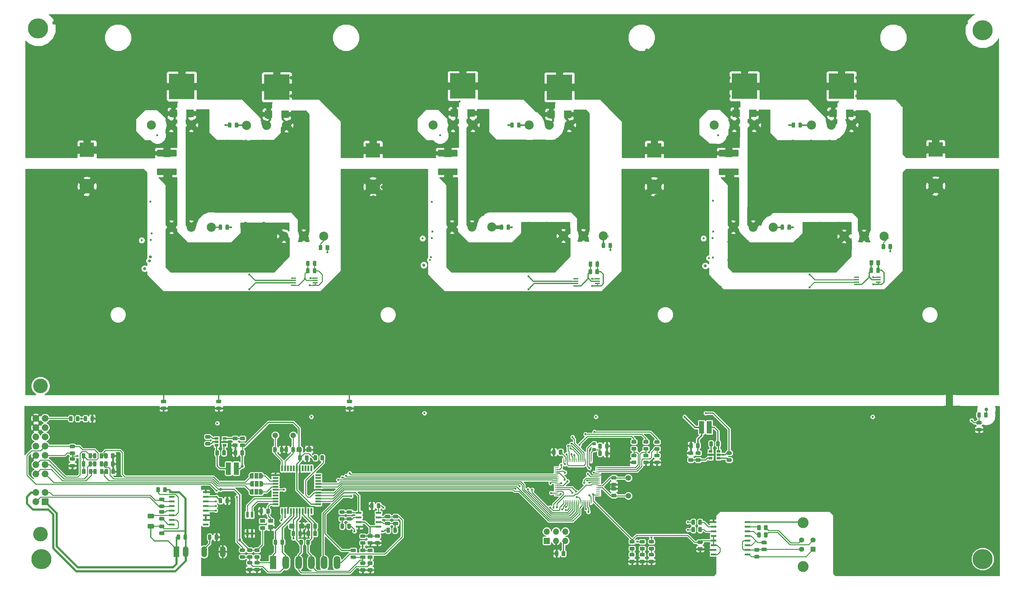
<source format=gbr>
%TF.GenerationSoftware,KiCad,Pcbnew,(5.0.0)*%
%TF.CreationDate,2019-04-29T14:38:46+02:00*%
%TF.ProjectId,Amalga_100,416D616C67615F3130302E6B69636164,rev?*%
%TF.SameCoordinates,Original*%
%TF.FileFunction,Copper,L1,Top,Signal*%
%TF.FilePolarity,Positive*%
%FSLAX46Y46*%
G04 Gerber Fmt 4.6, Leading zero omitted, Abs format (unit mm)*
G04 Created by KiCad (PCBNEW (5.0.0)) date 04/29/19 14:38:46*
%MOMM*%
%LPD*%
G01*
G04 APERTURE LIST*
%ADD10C,0.100000*%
%ADD11C,0.975000*%
%ADD12R,1.550000X0.600000*%
%ADD13R,1.000000X1.500000*%
%ADD14C,0.500000*%
%ADD15R,1.400000X1.200000*%
%ADD16R,1.400000X1.000000*%
%ADD17O,1.700000X1.700000*%
%ADD18R,1.700000X1.700000*%
%ADD19C,3.000000*%
%ADD20C,1.400000*%
%ADD21R,1.400000X1.400000*%
%ADD22C,5.500000*%
%ADD23C,4.000000*%
%ADD24R,4.000000X4.000000*%
%ADD25R,0.760000X1.600000*%
%ADD26C,10.000000*%
%ADD27C,0.900000*%
%ADD28C,1.600000*%
%ADD29C,2.500000*%
%ADD30R,1.350000X3.400000*%
%ADD31C,1.800000*%
%ADD32C,1.350000*%
%ADD33C,2.000000*%
%ADD34C,1.500000*%
%ADD35O,1.500000X3.000000*%
%ADD36R,1.500000X3.000000*%
%ADD37R,1.850000X1.850000*%
%ADD38C,1.850000*%
%ADD39C,1.250000*%
%ADD40R,1.450000X0.450000*%
%ADD41R,2.000000X2.000000*%
%ADD42R,7.000000X7.000000*%
%ADD43R,0.560000X1.600000*%
%ADD44R,1.600000X0.560000*%
%ADD45R,1.060000X0.650000*%
%ADD46C,0.875000*%
%ADD47R,1.500000X0.600000*%
%ADD48R,1.800000X3.600000*%
%ADD49O,1.800000X3.600000*%
%ADD50R,0.250000X1.000000*%
%ADD51R,1.000000X0.250000*%
%ADD52C,0.600000*%
%ADD53C,0.800000*%
%ADD54C,1.000000*%
%ADD55C,0.600000*%
%ADD56C,0.250000*%
%ADD57C,0.450000*%
%ADD58C,0.300000*%
%ADD59C,1.000000*%
%ADD60C,0.200000*%
G04 APERTURE END LIST*
D10*
G36*
X267800000Y-120999999D02*
X267800000Y-116999999D01*
X269800000Y-116999999D01*
X269800000Y-120999999D01*
X267800000Y-120999999D01*
G37*
G36*
X104505142Y-152801174D02*
X104528803Y-152804684D01*
X104552007Y-152810496D01*
X104574529Y-152818554D01*
X104596153Y-152828782D01*
X104616670Y-152841079D01*
X104635883Y-152855329D01*
X104653607Y-152871393D01*
X104669671Y-152889117D01*
X104683921Y-152908330D01*
X104696218Y-152928847D01*
X104706446Y-152950471D01*
X104714504Y-152972993D01*
X104720316Y-152996197D01*
X104723826Y-153019858D01*
X104725000Y-153043750D01*
X104725000Y-153956250D01*
X104723826Y-153980142D01*
X104720316Y-154003803D01*
X104714504Y-154027007D01*
X104706446Y-154049529D01*
X104696218Y-154071153D01*
X104683921Y-154091670D01*
X104669671Y-154110883D01*
X104653607Y-154128607D01*
X104635883Y-154144671D01*
X104616670Y-154158921D01*
X104596153Y-154171218D01*
X104574529Y-154181446D01*
X104552007Y-154189504D01*
X104528803Y-154195316D01*
X104505142Y-154198826D01*
X104481250Y-154200000D01*
X103993750Y-154200000D01*
X103969858Y-154198826D01*
X103946197Y-154195316D01*
X103922993Y-154189504D01*
X103900471Y-154181446D01*
X103878847Y-154171218D01*
X103858330Y-154158921D01*
X103839117Y-154144671D01*
X103821393Y-154128607D01*
X103805329Y-154110883D01*
X103791079Y-154091670D01*
X103778782Y-154071153D01*
X103768554Y-154049529D01*
X103760496Y-154027007D01*
X103754684Y-154003803D01*
X103751174Y-153980142D01*
X103750000Y-153956250D01*
X103750000Y-153043750D01*
X103751174Y-153019858D01*
X103754684Y-152996197D01*
X103760496Y-152972993D01*
X103768554Y-152950471D01*
X103778782Y-152928847D01*
X103791079Y-152908330D01*
X103805329Y-152889117D01*
X103821393Y-152871393D01*
X103839117Y-152855329D01*
X103858330Y-152841079D01*
X103878847Y-152828782D01*
X103900471Y-152818554D01*
X103922993Y-152810496D01*
X103946197Y-152804684D01*
X103969858Y-152801174D01*
X103993750Y-152800000D01*
X104481250Y-152800000D01*
X104505142Y-152801174D01*
X104505142Y-152801174D01*
G37*
D11*
X104237500Y-153500000D03*
D10*
G36*
X102630142Y-152801174D02*
X102653803Y-152804684D01*
X102677007Y-152810496D01*
X102699529Y-152818554D01*
X102721153Y-152828782D01*
X102741670Y-152841079D01*
X102760883Y-152855329D01*
X102778607Y-152871393D01*
X102794671Y-152889117D01*
X102808921Y-152908330D01*
X102821218Y-152928847D01*
X102831446Y-152950471D01*
X102839504Y-152972993D01*
X102845316Y-152996197D01*
X102848826Y-153019858D01*
X102850000Y-153043750D01*
X102850000Y-153956250D01*
X102848826Y-153980142D01*
X102845316Y-154003803D01*
X102839504Y-154027007D01*
X102831446Y-154049529D01*
X102821218Y-154071153D01*
X102808921Y-154091670D01*
X102794671Y-154110883D01*
X102778607Y-154128607D01*
X102760883Y-154144671D01*
X102741670Y-154158921D01*
X102721153Y-154171218D01*
X102699529Y-154181446D01*
X102677007Y-154189504D01*
X102653803Y-154195316D01*
X102630142Y-154198826D01*
X102606250Y-154200000D01*
X102118750Y-154200000D01*
X102094858Y-154198826D01*
X102071197Y-154195316D01*
X102047993Y-154189504D01*
X102025471Y-154181446D01*
X102003847Y-154171218D01*
X101983330Y-154158921D01*
X101964117Y-154144671D01*
X101946393Y-154128607D01*
X101930329Y-154110883D01*
X101916079Y-154091670D01*
X101903782Y-154071153D01*
X101893554Y-154049529D01*
X101885496Y-154027007D01*
X101879684Y-154003803D01*
X101876174Y-153980142D01*
X101875000Y-153956250D01*
X101875000Y-153043750D01*
X101876174Y-153019858D01*
X101879684Y-152996197D01*
X101885496Y-152972993D01*
X101893554Y-152950471D01*
X101903782Y-152928847D01*
X101916079Y-152908330D01*
X101930329Y-152889117D01*
X101946393Y-152871393D01*
X101964117Y-152855329D01*
X101983330Y-152841079D01*
X102003847Y-152828782D01*
X102025471Y-152818554D01*
X102047993Y-152810496D01*
X102071197Y-152804684D01*
X102094858Y-152801174D01*
X102118750Y-152800000D01*
X102606250Y-152800000D01*
X102630142Y-152801174D01*
X102630142Y-152801174D01*
G37*
D11*
X102362500Y-153500000D03*
D12*
X112300000Y-149830000D03*
X112300000Y-151100000D03*
X112300000Y-152370000D03*
X112300000Y-153640000D03*
X106900000Y-153640000D03*
X106900000Y-152370000D03*
X106900000Y-151100000D03*
X106900000Y-149830000D03*
D10*
G36*
X80430142Y-148701174D02*
X80453803Y-148704684D01*
X80477007Y-148710496D01*
X80499529Y-148718554D01*
X80521153Y-148728782D01*
X80541670Y-148741079D01*
X80560883Y-148755329D01*
X80578607Y-148771393D01*
X80594671Y-148789117D01*
X80608921Y-148808330D01*
X80621218Y-148828847D01*
X80631446Y-148850471D01*
X80639504Y-148872993D01*
X80645316Y-148896197D01*
X80648826Y-148919858D01*
X80650000Y-148943750D01*
X80650000Y-149856250D01*
X80648826Y-149880142D01*
X80645316Y-149903803D01*
X80639504Y-149927007D01*
X80631446Y-149949529D01*
X80621218Y-149971153D01*
X80608921Y-149991670D01*
X80594671Y-150010883D01*
X80578607Y-150028607D01*
X80560883Y-150044671D01*
X80541670Y-150058921D01*
X80521153Y-150071218D01*
X80499529Y-150081446D01*
X80477007Y-150089504D01*
X80453803Y-150095316D01*
X80430142Y-150098826D01*
X80406250Y-150100000D01*
X79918750Y-150100000D01*
X79894858Y-150098826D01*
X79871197Y-150095316D01*
X79847993Y-150089504D01*
X79825471Y-150081446D01*
X79803847Y-150071218D01*
X79783330Y-150058921D01*
X79764117Y-150044671D01*
X79746393Y-150028607D01*
X79730329Y-150010883D01*
X79716079Y-149991670D01*
X79703782Y-149971153D01*
X79693554Y-149949529D01*
X79685496Y-149927007D01*
X79679684Y-149903803D01*
X79676174Y-149880142D01*
X79675000Y-149856250D01*
X79675000Y-148943750D01*
X79676174Y-148919858D01*
X79679684Y-148896197D01*
X79685496Y-148872993D01*
X79693554Y-148850471D01*
X79703782Y-148828847D01*
X79716079Y-148808330D01*
X79730329Y-148789117D01*
X79746393Y-148771393D01*
X79764117Y-148755329D01*
X79783330Y-148741079D01*
X79803847Y-148728782D01*
X79825471Y-148718554D01*
X79847993Y-148710496D01*
X79871197Y-148704684D01*
X79894858Y-148701174D01*
X79918750Y-148700000D01*
X80406250Y-148700000D01*
X80430142Y-148701174D01*
X80430142Y-148701174D01*
G37*
D11*
X80162500Y-149400000D03*
D10*
G36*
X82305142Y-148701174D02*
X82328803Y-148704684D01*
X82352007Y-148710496D01*
X82374529Y-148718554D01*
X82396153Y-148728782D01*
X82416670Y-148741079D01*
X82435883Y-148755329D01*
X82453607Y-148771393D01*
X82469671Y-148789117D01*
X82483921Y-148808330D01*
X82496218Y-148828847D01*
X82506446Y-148850471D01*
X82514504Y-148872993D01*
X82520316Y-148896197D01*
X82523826Y-148919858D01*
X82525000Y-148943750D01*
X82525000Y-149856250D01*
X82523826Y-149880142D01*
X82520316Y-149903803D01*
X82514504Y-149927007D01*
X82506446Y-149949529D01*
X82496218Y-149971153D01*
X82483921Y-149991670D01*
X82469671Y-150010883D01*
X82453607Y-150028607D01*
X82435883Y-150044671D01*
X82416670Y-150058921D01*
X82396153Y-150071218D01*
X82374529Y-150081446D01*
X82352007Y-150089504D01*
X82328803Y-150095316D01*
X82305142Y-150098826D01*
X82281250Y-150100000D01*
X81793750Y-150100000D01*
X81769858Y-150098826D01*
X81746197Y-150095316D01*
X81722993Y-150089504D01*
X81700471Y-150081446D01*
X81678847Y-150071218D01*
X81658330Y-150058921D01*
X81639117Y-150044671D01*
X81621393Y-150028607D01*
X81605329Y-150010883D01*
X81591079Y-149991670D01*
X81578782Y-149971153D01*
X81568554Y-149949529D01*
X81560496Y-149927007D01*
X81554684Y-149903803D01*
X81551174Y-149880142D01*
X81550000Y-149856250D01*
X81550000Y-148943750D01*
X81551174Y-148919858D01*
X81554684Y-148896197D01*
X81560496Y-148872993D01*
X81568554Y-148850471D01*
X81578782Y-148828847D01*
X81591079Y-148808330D01*
X81605329Y-148789117D01*
X81621393Y-148771393D01*
X81639117Y-148755329D01*
X81658330Y-148741079D01*
X81678847Y-148728782D01*
X81700471Y-148718554D01*
X81722993Y-148710496D01*
X81746197Y-148704684D01*
X81769858Y-148701174D01*
X81793750Y-148700000D01*
X82281250Y-148700000D01*
X82305142Y-148701174D01*
X82305142Y-148701174D01*
G37*
D11*
X82037500Y-149400000D03*
D10*
G36*
X97145142Y-134041174D02*
X97168803Y-134044684D01*
X97192007Y-134050496D01*
X97214529Y-134058554D01*
X97236153Y-134068782D01*
X97256670Y-134081079D01*
X97275883Y-134095329D01*
X97293607Y-134111393D01*
X97309671Y-134129117D01*
X97323921Y-134148330D01*
X97336218Y-134168847D01*
X97346446Y-134190471D01*
X97354504Y-134212993D01*
X97360316Y-134236197D01*
X97363826Y-134259858D01*
X97365000Y-134283750D01*
X97365000Y-135196250D01*
X97363826Y-135220142D01*
X97360316Y-135243803D01*
X97354504Y-135267007D01*
X97346446Y-135289529D01*
X97336218Y-135311153D01*
X97323921Y-135331670D01*
X97309671Y-135350883D01*
X97293607Y-135368607D01*
X97275883Y-135384671D01*
X97256670Y-135398921D01*
X97236153Y-135411218D01*
X97214529Y-135421446D01*
X97192007Y-135429504D01*
X97168803Y-135435316D01*
X97145142Y-135438826D01*
X97121250Y-135440000D01*
X96633750Y-135440000D01*
X96609858Y-135438826D01*
X96586197Y-135435316D01*
X96562993Y-135429504D01*
X96540471Y-135421446D01*
X96518847Y-135411218D01*
X96498330Y-135398921D01*
X96479117Y-135384671D01*
X96461393Y-135368607D01*
X96445329Y-135350883D01*
X96431079Y-135331670D01*
X96418782Y-135311153D01*
X96408554Y-135289529D01*
X96400496Y-135267007D01*
X96394684Y-135243803D01*
X96391174Y-135220142D01*
X96390000Y-135196250D01*
X96390000Y-134283750D01*
X96391174Y-134259858D01*
X96394684Y-134236197D01*
X96400496Y-134212993D01*
X96408554Y-134190471D01*
X96418782Y-134168847D01*
X96431079Y-134148330D01*
X96445329Y-134129117D01*
X96461393Y-134111393D01*
X96479117Y-134095329D01*
X96498330Y-134081079D01*
X96518847Y-134068782D01*
X96540471Y-134058554D01*
X96562993Y-134050496D01*
X96586197Y-134044684D01*
X96609858Y-134041174D01*
X96633750Y-134040000D01*
X97121250Y-134040000D01*
X97145142Y-134041174D01*
X97145142Y-134041174D01*
G37*
D11*
X96877500Y-134740000D03*
D10*
G36*
X95270142Y-134041174D02*
X95293803Y-134044684D01*
X95317007Y-134050496D01*
X95339529Y-134058554D01*
X95361153Y-134068782D01*
X95381670Y-134081079D01*
X95400883Y-134095329D01*
X95418607Y-134111393D01*
X95434671Y-134129117D01*
X95448921Y-134148330D01*
X95461218Y-134168847D01*
X95471446Y-134190471D01*
X95479504Y-134212993D01*
X95485316Y-134236197D01*
X95488826Y-134259858D01*
X95490000Y-134283750D01*
X95490000Y-135196250D01*
X95488826Y-135220142D01*
X95485316Y-135243803D01*
X95479504Y-135267007D01*
X95471446Y-135289529D01*
X95461218Y-135311153D01*
X95448921Y-135331670D01*
X95434671Y-135350883D01*
X95418607Y-135368607D01*
X95400883Y-135384671D01*
X95381670Y-135398921D01*
X95361153Y-135411218D01*
X95339529Y-135421446D01*
X95317007Y-135429504D01*
X95293803Y-135435316D01*
X95270142Y-135438826D01*
X95246250Y-135440000D01*
X94758750Y-135440000D01*
X94734858Y-135438826D01*
X94711197Y-135435316D01*
X94687993Y-135429504D01*
X94665471Y-135421446D01*
X94643847Y-135411218D01*
X94623330Y-135398921D01*
X94604117Y-135384671D01*
X94586393Y-135368607D01*
X94570329Y-135350883D01*
X94556079Y-135331670D01*
X94543782Y-135311153D01*
X94533554Y-135289529D01*
X94525496Y-135267007D01*
X94519684Y-135243803D01*
X94516174Y-135220142D01*
X94515000Y-135196250D01*
X94515000Y-134283750D01*
X94516174Y-134259858D01*
X94519684Y-134236197D01*
X94525496Y-134212993D01*
X94533554Y-134190471D01*
X94543782Y-134168847D01*
X94556079Y-134148330D01*
X94570329Y-134129117D01*
X94586393Y-134111393D01*
X94604117Y-134095329D01*
X94623330Y-134081079D01*
X94643847Y-134068782D01*
X94665471Y-134058554D01*
X94687993Y-134050496D01*
X94711197Y-134044684D01*
X94734858Y-134041174D01*
X94758750Y-134040000D01*
X95246250Y-134040000D01*
X95270142Y-134041174D01*
X95270142Y-134041174D01*
G37*
D11*
X95002500Y-134740000D03*
D13*
X78800000Y-139700000D03*
D14*
X77500000Y-139700000D03*
D10*
G36*
X77500000Y-140449398D02*
X77475466Y-140449398D01*
X77426635Y-140444588D01*
X77378510Y-140435016D01*
X77331555Y-140420772D01*
X77286222Y-140401995D01*
X77242949Y-140378864D01*
X77202150Y-140351604D01*
X77164221Y-140320476D01*
X77129524Y-140285779D01*
X77098396Y-140247850D01*
X77071136Y-140207051D01*
X77048005Y-140163778D01*
X77029228Y-140118445D01*
X77014984Y-140071490D01*
X77005412Y-140023365D01*
X77000602Y-139974534D01*
X77000602Y-139950000D01*
X77000000Y-139950000D01*
X77000000Y-139450000D01*
X77000602Y-139450000D01*
X77000602Y-139425466D01*
X77005412Y-139376635D01*
X77014984Y-139328510D01*
X77029228Y-139281555D01*
X77048005Y-139236222D01*
X77071136Y-139192949D01*
X77098396Y-139152150D01*
X77129524Y-139114221D01*
X77164221Y-139079524D01*
X77202150Y-139048396D01*
X77242949Y-139021136D01*
X77286222Y-138998005D01*
X77331555Y-138979228D01*
X77378510Y-138964984D01*
X77426635Y-138955412D01*
X77475466Y-138950602D01*
X77500000Y-138950602D01*
X77500000Y-138950000D01*
X78050000Y-138950000D01*
X78050000Y-140450000D01*
X77500000Y-140450000D01*
X77500000Y-140449398D01*
X77500000Y-140449398D01*
G37*
D14*
X80100000Y-139700000D03*
D10*
G36*
X79550000Y-138950000D02*
X80100000Y-138950000D01*
X80100000Y-138950602D01*
X80124534Y-138950602D01*
X80173365Y-138955412D01*
X80221490Y-138964984D01*
X80268445Y-138979228D01*
X80313778Y-138998005D01*
X80357051Y-139021136D01*
X80397850Y-139048396D01*
X80435779Y-139079524D01*
X80470476Y-139114221D01*
X80501604Y-139152150D01*
X80528864Y-139192949D01*
X80551995Y-139236222D01*
X80570772Y-139281555D01*
X80585016Y-139328510D01*
X80594588Y-139376635D01*
X80599398Y-139425466D01*
X80599398Y-139450000D01*
X80600000Y-139450000D01*
X80600000Y-139950000D01*
X80599398Y-139950000D01*
X80599398Y-139974534D01*
X80594588Y-140023365D01*
X80585016Y-140071490D01*
X80570772Y-140118445D01*
X80551995Y-140163778D01*
X80528864Y-140207051D01*
X80501604Y-140247850D01*
X80470476Y-140285779D01*
X80435779Y-140320476D01*
X80397850Y-140351604D01*
X80357051Y-140378864D01*
X80313778Y-140401995D01*
X80268445Y-140420772D01*
X80221490Y-140435016D01*
X80173365Y-140444588D01*
X80124534Y-140449398D01*
X80100000Y-140449398D01*
X80100000Y-140450000D01*
X79550000Y-140450000D01*
X79550000Y-138950000D01*
X79550000Y-138950000D01*
G37*
D13*
X78900000Y-141900000D03*
D14*
X77600000Y-141900000D03*
D10*
G36*
X77600000Y-142649398D02*
X77575466Y-142649398D01*
X77526635Y-142644588D01*
X77478510Y-142635016D01*
X77431555Y-142620772D01*
X77386222Y-142601995D01*
X77342949Y-142578864D01*
X77302150Y-142551604D01*
X77264221Y-142520476D01*
X77229524Y-142485779D01*
X77198396Y-142447850D01*
X77171136Y-142407051D01*
X77148005Y-142363778D01*
X77129228Y-142318445D01*
X77114984Y-142271490D01*
X77105412Y-142223365D01*
X77100602Y-142174534D01*
X77100602Y-142150000D01*
X77100000Y-142150000D01*
X77100000Y-141650000D01*
X77100602Y-141650000D01*
X77100602Y-141625466D01*
X77105412Y-141576635D01*
X77114984Y-141528510D01*
X77129228Y-141481555D01*
X77148005Y-141436222D01*
X77171136Y-141392949D01*
X77198396Y-141352150D01*
X77229524Y-141314221D01*
X77264221Y-141279524D01*
X77302150Y-141248396D01*
X77342949Y-141221136D01*
X77386222Y-141198005D01*
X77431555Y-141179228D01*
X77478510Y-141164984D01*
X77526635Y-141155412D01*
X77575466Y-141150602D01*
X77600000Y-141150602D01*
X77600000Y-141150000D01*
X78150000Y-141150000D01*
X78150000Y-142650000D01*
X77600000Y-142650000D01*
X77600000Y-142649398D01*
X77600000Y-142649398D01*
G37*
D14*
X80200000Y-141900000D03*
D10*
G36*
X79650000Y-141150000D02*
X80200000Y-141150000D01*
X80200000Y-141150602D01*
X80224534Y-141150602D01*
X80273365Y-141155412D01*
X80321490Y-141164984D01*
X80368445Y-141179228D01*
X80413778Y-141198005D01*
X80457051Y-141221136D01*
X80497850Y-141248396D01*
X80535779Y-141279524D01*
X80570476Y-141314221D01*
X80601604Y-141352150D01*
X80628864Y-141392949D01*
X80651995Y-141436222D01*
X80670772Y-141481555D01*
X80685016Y-141528510D01*
X80694588Y-141576635D01*
X80699398Y-141625466D01*
X80699398Y-141650000D01*
X80700000Y-141650000D01*
X80700000Y-142150000D01*
X80699398Y-142150000D01*
X80699398Y-142174534D01*
X80694588Y-142223365D01*
X80685016Y-142271490D01*
X80670772Y-142318445D01*
X80651995Y-142363778D01*
X80628864Y-142407051D01*
X80601604Y-142447850D01*
X80570476Y-142485779D01*
X80535779Y-142520476D01*
X80497850Y-142551604D01*
X80457051Y-142578864D01*
X80413778Y-142601995D01*
X80368445Y-142620772D01*
X80321490Y-142635016D01*
X80273365Y-142644588D01*
X80224534Y-142649398D01*
X80200000Y-142649398D01*
X80200000Y-142650000D01*
X79650000Y-142650000D01*
X79650000Y-141150000D01*
X79650000Y-141150000D01*
G37*
D13*
X78800000Y-144100000D03*
D14*
X77500000Y-144100000D03*
D10*
G36*
X77500000Y-144849398D02*
X77475466Y-144849398D01*
X77426635Y-144844588D01*
X77378510Y-144835016D01*
X77331555Y-144820772D01*
X77286222Y-144801995D01*
X77242949Y-144778864D01*
X77202150Y-144751604D01*
X77164221Y-144720476D01*
X77129524Y-144685779D01*
X77098396Y-144647850D01*
X77071136Y-144607051D01*
X77048005Y-144563778D01*
X77029228Y-144518445D01*
X77014984Y-144471490D01*
X77005412Y-144423365D01*
X77000602Y-144374534D01*
X77000602Y-144350000D01*
X77000000Y-144350000D01*
X77000000Y-143850000D01*
X77000602Y-143850000D01*
X77000602Y-143825466D01*
X77005412Y-143776635D01*
X77014984Y-143728510D01*
X77029228Y-143681555D01*
X77048005Y-143636222D01*
X77071136Y-143592949D01*
X77098396Y-143552150D01*
X77129524Y-143514221D01*
X77164221Y-143479524D01*
X77202150Y-143448396D01*
X77242949Y-143421136D01*
X77286222Y-143398005D01*
X77331555Y-143379228D01*
X77378510Y-143364984D01*
X77426635Y-143355412D01*
X77475466Y-143350602D01*
X77500000Y-143350602D01*
X77500000Y-143350000D01*
X78050000Y-143350000D01*
X78050000Y-144850000D01*
X77500000Y-144850000D01*
X77500000Y-144849398D01*
X77500000Y-144849398D01*
G37*
D14*
X80100000Y-144100000D03*
D10*
G36*
X79550000Y-143350000D02*
X80100000Y-143350000D01*
X80100000Y-143350602D01*
X80124534Y-143350602D01*
X80173365Y-143355412D01*
X80221490Y-143364984D01*
X80268445Y-143379228D01*
X80313778Y-143398005D01*
X80357051Y-143421136D01*
X80397850Y-143448396D01*
X80435779Y-143479524D01*
X80470476Y-143514221D01*
X80501604Y-143552150D01*
X80528864Y-143592949D01*
X80551995Y-143636222D01*
X80570772Y-143681555D01*
X80585016Y-143728510D01*
X80594588Y-143776635D01*
X80599398Y-143825466D01*
X80599398Y-143850000D01*
X80600000Y-143850000D01*
X80600000Y-144350000D01*
X80599398Y-144350000D01*
X80599398Y-144374534D01*
X80594588Y-144423365D01*
X80585016Y-144471490D01*
X80570772Y-144518445D01*
X80551995Y-144563778D01*
X80528864Y-144607051D01*
X80501604Y-144647850D01*
X80470476Y-144685779D01*
X80435779Y-144720476D01*
X80397850Y-144751604D01*
X80357051Y-144778864D01*
X80313778Y-144801995D01*
X80268445Y-144820772D01*
X80221490Y-144835016D01*
X80173365Y-144844588D01*
X80124534Y-144849398D01*
X80100000Y-144849398D01*
X80100000Y-144850000D01*
X79550000Y-144850000D01*
X79550000Y-143350000D01*
X79550000Y-143350000D01*
G37*
D15*
X82700000Y-153770000D03*
D16*
X82700000Y-152050000D03*
X80500000Y-152050000D03*
X80500000Y-153950000D03*
D17*
X163480000Y-154960000D03*
X163480000Y-157500000D03*
X160940000Y-154960000D03*
X160940000Y-157500000D03*
X158400000Y-154960000D03*
D18*
X158400000Y-157500000D03*
D19*
X228740000Y-164590000D03*
D20*
X228250000Y-159820000D03*
X228250000Y-157320000D03*
D21*
X231450000Y-159820000D03*
D19*
X228740000Y-152550000D03*
D20*
X231450000Y-157320000D03*
D10*
G36*
X75480142Y-161451174D02*
X75503803Y-161454684D01*
X75527007Y-161460496D01*
X75549529Y-161468554D01*
X75571153Y-161478782D01*
X75591670Y-161491079D01*
X75610883Y-161505329D01*
X75628607Y-161521393D01*
X75644671Y-161539117D01*
X75658921Y-161558330D01*
X75671218Y-161578847D01*
X75681446Y-161600471D01*
X75689504Y-161622993D01*
X75695316Y-161646197D01*
X75698826Y-161669858D01*
X75700000Y-161693750D01*
X75700000Y-162181250D01*
X75698826Y-162205142D01*
X75695316Y-162228803D01*
X75689504Y-162252007D01*
X75681446Y-162274529D01*
X75671218Y-162296153D01*
X75658921Y-162316670D01*
X75644671Y-162335883D01*
X75628607Y-162353607D01*
X75610883Y-162369671D01*
X75591670Y-162383921D01*
X75571153Y-162396218D01*
X75549529Y-162406446D01*
X75527007Y-162414504D01*
X75503803Y-162420316D01*
X75480142Y-162423826D01*
X75456250Y-162425000D01*
X74543750Y-162425000D01*
X74519858Y-162423826D01*
X74496197Y-162420316D01*
X74472993Y-162414504D01*
X74450471Y-162406446D01*
X74428847Y-162396218D01*
X74408330Y-162383921D01*
X74389117Y-162369671D01*
X74371393Y-162353607D01*
X74355329Y-162335883D01*
X74341079Y-162316670D01*
X74328782Y-162296153D01*
X74318554Y-162274529D01*
X74310496Y-162252007D01*
X74304684Y-162228803D01*
X74301174Y-162205142D01*
X74300000Y-162181250D01*
X74300000Y-161693750D01*
X74301174Y-161669858D01*
X74304684Y-161646197D01*
X74310496Y-161622993D01*
X74318554Y-161600471D01*
X74328782Y-161578847D01*
X74341079Y-161558330D01*
X74355329Y-161539117D01*
X74371393Y-161521393D01*
X74389117Y-161505329D01*
X74408330Y-161491079D01*
X74428847Y-161478782D01*
X74450471Y-161468554D01*
X74472993Y-161460496D01*
X74496197Y-161454684D01*
X74519858Y-161451174D01*
X74543750Y-161450000D01*
X75456250Y-161450000D01*
X75480142Y-161451174D01*
X75480142Y-161451174D01*
G37*
D11*
X75000000Y-161937500D03*
D10*
G36*
X75480142Y-159576174D02*
X75503803Y-159579684D01*
X75527007Y-159585496D01*
X75549529Y-159593554D01*
X75571153Y-159603782D01*
X75591670Y-159616079D01*
X75610883Y-159630329D01*
X75628607Y-159646393D01*
X75644671Y-159664117D01*
X75658921Y-159683330D01*
X75671218Y-159703847D01*
X75681446Y-159725471D01*
X75689504Y-159747993D01*
X75695316Y-159771197D01*
X75698826Y-159794858D01*
X75700000Y-159818750D01*
X75700000Y-160306250D01*
X75698826Y-160330142D01*
X75695316Y-160353803D01*
X75689504Y-160377007D01*
X75681446Y-160399529D01*
X75671218Y-160421153D01*
X75658921Y-160441670D01*
X75644671Y-160460883D01*
X75628607Y-160478607D01*
X75610883Y-160494671D01*
X75591670Y-160508921D01*
X75571153Y-160521218D01*
X75549529Y-160531446D01*
X75527007Y-160539504D01*
X75503803Y-160545316D01*
X75480142Y-160548826D01*
X75456250Y-160550000D01*
X74543750Y-160550000D01*
X74519858Y-160548826D01*
X74496197Y-160545316D01*
X74472993Y-160539504D01*
X74450471Y-160531446D01*
X74428847Y-160521218D01*
X74408330Y-160508921D01*
X74389117Y-160494671D01*
X74371393Y-160478607D01*
X74355329Y-160460883D01*
X74341079Y-160441670D01*
X74328782Y-160421153D01*
X74318554Y-160399529D01*
X74310496Y-160377007D01*
X74304684Y-160353803D01*
X74301174Y-160330142D01*
X74300000Y-160306250D01*
X74300000Y-159818750D01*
X74301174Y-159794858D01*
X74304684Y-159771197D01*
X74310496Y-159747993D01*
X74318554Y-159725471D01*
X74328782Y-159703847D01*
X74341079Y-159683330D01*
X74355329Y-159664117D01*
X74371393Y-159646393D01*
X74389117Y-159630329D01*
X74408330Y-159616079D01*
X74428847Y-159603782D01*
X74450471Y-159593554D01*
X74472993Y-159585496D01*
X74496197Y-159579684D01*
X74519858Y-159576174D01*
X74543750Y-159575000D01*
X75456250Y-159575000D01*
X75480142Y-159576174D01*
X75480142Y-159576174D01*
G37*
D11*
X75000000Y-160062500D03*
D10*
G36*
X77480142Y-161451174D02*
X77503803Y-161454684D01*
X77527007Y-161460496D01*
X77549529Y-161468554D01*
X77571153Y-161478782D01*
X77591670Y-161491079D01*
X77610883Y-161505329D01*
X77628607Y-161521393D01*
X77644671Y-161539117D01*
X77658921Y-161558330D01*
X77671218Y-161578847D01*
X77681446Y-161600471D01*
X77689504Y-161622993D01*
X77695316Y-161646197D01*
X77698826Y-161669858D01*
X77700000Y-161693750D01*
X77700000Y-162181250D01*
X77698826Y-162205142D01*
X77695316Y-162228803D01*
X77689504Y-162252007D01*
X77681446Y-162274529D01*
X77671218Y-162296153D01*
X77658921Y-162316670D01*
X77644671Y-162335883D01*
X77628607Y-162353607D01*
X77610883Y-162369671D01*
X77591670Y-162383921D01*
X77571153Y-162396218D01*
X77549529Y-162406446D01*
X77527007Y-162414504D01*
X77503803Y-162420316D01*
X77480142Y-162423826D01*
X77456250Y-162425000D01*
X76543750Y-162425000D01*
X76519858Y-162423826D01*
X76496197Y-162420316D01*
X76472993Y-162414504D01*
X76450471Y-162406446D01*
X76428847Y-162396218D01*
X76408330Y-162383921D01*
X76389117Y-162369671D01*
X76371393Y-162353607D01*
X76355329Y-162335883D01*
X76341079Y-162316670D01*
X76328782Y-162296153D01*
X76318554Y-162274529D01*
X76310496Y-162252007D01*
X76304684Y-162228803D01*
X76301174Y-162205142D01*
X76300000Y-162181250D01*
X76300000Y-161693750D01*
X76301174Y-161669858D01*
X76304684Y-161646197D01*
X76310496Y-161622993D01*
X76318554Y-161600471D01*
X76328782Y-161578847D01*
X76341079Y-161558330D01*
X76355329Y-161539117D01*
X76371393Y-161521393D01*
X76389117Y-161505329D01*
X76408330Y-161491079D01*
X76428847Y-161478782D01*
X76450471Y-161468554D01*
X76472993Y-161460496D01*
X76496197Y-161454684D01*
X76519858Y-161451174D01*
X76543750Y-161450000D01*
X77456250Y-161450000D01*
X77480142Y-161451174D01*
X77480142Y-161451174D01*
G37*
D11*
X77000000Y-161937500D03*
D10*
G36*
X77480142Y-159576174D02*
X77503803Y-159579684D01*
X77527007Y-159585496D01*
X77549529Y-159593554D01*
X77571153Y-159603782D01*
X77591670Y-159616079D01*
X77610883Y-159630329D01*
X77628607Y-159646393D01*
X77644671Y-159664117D01*
X77658921Y-159683330D01*
X77671218Y-159703847D01*
X77681446Y-159725471D01*
X77689504Y-159747993D01*
X77695316Y-159771197D01*
X77698826Y-159794858D01*
X77700000Y-159818750D01*
X77700000Y-160306250D01*
X77698826Y-160330142D01*
X77695316Y-160353803D01*
X77689504Y-160377007D01*
X77681446Y-160399529D01*
X77671218Y-160421153D01*
X77658921Y-160441670D01*
X77644671Y-160460883D01*
X77628607Y-160478607D01*
X77610883Y-160494671D01*
X77591670Y-160508921D01*
X77571153Y-160521218D01*
X77549529Y-160531446D01*
X77527007Y-160539504D01*
X77503803Y-160545316D01*
X77480142Y-160548826D01*
X77456250Y-160550000D01*
X76543750Y-160550000D01*
X76519858Y-160548826D01*
X76496197Y-160545316D01*
X76472993Y-160539504D01*
X76450471Y-160531446D01*
X76428847Y-160521218D01*
X76408330Y-160508921D01*
X76389117Y-160494671D01*
X76371393Y-160478607D01*
X76355329Y-160460883D01*
X76341079Y-160441670D01*
X76328782Y-160421153D01*
X76318554Y-160399529D01*
X76310496Y-160377007D01*
X76304684Y-160353803D01*
X76301174Y-160330142D01*
X76300000Y-160306250D01*
X76300000Y-159818750D01*
X76301174Y-159794858D01*
X76304684Y-159771197D01*
X76310496Y-159747993D01*
X76318554Y-159725471D01*
X76328782Y-159703847D01*
X76341079Y-159683330D01*
X76355329Y-159664117D01*
X76371393Y-159646393D01*
X76389117Y-159630329D01*
X76408330Y-159616079D01*
X76428847Y-159603782D01*
X76450471Y-159593554D01*
X76472993Y-159585496D01*
X76496197Y-159579684D01*
X76519858Y-159576174D01*
X76543750Y-159575000D01*
X77456250Y-159575000D01*
X77480142Y-159576174D01*
X77480142Y-159576174D01*
G37*
D11*
X77000000Y-160062500D03*
D10*
G36*
X77480142Y-163038674D02*
X77503803Y-163042184D01*
X77527007Y-163047996D01*
X77549529Y-163056054D01*
X77571153Y-163066282D01*
X77591670Y-163078579D01*
X77610883Y-163092829D01*
X77628607Y-163108893D01*
X77644671Y-163126617D01*
X77658921Y-163145830D01*
X77671218Y-163166347D01*
X77681446Y-163187971D01*
X77689504Y-163210493D01*
X77695316Y-163233697D01*
X77698826Y-163257358D01*
X77700000Y-163281250D01*
X77700000Y-163768750D01*
X77698826Y-163792642D01*
X77695316Y-163816303D01*
X77689504Y-163839507D01*
X77681446Y-163862029D01*
X77671218Y-163883653D01*
X77658921Y-163904170D01*
X77644671Y-163923383D01*
X77628607Y-163941107D01*
X77610883Y-163957171D01*
X77591670Y-163971421D01*
X77571153Y-163983718D01*
X77549529Y-163993946D01*
X77527007Y-164002004D01*
X77503803Y-164007816D01*
X77480142Y-164011326D01*
X77456250Y-164012500D01*
X76543750Y-164012500D01*
X76519858Y-164011326D01*
X76496197Y-164007816D01*
X76472993Y-164002004D01*
X76450471Y-163993946D01*
X76428847Y-163983718D01*
X76408330Y-163971421D01*
X76389117Y-163957171D01*
X76371393Y-163941107D01*
X76355329Y-163923383D01*
X76341079Y-163904170D01*
X76328782Y-163883653D01*
X76318554Y-163862029D01*
X76310496Y-163839507D01*
X76304684Y-163816303D01*
X76301174Y-163792642D01*
X76300000Y-163768750D01*
X76300000Y-163281250D01*
X76301174Y-163257358D01*
X76304684Y-163233697D01*
X76310496Y-163210493D01*
X76318554Y-163187971D01*
X76328782Y-163166347D01*
X76341079Y-163145830D01*
X76355329Y-163126617D01*
X76371393Y-163108893D01*
X76389117Y-163092829D01*
X76408330Y-163078579D01*
X76428847Y-163066282D01*
X76450471Y-163056054D01*
X76472993Y-163047996D01*
X76496197Y-163042184D01*
X76519858Y-163038674D01*
X76543750Y-163037500D01*
X77456250Y-163037500D01*
X77480142Y-163038674D01*
X77480142Y-163038674D01*
G37*
D11*
X77000000Y-163525000D03*
D10*
G36*
X77480142Y-164913674D02*
X77503803Y-164917184D01*
X77527007Y-164922996D01*
X77549529Y-164931054D01*
X77571153Y-164941282D01*
X77591670Y-164953579D01*
X77610883Y-164967829D01*
X77628607Y-164983893D01*
X77644671Y-165001617D01*
X77658921Y-165020830D01*
X77671218Y-165041347D01*
X77681446Y-165062971D01*
X77689504Y-165085493D01*
X77695316Y-165108697D01*
X77698826Y-165132358D01*
X77700000Y-165156250D01*
X77700000Y-165643750D01*
X77698826Y-165667642D01*
X77695316Y-165691303D01*
X77689504Y-165714507D01*
X77681446Y-165737029D01*
X77671218Y-165758653D01*
X77658921Y-165779170D01*
X77644671Y-165798383D01*
X77628607Y-165816107D01*
X77610883Y-165832171D01*
X77591670Y-165846421D01*
X77571153Y-165858718D01*
X77549529Y-165868946D01*
X77527007Y-165877004D01*
X77503803Y-165882816D01*
X77480142Y-165886326D01*
X77456250Y-165887500D01*
X76543750Y-165887500D01*
X76519858Y-165886326D01*
X76496197Y-165882816D01*
X76472993Y-165877004D01*
X76450471Y-165868946D01*
X76428847Y-165858718D01*
X76408330Y-165846421D01*
X76389117Y-165832171D01*
X76371393Y-165816107D01*
X76355329Y-165798383D01*
X76341079Y-165779170D01*
X76328782Y-165758653D01*
X76318554Y-165737029D01*
X76310496Y-165714507D01*
X76304684Y-165691303D01*
X76301174Y-165667642D01*
X76300000Y-165643750D01*
X76300000Y-165156250D01*
X76301174Y-165132358D01*
X76304684Y-165108697D01*
X76310496Y-165085493D01*
X76318554Y-165062971D01*
X76328782Y-165041347D01*
X76341079Y-165020830D01*
X76355329Y-165001617D01*
X76371393Y-164983893D01*
X76389117Y-164967829D01*
X76408330Y-164953579D01*
X76428847Y-164941282D01*
X76450471Y-164931054D01*
X76472993Y-164922996D01*
X76496197Y-164917184D01*
X76519858Y-164913674D01*
X76543750Y-164912500D01*
X77456250Y-164912500D01*
X77480142Y-164913674D01*
X77480142Y-164913674D01*
G37*
D11*
X77000000Y-165400000D03*
D10*
G36*
X79480142Y-161451174D02*
X79503803Y-161454684D01*
X79527007Y-161460496D01*
X79549529Y-161468554D01*
X79571153Y-161478782D01*
X79591670Y-161491079D01*
X79610883Y-161505329D01*
X79628607Y-161521393D01*
X79644671Y-161539117D01*
X79658921Y-161558330D01*
X79671218Y-161578847D01*
X79681446Y-161600471D01*
X79689504Y-161622993D01*
X79695316Y-161646197D01*
X79698826Y-161669858D01*
X79700000Y-161693750D01*
X79700000Y-162181250D01*
X79698826Y-162205142D01*
X79695316Y-162228803D01*
X79689504Y-162252007D01*
X79681446Y-162274529D01*
X79671218Y-162296153D01*
X79658921Y-162316670D01*
X79644671Y-162335883D01*
X79628607Y-162353607D01*
X79610883Y-162369671D01*
X79591670Y-162383921D01*
X79571153Y-162396218D01*
X79549529Y-162406446D01*
X79527007Y-162414504D01*
X79503803Y-162420316D01*
X79480142Y-162423826D01*
X79456250Y-162425000D01*
X78543750Y-162425000D01*
X78519858Y-162423826D01*
X78496197Y-162420316D01*
X78472993Y-162414504D01*
X78450471Y-162406446D01*
X78428847Y-162396218D01*
X78408330Y-162383921D01*
X78389117Y-162369671D01*
X78371393Y-162353607D01*
X78355329Y-162335883D01*
X78341079Y-162316670D01*
X78328782Y-162296153D01*
X78318554Y-162274529D01*
X78310496Y-162252007D01*
X78304684Y-162228803D01*
X78301174Y-162205142D01*
X78300000Y-162181250D01*
X78300000Y-161693750D01*
X78301174Y-161669858D01*
X78304684Y-161646197D01*
X78310496Y-161622993D01*
X78318554Y-161600471D01*
X78328782Y-161578847D01*
X78341079Y-161558330D01*
X78355329Y-161539117D01*
X78371393Y-161521393D01*
X78389117Y-161505329D01*
X78408330Y-161491079D01*
X78428847Y-161478782D01*
X78450471Y-161468554D01*
X78472993Y-161460496D01*
X78496197Y-161454684D01*
X78519858Y-161451174D01*
X78543750Y-161450000D01*
X79456250Y-161450000D01*
X79480142Y-161451174D01*
X79480142Y-161451174D01*
G37*
D11*
X79000000Y-161937500D03*
D10*
G36*
X79480142Y-159576174D02*
X79503803Y-159579684D01*
X79527007Y-159585496D01*
X79549529Y-159593554D01*
X79571153Y-159603782D01*
X79591670Y-159616079D01*
X79610883Y-159630329D01*
X79628607Y-159646393D01*
X79644671Y-159664117D01*
X79658921Y-159683330D01*
X79671218Y-159703847D01*
X79681446Y-159725471D01*
X79689504Y-159747993D01*
X79695316Y-159771197D01*
X79698826Y-159794858D01*
X79700000Y-159818750D01*
X79700000Y-160306250D01*
X79698826Y-160330142D01*
X79695316Y-160353803D01*
X79689504Y-160377007D01*
X79681446Y-160399529D01*
X79671218Y-160421153D01*
X79658921Y-160441670D01*
X79644671Y-160460883D01*
X79628607Y-160478607D01*
X79610883Y-160494671D01*
X79591670Y-160508921D01*
X79571153Y-160521218D01*
X79549529Y-160531446D01*
X79527007Y-160539504D01*
X79503803Y-160545316D01*
X79480142Y-160548826D01*
X79456250Y-160550000D01*
X78543750Y-160550000D01*
X78519858Y-160548826D01*
X78496197Y-160545316D01*
X78472993Y-160539504D01*
X78450471Y-160531446D01*
X78428847Y-160521218D01*
X78408330Y-160508921D01*
X78389117Y-160494671D01*
X78371393Y-160478607D01*
X78355329Y-160460883D01*
X78341079Y-160441670D01*
X78328782Y-160421153D01*
X78318554Y-160399529D01*
X78310496Y-160377007D01*
X78304684Y-160353803D01*
X78301174Y-160330142D01*
X78300000Y-160306250D01*
X78300000Y-159818750D01*
X78301174Y-159794858D01*
X78304684Y-159771197D01*
X78310496Y-159747993D01*
X78318554Y-159725471D01*
X78328782Y-159703847D01*
X78341079Y-159683330D01*
X78355329Y-159664117D01*
X78371393Y-159646393D01*
X78389117Y-159630329D01*
X78408330Y-159616079D01*
X78428847Y-159603782D01*
X78450471Y-159593554D01*
X78472993Y-159585496D01*
X78496197Y-159579684D01*
X78519858Y-159576174D01*
X78543750Y-159575000D01*
X79456250Y-159575000D01*
X79480142Y-159576174D01*
X79480142Y-159576174D01*
G37*
D11*
X79000000Y-160062500D03*
D10*
G36*
X79480142Y-163038674D02*
X79503803Y-163042184D01*
X79527007Y-163047996D01*
X79549529Y-163056054D01*
X79571153Y-163066282D01*
X79591670Y-163078579D01*
X79610883Y-163092829D01*
X79628607Y-163108893D01*
X79644671Y-163126617D01*
X79658921Y-163145830D01*
X79671218Y-163166347D01*
X79681446Y-163187971D01*
X79689504Y-163210493D01*
X79695316Y-163233697D01*
X79698826Y-163257358D01*
X79700000Y-163281250D01*
X79700000Y-163768750D01*
X79698826Y-163792642D01*
X79695316Y-163816303D01*
X79689504Y-163839507D01*
X79681446Y-163862029D01*
X79671218Y-163883653D01*
X79658921Y-163904170D01*
X79644671Y-163923383D01*
X79628607Y-163941107D01*
X79610883Y-163957171D01*
X79591670Y-163971421D01*
X79571153Y-163983718D01*
X79549529Y-163993946D01*
X79527007Y-164002004D01*
X79503803Y-164007816D01*
X79480142Y-164011326D01*
X79456250Y-164012500D01*
X78543750Y-164012500D01*
X78519858Y-164011326D01*
X78496197Y-164007816D01*
X78472993Y-164002004D01*
X78450471Y-163993946D01*
X78428847Y-163983718D01*
X78408330Y-163971421D01*
X78389117Y-163957171D01*
X78371393Y-163941107D01*
X78355329Y-163923383D01*
X78341079Y-163904170D01*
X78328782Y-163883653D01*
X78318554Y-163862029D01*
X78310496Y-163839507D01*
X78304684Y-163816303D01*
X78301174Y-163792642D01*
X78300000Y-163768750D01*
X78300000Y-163281250D01*
X78301174Y-163257358D01*
X78304684Y-163233697D01*
X78310496Y-163210493D01*
X78318554Y-163187971D01*
X78328782Y-163166347D01*
X78341079Y-163145830D01*
X78355329Y-163126617D01*
X78371393Y-163108893D01*
X78389117Y-163092829D01*
X78408330Y-163078579D01*
X78428847Y-163066282D01*
X78450471Y-163056054D01*
X78472993Y-163047996D01*
X78496197Y-163042184D01*
X78519858Y-163038674D01*
X78543750Y-163037500D01*
X79456250Y-163037500D01*
X79480142Y-163038674D01*
X79480142Y-163038674D01*
G37*
D11*
X79000000Y-163525000D03*
D10*
G36*
X79480142Y-164913674D02*
X79503803Y-164917184D01*
X79527007Y-164922996D01*
X79549529Y-164931054D01*
X79571153Y-164941282D01*
X79591670Y-164953579D01*
X79610883Y-164967829D01*
X79628607Y-164983893D01*
X79644671Y-165001617D01*
X79658921Y-165020830D01*
X79671218Y-165041347D01*
X79681446Y-165062971D01*
X79689504Y-165085493D01*
X79695316Y-165108697D01*
X79698826Y-165132358D01*
X79700000Y-165156250D01*
X79700000Y-165643750D01*
X79698826Y-165667642D01*
X79695316Y-165691303D01*
X79689504Y-165714507D01*
X79681446Y-165737029D01*
X79671218Y-165758653D01*
X79658921Y-165779170D01*
X79644671Y-165798383D01*
X79628607Y-165816107D01*
X79610883Y-165832171D01*
X79591670Y-165846421D01*
X79571153Y-165858718D01*
X79549529Y-165868946D01*
X79527007Y-165877004D01*
X79503803Y-165882816D01*
X79480142Y-165886326D01*
X79456250Y-165887500D01*
X78543750Y-165887500D01*
X78519858Y-165886326D01*
X78496197Y-165882816D01*
X78472993Y-165877004D01*
X78450471Y-165868946D01*
X78428847Y-165858718D01*
X78408330Y-165846421D01*
X78389117Y-165832171D01*
X78371393Y-165816107D01*
X78355329Y-165798383D01*
X78341079Y-165779170D01*
X78328782Y-165758653D01*
X78318554Y-165737029D01*
X78310496Y-165714507D01*
X78304684Y-165691303D01*
X78301174Y-165667642D01*
X78300000Y-165643750D01*
X78300000Y-165156250D01*
X78301174Y-165132358D01*
X78304684Y-165108697D01*
X78310496Y-165085493D01*
X78318554Y-165062971D01*
X78328782Y-165041347D01*
X78341079Y-165020830D01*
X78355329Y-165001617D01*
X78371393Y-164983893D01*
X78389117Y-164967829D01*
X78408330Y-164953579D01*
X78428847Y-164941282D01*
X78450471Y-164931054D01*
X78472993Y-164922996D01*
X78496197Y-164917184D01*
X78519858Y-164913674D01*
X78543750Y-164912500D01*
X79456250Y-164912500D01*
X79480142Y-164913674D01*
X79480142Y-164913674D01*
G37*
D11*
X79000000Y-165400000D03*
D10*
G36*
X105880142Y-161513674D02*
X105903803Y-161517184D01*
X105927007Y-161522996D01*
X105949529Y-161531054D01*
X105971153Y-161541282D01*
X105991670Y-161553579D01*
X106010883Y-161567829D01*
X106028607Y-161583893D01*
X106044671Y-161601617D01*
X106058921Y-161620830D01*
X106071218Y-161641347D01*
X106081446Y-161662971D01*
X106089504Y-161685493D01*
X106095316Y-161708697D01*
X106098826Y-161732358D01*
X106100000Y-161756250D01*
X106100000Y-162243750D01*
X106098826Y-162267642D01*
X106095316Y-162291303D01*
X106089504Y-162314507D01*
X106081446Y-162337029D01*
X106071218Y-162358653D01*
X106058921Y-162379170D01*
X106044671Y-162398383D01*
X106028607Y-162416107D01*
X106010883Y-162432171D01*
X105991670Y-162446421D01*
X105971153Y-162458718D01*
X105949529Y-162468946D01*
X105927007Y-162477004D01*
X105903803Y-162482816D01*
X105880142Y-162486326D01*
X105856250Y-162487500D01*
X104943750Y-162487500D01*
X104919858Y-162486326D01*
X104896197Y-162482816D01*
X104872993Y-162477004D01*
X104850471Y-162468946D01*
X104828847Y-162458718D01*
X104808330Y-162446421D01*
X104789117Y-162432171D01*
X104771393Y-162416107D01*
X104755329Y-162398383D01*
X104741079Y-162379170D01*
X104728782Y-162358653D01*
X104718554Y-162337029D01*
X104710496Y-162314507D01*
X104704684Y-162291303D01*
X104701174Y-162267642D01*
X104700000Y-162243750D01*
X104700000Y-161756250D01*
X104701174Y-161732358D01*
X104704684Y-161708697D01*
X104710496Y-161685493D01*
X104718554Y-161662971D01*
X104728782Y-161641347D01*
X104741079Y-161620830D01*
X104755329Y-161601617D01*
X104771393Y-161583893D01*
X104789117Y-161567829D01*
X104808330Y-161553579D01*
X104828847Y-161541282D01*
X104850471Y-161531054D01*
X104872993Y-161522996D01*
X104896197Y-161517184D01*
X104919858Y-161513674D01*
X104943750Y-161512500D01*
X105856250Y-161512500D01*
X105880142Y-161513674D01*
X105880142Y-161513674D01*
G37*
D11*
X105400000Y-162000000D03*
D10*
G36*
X105880142Y-159638674D02*
X105903803Y-159642184D01*
X105927007Y-159647996D01*
X105949529Y-159656054D01*
X105971153Y-159666282D01*
X105991670Y-159678579D01*
X106010883Y-159692829D01*
X106028607Y-159708893D01*
X106044671Y-159726617D01*
X106058921Y-159745830D01*
X106071218Y-159766347D01*
X106081446Y-159787971D01*
X106089504Y-159810493D01*
X106095316Y-159833697D01*
X106098826Y-159857358D01*
X106100000Y-159881250D01*
X106100000Y-160368750D01*
X106098826Y-160392642D01*
X106095316Y-160416303D01*
X106089504Y-160439507D01*
X106081446Y-160462029D01*
X106071218Y-160483653D01*
X106058921Y-160504170D01*
X106044671Y-160523383D01*
X106028607Y-160541107D01*
X106010883Y-160557171D01*
X105991670Y-160571421D01*
X105971153Y-160583718D01*
X105949529Y-160593946D01*
X105927007Y-160602004D01*
X105903803Y-160607816D01*
X105880142Y-160611326D01*
X105856250Y-160612500D01*
X104943750Y-160612500D01*
X104919858Y-160611326D01*
X104896197Y-160607816D01*
X104872993Y-160602004D01*
X104850471Y-160593946D01*
X104828847Y-160583718D01*
X104808330Y-160571421D01*
X104789117Y-160557171D01*
X104771393Y-160541107D01*
X104755329Y-160523383D01*
X104741079Y-160504170D01*
X104728782Y-160483653D01*
X104718554Y-160462029D01*
X104710496Y-160439507D01*
X104704684Y-160416303D01*
X104701174Y-160392642D01*
X104700000Y-160368750D01*
X104700000Y-159881250D01*
X104701174Y-159857358D01*
X104704684Y-159833697D01*
X104710496Y-159810493D01*
X104718554Y-159787971D01*
X104728782Y-159766347D01*
X104741079Y-159745830D01*
X104755329Y-159726617D01*
X104771393Y-159708893D01*
X104789117Y-159692829D01*
X104808330Y-159678579D01*
X104828847Y-159666282D01*
X104850471Y-159656054D01*
X104872993Y-159647996D01*
X104896197Y-159642184D01*
X104919858Y-159638674D01*
X104943750Y-159637500D01*
X105856250Y-159637500D01*
X105880142Y-159638674D01*
X105880142Y-159638674D01*
G37*
D11*
X105400000Y-160125000D03*
D10*
G36*
X110480142Y-163138674D02*
X110503803Y-163142184D01*
X110527007Y-163147996D01*
X110549529Y-163156054D01*
X110571153Y-163166282D01*
X110591670Y-163178579D01*
X110610883Y-163192829D01*
X110628607Y-163208893D01*
X110644671Y-163226617D01*
X110658921Y-163245830D01*
X110671218Y-163266347D01*
X110681446Y-163287971D01*
X110689504Y-163310493D01*
X110695316Y-163333697D01*
X110698826Y-163357358D01*
X110700000Y-163381250D01*
X110700000Y-163868750D01*
X110698826Y-163892642D01*
X110695316Y-163916303D01*
X110689504Y-163939507D01*
X110681446Y-163962029D01*
X110671218Y-163983653D01*
X110658921Y-164004170D01*
X110644671Y-164023383D01*
X110628607Y-164041107D01*
X110610883Y-164057171D01*
X110591670Y-164071421D01*
X110571153Y-164083718D01*
X110549529Y-164093946D01*
X110527007Y-164102004D01*
X110503803Y-164107816D01*
X110480142Y-164111326D01*
X110456250Y-164112500D01*
X109543750Y-164112500D01*
X109519858Y-164111326D01*
X109496197Y-164107816D01*
X109472993Y-164102004D01*
X109450471Y-164093946D01*
X109428847Y-164083718D01*
X109408330Y-164071421D01*
X109389117Y-164057171D01*
X109371393Y-164041107D01*
X109355329Y-164023383D01*
X109341079Y-164004170D01*
X109328782Y-163983653D01*
X109318554Y-163962029D01*
X109310496Y-163939507D01*
X109304684Y-163916303D01*
X109301174Y-163892642D01*
X109300000Y-163868750D01*
X109300000Y-163381250D01*
X109301174Y-163357358D01*
X109304684Y-163333697D01*
X109310496Y-163310493D01*
X109318554Y-163287971D01*
X109328782Y-163266347D01*
X109341079Y-163245830D01*
X109355329Y-163226617D01*
X109371393Y-163208893D01*
X109389117Y-163192829D01*
X109408330Y-163178579D01*
X109428847Y-163166282D01*
X109450471Y-163156054D01*
X109472993Y-163147996D01*
X109496197Y-163142184D01*
X109519858Y-163138674D01*
X109543750Y-163137500D01*
X110456250Y-163137500D01*
X110480142Y-163138674D01*
X110480142Y-163138674D01*
G37*
D11*
X110000000Y-163625000D03*
D10*
G36*
X110480142Y-165013674D02*
X110503803Y-165017184D01*
X110527007Y-165022996D01*
X110549529Y-165031054D01*
X110571153Y-165041282D01*
X110591670Y-165053579D01*
X110610883Y-165067829D01*
X110628607Y-165083893D01*
X110644671Y-165101617D01*
X110658921Y-165120830D01*
X110671218Y-165141347D01*
X110681446Y-165162971D01*
X110689504Y-165185493D01*
X110695316Y-165208697D01*
X110698826Y-165232358D01*
X110700000Y-165256250D01*
X110700000Y-165743750D01*
X110698826Y-165767642D01*
X110695316Y-165791303D01*
X110689504Y-165814507D01*
X110681446Y-165837029D01*
X110671218Y-165858653D01*
X110658921Y-165879170D01*
X110644671Y-165898383D01*
X110628607Y-165916107D01*
X110610883Y-165932171D01*
X110591670Y-165946421D01*
X110571153Y-165958718D01*
X110549529Y-165968946D01*
X110527007Y-165977004D01*
X110503803Y-165982816D01*
X110480142Y-165986326D01*
X110456250Y-165987500D01*
X109543750Y-165987500D01*
X109519858Y-165986326D01*
X109496197Y-165982816D01*
X109472993Y-165977004D01*
X109450471Y-165968946D01*
X109428847Y-165958718D01*
X109408330Y-165946421D01*
X109389117Y-165932171D01*
X109371393Y-165916107D01*
X109355329Y-165898383D01*
X109341079Y-165879170D01*
X109328782Y-165858653D01*
X109318554Y-165837029D01*
X109310496Y-165814507D01*
X109304684Y-165791303D01*
X109301174Y-165767642D01*
X109300000Y-165743750D01*
X109300000Y-165256250D01*
X109301174Y-165232358D01*
X109304684Y-165208697D01*
X109310496Y-165185493D01*
X109318554Y-165162971D01*
X109328782Y-165141347D01*
X109341079Y-165120830D01*
X109355329Y-165101617D01*
X109371393Y-165083893D01*
X109389117Y-165067829D01*
X109408330Y-165053579D01*
X109428847Y-165041282D01*
X109450471Y-165031054D01*
X109472993Y-165022996D01*
X109496197Y-165017184D01*
X109519858Y-165013674D01*
X109543750Y-165012500D01*
X110456250Y-165012500D01*
X110480142Y-165013674D01*
X110480142Y-165013674D01*
G37*
D11*
X110000000Y-165500000D03*
D10*
G36*
X110480142Y-159638674D02*
X110503803Y-159642184D01*
X110527007Y-159647996D01*
X110549529Y-159656054D01*
X110571153Y-159666282D01*
X110591670Y-159678579D01*
X110610883Y-159692829D01*
X110628607Y-159708893D01*
X110644671Y-159726617D01*
X110658921Y-159745830D01*
X110671218Y-159766347D01*
X110681446Y-159787971D01*
X110689504Y-159810493D01*
X110695316Y-159833697D01*
X110698826Y-159857358D01*
X110700000Y-159881250D01*
X110700000Y-160368750D01*
X110698826Y-160392642D01*
X110695316Y-160416303D01*
X110689504Y-160439507D01*
X110681446Y-160462029D01*
X110671218Y-160483653D01*
X110658921Y-160504170D01*
X110644671Y-160523383D01*
X110628607Y-160541107D01*
X110610883Y-160557171D01*
X110591670Y-160571421D01*
X110571153Y-160583718D01*
X110549529Y-160593946D01*
X110527007Y-160602004D01*
X110503803Y-160607816D01*
X110480142Y-160611326D01*
X110456250Y-160612500D01*
X109543750Y-160612500D01*
X109519858Y-160611326D01*
X109496197Y-160607816D01*
X109472993Y-160602004D01*
X109450471Y-160593946D01*
X109428847Y-160583718D01*
X109408330Y-160571421D01*
X109389117Y-160557171D01*
X109371393Y-160541107D01*
X109355329Y-160523383D01*
X109341079Y-160504170D01*
X109328782Y-160483653D01*
X109318554Y-160462029D01*
X109310496Y-160439507D01*
X109304684Y-160416303D01*
X109301174Y-160392642D01*
X109300000Y-160368750D01*
X109300000Y-159881250D01*
X109301174Y-159857358D01*
X109304684Y-159833697D01*
X109310496Y-159810493D01*
X109318554Y-159787971D01*
X109328782Y-159766347D01*
X109341079Y-159745830D01*
X109355329Y-159726617D01*
X109371393Y-159708893D01*
X109389117Y-159692829D01*
X109408330Y-159678579D01*
X109428847Y-159666282D01*
X109450471Y-159656054D01*
X109472993Y-159647996D01*
X109496197Y-159642184D01*
X109519858Y-159638674D01*
X109543750Y-159637500D01*
X110456250Y-159637500D01*
X110480142Y-159638674D01*
X110480142Y-159638674D01*
G37*
D11*
X110000000Y-160125000D03*
D10*
G36*
X110480142Y-161513674D02*
X110503803Y-161517184D01*
X110527007Y-161522996D01*
X110549529Y-161531054D01*
X110571153Y-161541282D01*
X110591670Y-161553579D01*
X110610883Y-161567829D01*
X110628607Y-161583893D01*
X110644671Y-161601617D01*
X110658921Y-161620830D01*
X110671218Y-161641347D01*
X110681446Y-161662971D01*
X110689504Y-161685493D01*
X110695316Y-161708697D01*
X110698826Y-161732358D01*
X110700000Y-161756250D01*
X110700000Y-162243750D01*
X110698826Y-162267642D01*
X110695316Y-162291303D01*
X110689504Y-162314507D01*
X110681446Y-162337029D01*
X110671218Y-162358653D01*
X110658921Y-162379170D01*
X110644671Y-162398383D01*
X110628607Y-162416107D01*
X110610883Y-162432171D01*
X110591670Y-162446421D01*
X110571153Y-162458718D01*
X110549529Y-162468946D01*
X110527007Y-162477004D01*
X110503803Y-162482816D01*
X110480142Y-162486326D01*
X110456250Y-162487500D01*
X109543750Y-162487500D01*
X109519858Y-162486326D01*
X109496197Y-162482816D01*
X109472993Y-162477004D01*
X109450471Y-162468946D01*
X109428847Y-162458718D01*
X109408330Y-162446421D01*
X109389117Y-162432171D01*
X109371393Y-162416107D01*
X109355329Y-162398383D01*
X109341079Y-162379170D01*
X109328782Y-162358653D01*
X109318554Y-162337029D01*
X109310496Y-162314507D01*
X109304684Y-162291303D01*
X109301174Y-162267642D01*
X109300000Y-162243750D01*
X109300000Y-161756250D01*
X109301174Y-161732358D01*
X109304684Y-161708697D01*
X109310496Y-161685493D01*
X109318554Y-161662971D01*
X109328782Y-161641347D01*
X109341079Y-161620830D01*
X109355329Y-161601617D01*
X109371393Y-161583893D01*
X109389117Y-161567829D01*
X109408330Y-161553579D01*
X109428847Y-161541282D01*
X109450471Y-161531054D01*
X109472993Y-161522996D01*
X109496197Y-161517184D01*
X109519858Y-161513674D01*
X109543750Y-161512500D01*
X110456250Y-161512500D01*
X110480142Y-161513674D01*
X110480142Y-161513674D01*
G37*
D11*
X110000000Y-162000000D03*
D10*
G36*
X108480142Y-161513674D02*
X108503803Y-161517184D01*
X108527007Y-161522996D01*
X108549529Y-161531054D01*
X108571153Y-161541282D01*
X108591670Y-161553579D01*
X108610883Y-161567829D01*
X108628607Y-161583893D01*
X108644671Y-161601617D01*
X108658921Y-161620830D01*
X108671218Y-161641347D01*
X108681446Y-161662971D01*
X108689504Y-161685493D01*
X108695316Y-161708697D01*
X108698826Y-161732358D01*
X108700000Y-161756250D01*
X108700000Y-162243750D01*
X108698826Y-162267642D01*
X108695316Y-162291303D01*
X108689504Y-162314507D01*
X108681446Y-162337029D01*
X108671218Y-162358653D01*
X108658921Y-162379170D01*
X108644671Y-162398383D01*
X108628607Y-162416107D01*
X108610883Y-162432171D01*
X108591670Y-162446421D01*
X108571153Y-162458718D01*
X108549529Y-162468946D01*
X108527007Y-162477004D01*
X108503803Y-162482816D01*
X108480142Y-162486326D01*
X108456250Y-162487500D01*
X107543750Y-162487500D01*
X107519858Y-162486326D01*
X107496197Y-162482816D01*
X107472993Y-162477004D01*
X107450471Y-162468946D01*
X107428847Y-162458718D01*
X107408330Y-162446421D01*
X107389117Y-162432171D01*
X107371393Y-162416107D01*
X107355329Y-162398383D01*
X107341079Y-162379170D01*
X107328782Y-162358653D01*
X107318554Y-162337029D01*
X107310496Y-162314507D01*
X107304684Y-162291303D01*
X107301174Y-162267642D01*
X107300000Y-162243750D01*
X107300000Y-161756250D01*
X107301174Y-161732358D01*
X107304684Y-161708697D01*
X107310496Y-161685493D01*
X107318554Y-161662971D01*
X107328782Y-161641347D01*
X107341079Y-161620830D01*
X107355329Y-161601617D01*
X107371393Y-161583893D01*
X107389117Y-161567829D01*
X107408330Y-161553579D01*
X107428847Y-161541282D01*
X107450471Y-161531054D01*
X107472993Y-161522996D01*
X107496197Y-161517184D01*
X107519858Y-161513674D01*
X107543750Y-161512500D01*
X108456250Y-161512500D01*
X108480142Y-161513674D01*
X108480142Y-161513674D01*
G37*
D11*
X108000000Y-162000000D03*
D10*
G36*
X108480142Y-159638674D02*
X108503803Y-159642184D01*
X108527007Y-159647996D01*
X108549529Y-159656054D01*
X108571153Y-159666282D01*
X108591670Y-159678579D01*
X108610883Y-159692829D01*
X108628607Y-159708893D01*
X108644671Y-159726617D01*
X108658921Y-159745830D01*
X108671218Y-159766347D01*
X108681446Y-159787971D01*
X108689504Y-159810493D01*
X108695316Y-159833697D01*
X108698826Y-159857358D01*
X108700000Y-159881250D01*
X108700000Y-160368750D01*
X108698826Y-160392642D01*
X108695316Y-160416303D01*
X108689504Y-160439507D01*
X108681446Y-160462029D01*
X108671218Y-160483653D01*
X108658921Y-160504170D01*
X108644671Y-160523383D01*
X108628607Y-160541107D01*
X108610883Y-160557171D01*
X108591670Y-160571421D01*
X108571153Y-160583718D01*
X108549529Y-160593946D01*
X108527007Y-160602004D01*
X108503803Y-160607816D01*
X108480142Y-160611326D01*
X108456250Y-160612500D01*
X107543750Y-160612500D01*
X107519858Y-160611326D01*
X107496197Y-160607816D01*
X107472993Y-160602004D01*
X107450471Y-160593946D01*
X107428847Y-160583718D01*
X107408330Y-160571421D01*
X107389117Y-160557171D01*
X107371393Y-160541107D01*
X107355329Y-160523383D01*
X107341079Y-160504170D01*
X107328782Y-160483653D01*
X107318554Y-160462029D01*
X107310496Y-160439507D01*
X107304684Y-160416303D01*
X107301174Y-160392642D01*
X107300000Y-160368750D01*
X107300000Y-159881250D01*
X107301174Y-159857358D01*
X107304684Y-159833697D01*
X107310496Y-159810493D01*
X107318554Y-159787971D01*
X107328782Y-159766347D01*
X107341079Y-159745830D01*
X107355329Y-159726617D01*
X107371393Y-159708893D01*
X107389117Y-159692829D01*
X107408330Y-159678579D01*
X107428847Y-159666282D01*
X107450471Y-159656054D01*
X107472993Y-159647996D01*
X107496197Y-159642184D01*
X107519858Y-159638674D01*
X107543750Y-159637500D01*
X108456250Y-159637500D01*
X108480142Y-159638674D01*
X108480142Y-159638674D01*
G37*
D11*
X108000000Y-160125000D03*
D10*
G36*
X108480142Y-165013674D02*
X108503803Y-165017184D01*
X108527007Y-165022996D01*
X108549529Y-165031054D01*
X108571153Y-165041282D01*
X108591670Y-165053579D01*
X108610883Y-165067829D01*
X108628607Y-165083893D01*
X108644671Y-165101617D01*
X108658921Y-165120830D01*
X108671218Y-165141347D01*
X108681446Y-165162971D01*
X108689504Y-165185493D01*
X108695316Y-165208697D01*
X108698826Y-165232358D01*
X108700000Y-165256250D01*
X108700000Y-165743750D01*
X108698826Y-165767642D01*
X108695316Y-165791303D01*
X108689504Y-165814507D01*
X108681446Y-165837029D01*
X108671218Y-165858653D01*
X108658921Y-165879170D01*
X108644671Y-165898383D01*
X108628607Y-165916107D01*
X108610883Y-165932171D01*
X108591670Y-165946421D01*
X108571153Y-165958718D01*
X108549529Y-165968946D01*
X108527007Y-165977004D01*
X108503803Y-165982816D01*
X108480142Y-165986326D01*
X108456250Y-165987500D01*
X107543750Y-165987500D01*
X107519858Y-165986326D01*
X107496197Y-165982816D01*
X107472993Y-165977004D01*
X107450471Y-165968946D01*
X107428847Y-165958718D01*
X107408330Y-165946421D01*
X107389117Y-165932171D01*
X107371393Y-165916107D01*
X107355329Y-165898383D01*
X107341079Y-165879170D01*
X107328782Y-165858653D01*
X107318554Y-165837029D01*
X107310496Y-165814507D01*
X107304684Y-165791303D01*
X107301174Y-165767642D01*
X107300000Y-165743750D01*
X107300000Y-165256250D01*
X107301174Y-165232358D01*
X107304684Y-165208697D01*
X107310496Y-165185493D01*
X107318554Y-165162971D01*
X107328782Y-165141347D01*
X107341079Y-165120830D01*
X107355329Y-165101617D01*
X107371393Y-165083893D01*
X107389117Y-165067829D01*
X107408330Y-165053579D01*
X107428847Y-165041282D01*
X107450471Y-165031054D01*
X107472993Y-165022996D01*
X107496197Y-165017184D01*
X107519858Y-165013674D01*
X107543750Y-165012500D01*
X108456250Y-165012500D01*
X108480142Y-165013674D01*
X108480142Y-165013674D01*
G37*
D11*
X108000000Y-165500000D03*
D10*
G36*
X108480142Y-163138674D02*
X108503803Y-163142184D01*
X108527007Y-163147996D01*
X108549529Y-163156054D01*
X108571153Y-163166282D01*
X108591670Y-163178579D01*
X108610883Y-163192829D01*
X108628607Y-163208893D01*
X108644671Y-163226617D01*
X108658921Y-163245830D01*
X108671218Y-163266347D01*
X108681446Y-163287971D01*
X108689504Y-163310493D01*
X108695316Y-163333697D01*
X108698826Y-163357358D01*
X108700000Y-163381250D01*
X108700000Y-163868750D01*
X108698826Y-163892642D01*
X108695316Y-163916303D01*
X108689504Y-163939507D01*
X108681446Y-163962029D01*
X108671218Y-163983653D01*
X108658921Y-164004170D01*
X108644671Y-164023383D01*
X108628607Y-164041107D01*
X108610883Y-164057171D01*
X108591670Y-164071421D01*
X108571153Y-164083718D01*
X108549529Y-164093946D01*
X108527007Y-164102004D01*
X108503803Y-164107816D01*
X108480142Y-164111326D01*
X108456250Y-164112500D01*
X107543750Y-164112500D01*
X107519858Y-164111326D01*
X107496197Y-164107816D01*
X107472993Y-164102004D01*
X107450471Y-164093946D01*
X107428847Y-164083718D01*
X107408330Y-164071421D01*
X107389117Y-164057171D01*
X107371393Y-164041107D01*
X107355329Y-164023383D01*
X107341079Y-164004170D01*
X107328782Y-163983653D01*
X107318554Y-163962029D01*
X107310496Y-163939507D01*
X107304684Y-163916303D01*
X107301174Y-163892642D01*
X107300000Y-163868750D01*
X107300000Y-163381250D01*
X107301174Y-163357358D01*
X107304684Y-163333697D01*
X107310496Y-163310493D01*
X107318554Y-163287971D01*
X107328782Y-163266347D01*
X107341079Y-163245830D01*
X107355329Y-163226617D01*
X107371393Y-163208893D01*
X107389117Y-163192829D01*
X107408330Y-163178579D01*
X107428847Y-163166282D01*
X107450471Y-163156054D01*
X107472993Y-163147996D01*
X107496197Y-163142184D01*
X107519858Y-163138674D01*
X107543750Y-163137500D01*
X108456250Y-163137500D01*
X108480142Y-163138674D01*
X108480142Y-163138674D01*
G37*
D11*
X108000000Y-163625000D03*
D10*
G36*
X86205142Y-157201174D02*
X86228803Y-157204684D01*
X86252007Y-157210496D01*
X86274529Y-157218554D01*
X86296153Y-157228782D01*
X86316670Y-157241079D01*
X86335883Y-157255329D01*
X86353607Y-157271393D01*
X86369671Y-157289117D01*
X86383921Y-157308330D01*
X86396218Y-157328847D01*
X86406446Y-157350471D01*
X86414504Y-157372993D01*
X86420316Y-157396197D01*
X86423826Y-157419858D01*
X86425000Y-157443750D01*
X86425000Y-158356250D01*
X86423826Y-158380142D01*
X86420316Y-158403803D01*
X86414504Y-158427007D01*
X86406446Y-158449529D01*
X86396218Y-158471153D01*
X86383921Y-158491670D01*
X86369671Y-158510883D01*
X86353607Y-158528607D01*
X86335883Y-158544671D01*
X86316670Y-158558921D01*
X86296153Y-158571218D01*
X86274529Y-158581446D01*
X86252007Y-158589504D01*
X86228803Y-158595316D01*
X86205142Y-158598826D01*
X86181250Y-158600000D01*
X85693750Y-158600000D01*
X85669858Y-158598826D01*
X85646197Y-158595316D01*
X85622993Y-158589504D01*
X85600471Y-158581446D01*
X85578847Y-158571218D01*
X85558330Y-158558921D01*
X85539117Y-158544671D01*
X85521393Y-158528607D01*
X85505329Y-158510883D01*
X85491079Y-158491670D01*
X85478782Y-158471153D01*
X85468554Y-158449529D01*
X85460496Y-158427007D01*
X85454684Y-158403803D01*
X85451174Y-158380142D01*
X85450000Y-158356250D01*
X85450000Y-157443750D01*
X85451174Y-157419858D01*
X85454684Y-157396197D01*
X85460496Y-157372993D01*
X85468554Y-157350471D01*
X85478782Y-157328847D01*
X85491079Y-157308330D01*
X85505329Y-157289117D01*
X85521393Y-157271393D01*
X85539117Y-157255329D01*
X85558330Y-157241079D01*
X85578847Y-157228782D01*
X85600471Y-157218554D01*
X85622993Y-157210496D01*
X85646197Y-157204684D01*
X85669858Y-157201174D01*
X85693750Y-157200000D01*
X86181250Y-157200000D01*
X86205142Y-157201174D01*
X86205142Y-157201174D01*
G37*
D11*
X85937500Y-157900000D03*
D10*
G36*
X84330142Y-157201174D02*
X84353803Y-157204684D01*
X84377007Y-157210496D01*
X84399529Y-157218554D01*
X84421153Y-157228782D01*
X84441670Y-157241079D01*
X84460883Y-157255329D01*
X84478607Y-157271393D01*
X84494671Y-157289117D01*
X84508921Y-157308330D01*
X84521218Y-157328847D01*
X84531446Y-157350471D01*
X84539504Y-157372993D01*
X84545316Y-157396197D01*
X84548826Y-157419858D01*
X84550000Y-157443750D01*
X84550000Y-158356250D01*
X84548826Y-158380142D01*
X84545316Y-158403803D01*
X84539504Y-158427007D01*
X84531446Y-158449529D01*
X84521218Y-158471153D01*
X84508921Y-158491670D01*
X84494671Y-158510883D01*
X84478607Y-158528607D01*
X84460883Y-158544671D01*
X84441670Y-158558921D01*
X84421153Y-158571218D01*
X84399529Y-158581446D01*
X84377007Y-158589504D01*
X84353803Y-158595316D01*
X84330142Y-158598826D01*
X84306250Y-158600000D01*
X83818750Y-158600000D01*
X83794858Y-158598826D01*
X83771197Y-158595316D01*
X83747993Y-158589504D01*
X83725471Y-158581446D01*
X83703847Y-158571218D01*
X83683330Y-158558921D01*
X83664117Y-158544671D01*
X83646393Y-158528607D01*
X83630329Y-158510883D01*
X83616079Y-158491670D01*
X83603782Y-158471153D01*
X83593554Y-158449529D01*
X83585496Y-158427007D01*
X83579684Y-158403803D01*
X83576174Y-158380142D01*
X83575000Y-158356250D01*
X83575000Y-157443750D01*
X83576174Y-157419858D01*
X83579684Y-157396197D01*
X83585496Y-157372993D01*
X83593554Y-157350471D01*
X83603782Y-157328847D01*
X83616079Y-157308330D01*
X83630329Y-157289117D01*
X83646393Y-157271393D01*
X83664117Y-157255329D01*
X83683330Y-157241079D01*
X83703847Y-157228782D01*
X83725471Y-157218554D01*
X83747993Y-157210496D01*
X83771197Y-157204684D01*
X83794858Y-157201174D01*
X83818750Y-157200000D01*
X84306250Y-157200000D01*
X84330142Y-157201174D01*
X84330142Y-157201174D01*
G37*
D11*
X84062500Y-157900000D03*
D10*
G36*
X91367642Y-157201174D02*
X91391303Y-157204684D01*
X91414507Y-157210496D01*
X91437029Y-157218554D01*
X91458653Y-157228782D01*
X91479170Y-157241079D01*
X91498383Y-157255329D01*
X91516107Y-157271393D01*
X91532171Y-157289117D01*
X91546421Y-157308330D01*
X91558718Y-157328847D01*
X91568946Y-157350471D01*
X91577004Y-157372993D01*
X91582816Y-157396197D01*
X91586326Y-157419858D01*
X91587500Y-157443750D01*
X91587500Y-158356250D01*
X91586326Y-158380142D01*
X91582816Y-158403803D01*
X91577004Y-158427007D01*
X91568946Y-158449529D01*
X91558718Y-158471153D01*
X91546421Y-158491670D01*
X91532171Y-158510883D01*
X91516107Y-158528607D01*
X91498383Y-158544671D01*
X91479170Y-158558921D01*
X91458653Y-158571218D01*
X91437029Y-158581446D01*
X91414507Y-158589504D01*
X91391303Y-158595316D01*
X91367642Y-158598826D01*
X91343750Y-158600000D01*
X90856250Y-158600000D01*
X90832358Y-158598826D01*
X90808697Y-158595316D01*
X90785493Y-158589504D01*
X90762971Y-158581446D01*
X90741347Y-158571218D01*
X90720830Y-158558921D01*
X90701617Y-158544671D01*
X90683893Y-158528607D01*
X90667829Y-158510883D01*
X90653579Y-158491670D01*
X90641282Y-158471153D01*
X90631054Y-158449529D01*
X90622996Y-158427007D01*
X90617184Y-158403803D01*
X90613674Y-158380142D01*
X90612500Y-158356250D01*
X90612500Y-157443750D01*
X90613674Y-157419858D01*
X90617184Y-157396197D01*
X90622996Y-157372993D01*
X90631054Y-157350471D01*
X90641282Y-157328847D01*
X90653579Y-157308330D01*
X90667829Y-157289117D01*
X90683893Y-157271393D01*
X90701617Y-157255329D01*
X90720830Y-157241079D01*
X90741347Y-157228782D01*
X90762971Y-157218554D01*
X90785493Y-157210496D01*
X90808697Y-157204684D01*
X90832358Y-157201174D01*
X90856250Y-157200000D01*
X91343750Y-157200000D01*
X91367642Y-157201174D01*
X91367642Y-157201174D01*
G37*
D11*
X91100000Y-157900000D03*
D10*
G36*
X93242642Y-157201174D02*
X93266303Y-157204684D01*
X93289507Y-157210496D01*
X93312029Y-157218554D01*
X93333653Y-157228782D01*
X93354170Y-157241079D01*
X93373383Y-157255329D01*
X93391107Y-157271393D01*
X93407171Y-157289117D01*
X93421421Y-157308330D01*
X93433718Y-157328847D01*
X93443946Y-157350471D01*
X93452004Y-157372993D01*
X93457816Y-157396197D01*
X93461326Y-157419858D01*
X93462500Y-157443750D01*
X93462500Y-158356250D01*
X93461326Y-158380142D01*
X93457816Y-158403803D01*
X93452004Y-158427007D01*
X93443946Y-158449529D01*
X93433718Y-158471153D01*
X93421421Y-158491670D01*
X93407171Y-158510883D01*
X93391107Y-158528607D01*
X93373383Y-158544671D01*
X93354170Y-158558921D01*
X93333653Y-158571218D01*
X93312029Y-158581446D01*
X93289507Y-158589504D01*
X93266303Y-158595316D01*
X93242642Y-158598826D01*
X93218750Y-158600000D01*
X92731250Y-158600000D01*
X92707358Y-158598826D01*
X92683697Y-158595316D01*
X92660493Y-158589504D01*
X92637971Y-158581446D01*
X92616347Y-158571218D01*
X92595830Y-158558921D01*
X92576617Y-158544671D01*
X92558893Y-158528607D01*
X92542829Y-158510883D01*
X92528579Y-158491670D01*
X92516282Y-158471153D01*
X92506054Y-158449529D01*
X92497996Y-158427007D01*
X92492184Y-158403803D01*
X92488674Y-158380142D01*
X92487500Y-158356250D01*
X92487500Y-157443750D01*
X92488674Y-157419858D01*
X92492184Y-157396197D01*
X92497996Y-157372993D01*
X92506054Y-157350471D01*
X92516282Y-157328847D01*
X92528579Y-157308330D01*
X92542829Y-157289117D01*
X92558893Y-157271393D01*
X92576617Y-157255329D01*
X92595830Y-157241079D01*
X92616347Y-157228782D01*
X92637971Y-157218554D01*
X92660493Y-157210496D01*
X92683697Y-157204684D01*
X92707358Y-157201174D01*
X92731250Y-157200000D01*
X93218750Y-157200000D01*
X93242642Y-157201174D01*
X93242642Y-157201174D01*
G37*
D11*
X92975000Y-157900000D03*
D22*
X277900000Y-162500000D03*
X277900000Y-17500000D03*
X19000000Y-17000000D03*
X19900000Y-162500000D03*
D10*
G36*
X54042643Y-142801174D02*
X54066304Y-142804684D01*
X54089508Y-142810496D01*
X54112030Y-142818554D01*
X54133654Y-142828782D01*
X54154171Y-142841079D01*
X54173384Y-142855329D01*
X54191108Y-142871393D01*
X54207172Y-142889117D01*
X54221422Y-142908330D01*
X54233719Y-142928847D01*
X54243947Y-142950471D01*
X54252005Y-142972993D01*
X54257817Y-142996197D01*
X54261327Y-143019858D01*
X54262501Y-143043750D01*
X54262501Y-143956250D01*
X54261327Y-143980142D01*
X54257817Y-144003803D01*
X54252005Y-144027007D01*
X54243947Y-144049529D01*
X54233719Y-144071153D01*
X54221422Y-144091670D01*
X54207172Y-144110883D01*
X54191108Y-144128607D01*
X54173384Y-144144671D01*
X54154171Y-144158921D01*
X54133654Y-144171218D01*
X54112030Y-144181446D01*
X54089508Y-144189504D01*
X54066304Y-144195316D01*
X54042643Y-144198826D01*
X54018751Y-144200000D01*
X53531251Y-144200000D01*
X53507359Y-144198826D01*
X53483698Y-144195316D01*
X53460494Y-144189504D01*
X53437972Y-144181446D01*
X53416348Y-144171218D01*
X53395831Y-144158921D01*
X53376618Y-144144671D01*
X53358894Y-144128607D01*
X53342830Y-144110883D01*
X53328580Y-144091670D01*
X53316283Y-144071153D01*
X53306055Y-144049529D01*
X53297997Y-144027007D01*
X53292185Y-144003803D01*
X53288675Y-143980142D01*
X53287501Y-143956250D01*
X53287501Y-143043750D01*
X53288675Y-143019858D01*
X53292185Y-142996197D01*
X53297997Y-142972993D01*
X53306055Y-142950471D01*
X53316283Y-142928847D01*
X53328580Y-142908330D01*
X53342830Y-142889117D01*
X53358894Y-142871393D01*
X53376618Y-142855329D01*
X53395831Y-142841079D01*
X53416348Y-142828782D01*
X53437972Y-142818554D01*
X53460494Y-142810496D01*
X53483698Y-142804684D01*
X53507359Y-142801174D01*
X53531251Y-142800000D01*
X54018751Y-142800000D01*
X54042643Y-142801174D01*
X54042643Y-142801174D01*
G37*
D11*
X53775001Y-143500000D03*
D10*
G36*
X52167643Y-142801174D02*
X52191304Y-142804684D01*
X52214508Y-142810496D01*
X52237030Y-142818554D01*
X52258654Y-142828782D01*
X52279171Y-142841079D01*
X52298384Y-142855329D01*
X52316108Y-142871393D01*
X52332172Y-142889117D01*
X52346422Y-142908330D01*
X52358719Y-142928847D01*
X52368947Y-142950471D01*
X52377005Y-142972993D01*
X52382817Y-142996197D01*
X52386327Y-143019858D01*
X52387501Y-143043750D01*
X52387501Y-143956250D01*
X52386327Y-143980142D01*
X52382817Y-144003803D01*
X52377005Y-144027007D01*
X52368947Y-144049529D01*
X52358719Y-144071153D01*
X52346422Y-144091670D01*
X52332172Y-144110883D01*
X52316108Y-144128607D01*
X52298384Y-144144671D01*
X52279171Y-144158921D01*
X52258654Y-144171218D01*
X52237030Y-144181446D01*
X52214508Y-144189504D01*
X52191304Y-144195316D01*
X52167643Y-144198826D01*
X52143751Y-144200000D01*
X51656251Y-144200000D01*
X51632359Y-144198826D01*
X51608698Y-144195316D01*
X51585494Y-144189504D01*
X51562972Y-144181446D01*
X51541348Y-144171218D01*
X51520831Y-144158921D01*
X51501618Y-144144671D01*
X51483894Y-144128607D01*
X51467830Y-144110883D01*
X51453580Y-144091670D01*
X51441283Y-144071153D01*
X51431055Y-144049529D01*
X51422997Y-144027007D01*
X51417185Y-144003803D01*
X51413675Y-143980142D01*
X51412501Y-143956250D01*
X51412501Y-143043750D01*
X51413675Y-143019858D01*
X51417185Y-142996197D01*
X51422997Y-142972993D01*
X51431055Y-142950471D01*
X51441283Y-142928847D01*
X51453580Y-142908330D01*
X51467830Y-142889117D01*
X51483894Y-142871393D01*
X51501618Y-142855329D01*
X51520831Y-142841079D01*
X51541348Y-142828782D01*
X51562972Y-142818554D01*
X51585494Y-142810496D01*
X51608698Y-142804684D01*
X51632359Y-142801174D01*
X51656251Y-142800000D01*
X52143751Y-142800000D01*
X52167643Y-142801174D01*
X52167643Y-142801174D01*
G37*
D11*
X51900001Y-143500000D03*
D23*
X110800000Y-60400000D03*
D24*
X110800000Y-50400000D03*
X32400000Y-50300000D03*
D23*
X32400000Y-60300000D03*
X187900000Y-60400000D03*
D24*
X187900000Y-50400000D03*
X265000000Y-50200000D03*
D23*
X265000000Y-60200000D03*
D25*
X77635000Y-150360000D03*
X76365000Y-155440000D03*
X76365000Y-150360000D03*
X77635000Y-155440000D03*
D26*
X25600000Y-82500000D03*
D27*
X29350000Y-82500000D03*
X28251650Y-85151650D03*
X25600000Y-86250000D03*
X22948350Y-85151650D03*
X21850000Y-82500000D03*
X22948350Y-79848350D03*
X25600000Y-78750000D03*
X28251650Y-79848350D03*
X28181650Y-23848350D03*
X25530000Y-22750000D03*
X22878350Y-23848350D03*
X21780000Y-26500000D03*
X22878350Y-29151650D03*
X25530000Y-30250000D03*
X28181650Y-29151650D03*
X29280000Y-26500000D03*
D26*
X25530000Y-26500000D03*
X76100000Y-57500000D03*
D27*
X72350000Y-57500000D03*
X73448350Y-54848350D03*
X76100000Y-53750000D03*
X78751650Y-54848350D03*
X79850000Y-57500000D03*
X78751650Y-60151650D03*
X76100000Y-61250000D03*
X73448350Y-60151650D03*
X156551650Y-60151650D03*
X153900000Y-61250000D03*
X151248350Y-60151650D03*
X150150000Y-57500000D03*
X151248350Y-54848350D03*
X153900000Y-53750000D03*
X156551650Y-54848350D03*
X157650000Y-57500000D03*
D26*
X153900000Y-57500000D03*
X230900000Y-57500000D03*
D27*
X234650000Y-57500000D03*
X233551650Y-54848350D03*
X230900000Y-53750000D03*
X228248350Y-54848350D03*
X227150000Y-57500000D03*
X228248350Y-60151650D03*
X230900000Y-61250000D03*
X233551650Y-60151650D03*
D28*
X30450000Y-105580000D03*
X27910000Y-105570000D03*
X25370000Y-105570000D03*
X22830000Y-105570000D03*
X20290000Y-105570000D03*
X20290000Y-103030000D03*
X22830000Y-103030000D03*
X25370000Y-103030000D03*
X27910000Y-103030000D03*
X30450000Y-103040000D03*
X30450000Y-100500000D03*
X25370000Y-100490000D03*
X22830000Y-100490000D03*
X20290000Y-103030000D03*
X30450000Y-100500000D03*
X27910000Y-100490000D03*
X25370000Y-100490000D03*
X22830000Y-100490000D03*
X20290000Y-100490000D03*
X30450000Y-97950000D03*
X27910000Y-97950000D03*
X25370000Y-97950000D03*
X22830000Y-97950000D03*
X20290000Y-97950000D03*
X30450000Y-95450000D03*
X27910000Y-95450000D03*
X25370000Y-95450000D03*
X22830000Y-95450000D03*
X20290000Y-95450000D03*
D29*
X164560000Y-43500000D03*
X159100000Y-43500000D03*
X153640000Y-43500000D03*
D30*
X71155000Y-137700000D03*
X73305000Y-137700000D03*
X200825000Y-126400000D03*
X202975000Y-126400000D03*
D10*
G36*
X56774504Y-55401204D02*
X56798773Y-55404804D01*
X56822571Y-55410765D01*
X56845671Y-55419030D01*
X56867849Y-55429520D01*
X56888893Y-55442133D01*
X56908598Y-55456747D01*
X56926777Y-55473223D01*
X56943253Y-55491402D01*
X56957867Y-55511107D01*
X56970480Y-55532151D01*
X56980970Y-55554329D01*
X56989235Y-55577429D01*
X56995196Y-55601227D01*
X56998796Y-55625496D01*
X57000000Y-55650000D01*
X57000000Y-56950000D01*
X56998796Y-56974504D01*
X56995196Y-56998773D01*
X56989235Y-57022571D01*
X56980970Y-57045671D01*
X56970480Y-57067849D01*
X56957867Y-57088893D01*
X56943253Y-57108598D01*
X56926777Y-57126777D01*
X56908598Y-57143253D01*
X56888893Y-57157867D01*
X56867849Y-57170480D01*
X56845671Y-57180970D01*
X56822571Y-57189235D01*
X56798773Y-57195196D01*
X56774504Y-57198796D01*
X56750000Y-57200000D01*
X51850000Y-57200000D01*
X51825496Y-57198796D01*
X51801227Y-57195196D01*
X51777429Y-57189235D01*
X51754329Y-57180970D01*
X51732151Y-57170480D01*
X51711107Y-57157867D01*
X51691402Y-57143253D01*
X51673223Y-57126777D01*
X51656747Y-57108598D01*
X51642133Y-57088893D01*
X51629520Y-57067849D01*
X51619030Y-57045671D01*
X51610765Y-57022571D01*
X51604804Y-56998773D01*
X51601204Y-56974504D01*
X51600000Y-56950000D01*
X51600000Y-55650000D01*
X51601204Y-55625496D01*
X51604804Y-55601227D01*
X51610765Y-55577429D01*
X51619030Y-55554329D01*
X51629520Y-55532151D01*
X51642133Y-55511107D01*
X51656747Y-55491402D01*
X51673223Y-55473223D01*
X51691402Y-55456747D01*
X51711107Y-55442133D01*
X51732151Y-55429520D01*
X51754329Y-55419030D01*
X51777429Y-55410765D01*
X51801227Y-55404804D01*
X51825496Y-55401204D01*
X51850000Y-55400000D01*
X56750000Y-55400000D01*
X56774504Y-55401204D01*
X56774504Y-55401204D01*
G37*
D31*
X54300000Y-56300000D03*
D10*
G36*
X56774504Y-50301204D02*
X56798773Y-50304804D01*
X56822571Y-50310765D01*
X56845671Y-50319030D01*
X56867849Y-50329520D01*
X56888893Y-50342133D01*
X56908598Y-50356747D01*
X56926777Y-50373223D01*
X56943253Y-50391402D01*
X56957867Y-50411107D01*
X56970480Y-50432151D01*
X56980970Y-50454329D01*
X56989235Y-50477429D01*
X56995196Y-50501227D01*
X56998796Y-50525496D01*
X57000000Y-50550000D01*
X57000000Y-51850000D01*
X56998796Y-51874504D01*
X56995196Y-51898773D01*
X56989235Y-51922571D01*
X56980970Y-51945671D01*
X56970480Y-51967849D01*
X56957867Y-51988893D01*
X56943253Y-52008598D01*
X56926777Y-52026777D01*
X56908598Y-52043253D01*
X56888893Y-52057867D01*
X56867849Y-52070480D01*
X56845671Y-52080970D01*
X56822571Y-52089235D01*
X56798773Y-52095196D01*
X56774504Y-52098796D01*
X56750000Y-52100000D01*
X51850000Y-52100000D01*
X51825496Y-52098796D01*
X51801227Y-52095196D01*
X51777429Y-52089235D01*
X51754329Y-52080970D01*
X51732151Y-52070480D01*
X51711107Y-52057867D01*
X51691402Y-52043253D01*
X51673223Y-52026777D01*
X51656747Y-52008598D01*
X51642133Y-51988893D01*
X51629520Y-51967849D01*
X51619030Y-51945671D01*
X51610765Y-51922571D01*
X51604804Y-51898773D01*
X51601204Y-51874504D01*
X51600000Y-51850000D01*
X51600000Y-50550000D01*
X51601204Y-50525496D01*
X51604804Y-50501227D01*
X51610765Y-50477429D01*
X51619030Y-50454329D01*
X51629520Y-50432151D01*
X51642133Y-50411107D01*
X51656747Y-50391402D01*
X51673223Y-50373223D01*
X51691402Y-50356747D01*
X51711107Y-50342133D01*
X51732151Y-50329520D01*
X51754329Y-50319030D01*
X51777429Y-50310765D01*
X51801227Y-50304804D01*
X51825496Y-50301204D01*
X51850000Y-50300000D01*
X56750000Y-50300000D01*
X56774504Y-50301204D01*
X56774504Y-50301204D01*
G37*
D31*
X54300000Y-51200000D03*
D10*
G36*
X133774504Y-50301204D02*
X133798773Y-50304804D01*
X133822571Y-50310765D01*
X133845671Y-50319030D01*
X133867849Y-50329520D01*
X133888893Y-50342133D01*
X133908598Y-50356747D01*
X133926777Y-50373223D01*
X133943253Y-50391402D01*
X133957867Y-50411107D01*
X133970480Y-50432151D01*
X133980970Y-50454329D01*
X133989235Y-50477429D01*
X133995196Y-50501227D01*
X133998796Y-50525496D01*
X134000000Y-50550000D01*
X134000000Y-51850000D01*
X133998796Y-51874504D01*
X133995196Y-51898773D01*
X133989235Y-51922571D01*
X133980970Y-51945671D01*
X133970480Y-51967849D01*
X133957867Y-51988893D01*
X133943253Y-52008598D01*
X133926777Y-52026777D01*
X133908598Y-52043253D01*
X133888893Y-52057867D01*
X133867849Y-52070480D01*
X133845671Y-52080970D01*
X133822571Y-52089235D01*
X133798773Y-52095196D01*
X133774504Y-52098796D01*
X133750000Y-52100000D01*
X128850000Y-52100000D01*
X128825496Y-52098796D01*
X128801227Y-52095196D01*
X128777429Y-52089235D01*
X128754329Y-52080970D01*
X128732151Y-52070480D01*
X128711107Y-52057867D01*
X128691402Y-52043253D01*
X128673223Y-52026777D01*
X128656747Y-52008598D01*
X128642133Y-51988893D01*
X128629520Y-51967849D01*
X128619030Y-51945671D01*
X128610765Y-51922571D01*
X128604804Y-51898773D01*
X128601204Y-51874504D01*
X128600000Y-51850000D01*
X128600000Y-50550000D01*
X128601204Y-50525496D01*
X128604804Y-50501227D01*
X128610765Y-50477429D01*
X128619030Y-50454329D01*
X128629520Y-50432151D01*
X128642133Y-50411107D01*
X128656747Y-50391402D01*
X128673223Y-50373223D01*
X128691402Y-50356747D01*
X128711107Y-50342133D01*
X128732151Y-50329520D01*
X128754329Y-50319030D01*
X128777429Y-50310765D01*
X128801227Y-50304804D01*
X128825496Y-50301204D01*
X128850000Y-50300000D01*
X133750000Y-50300000D01*
X133774504Y-50301204D01*
X133774504Y-50301204D01*
G37*
D31*
X131300000Y-51200000D03*
D10*
G36*
X133774504Y-55401204D02*
X133798773Y-55404804D01*
X133822571Y-55410765D01*
X133845671Y-55419030D01*
X133867849Y-55429520D01*
X133888893Y-55442133D01*
X133908598Y-55456747D01*
X133926777Y-55473223D01*
X133943253Y-55491402D01*
X133957867Y-55511107D01*
X133970480Y-55532151D01*
X133980970Y-55554329D01*
X133989235Y-55577429D01*
X133995196Y-55601227D01*
X133998796Y-55625496D01*
X134000000Y-55650000D01*
X134000000Y-56950000D01*
X133998796Y-56974504D01*
X133995196Y-56998773D01*
X133989235Y-57022571D01*
X133980970Y-57045671D01*
X133970480Y-57067849D01*
X133957867Y-57088893D01*
X133943253Y-57108598D01*
X133926777Y-57126777D01*
X133908598Y-57143253D01*
X133888893Y-57157867D01*
X133867849Y-57170480D01*
X133845671Y-57180970D01*
X133822571Y-57189235D01*
X133798773Y-57195196D01*
X133774504Y-57198796D01*
X133750000Y-57200000D01*
X128850000Y-57200000D01*
X128825496Y-57198796D01*
X128801227Y-57195196D01*
X128777429Y-57189235D01*
X128754329Y-57180970D01*
X128732151Y-57170480D01*
X128711107Y-57157867D01*
X128691402Y-57143253D01*
X128673223Y-57126777D01*
X128656747Y-57108598D01*
X128642133Y-57088893D01*
X128629520Y-57067849D01*
X128619030Y-57045671D01*
X128610765Y-57022571D01*
X128604804Y-56998773D01*
X128601204Y-56974504D01*
X128600000Y-56950000D01*
X128600000Y-55650000D01*
X128601204Y-55625496D01*
X128604804Y-55601227D01*
X128610765Y-55577429D01*
X128619030Y-55554329D01*
X128629520Y-55532151D01*
X128642133Y-55511107D01*
X128656747Y-55491402D01*
X128673223Y-55473223D01*
X128691402Y-55456747D01*
X128711107Y-55442133D01*
X128732151Y-55429520D01*
X128754329Y-55419030D01*
X128777429Y-55410765D01*
X128801227Y-55404804D01*
X128825496Y-55401204D01*
X128850000Y-55400000D01*
X133750000Y-55400000D01*
X133774504Y-55401204D01*
X133774504Y-55401204D01*
G37*
D31*
X131300000Y-56300000D03*
D10*
G36*
X210774504Y-55401204D02*
X210798773Y-55404804D01*
X210822571Y-55410765D01*
X210845671Y-55419030D01*
X210867849Y-55429520D01*
X210888893Y-55442133D01*
X210908598Y-55456747D01*
X210926777Y-55473223D01*
X210943253Y-55491402D01*
X210957867Y-55511107D01*
X210970480Y-55532151D01*
X210980970Y-55554329D01*
X210989235Y-55577429D01*
X210995196Y-55601227D01*
X210998796Y-55625496D01*
X211000000Y-55650000D01*
X211000000Y-56950000D01*
X210998796Y-56974504D01*
X210995196Y-56998773D01*
X210989235Y-57022571D01*
X210980970Y-57045671D01*
X210970480Y-57067849D01*
X210957867Y-57088893D01*
X210943253Y-57108598D01*
X210926777Y-57126777D01*
X210908598Y-57143253D01*
X210888893Y-57157867D01*
X210867849Y-57170480D01*
X210845671Y-57180970D01*
X210822571Y-57189235D01*
X210798773Y-57195196D01*
X210774504Y-57198796D01*
X210750000Y-57200000D01*
X205850000Y-57200000D01*
X205825496Y-57198796D01*
X205801227Y-57195196D01*
X205777429Y-57189235D01*
X205754329Y-57180970D01*
X205732151Y-57170480D01*
X205711107Y-57157867D01*
X205691402Y-57143253D01*
X205673223Y-57126777D01*
X205656747Y-57108598D01*
X205642133Y-57088893D01*
X205629520Y-57067849D01*
X205619030Y-57045671D01*
X205610765Y-57022571D01*
X205604804Y-56998773D01*
X205601204Y-56974504D01*
X205600000Y-56950000D01*
X205600000Y-55650000D01*
X205601204Y-55625496D01*
X205604804Y-55601227D01*
X205610765Y-55577429D01*
X205619030Y-55554329D01*
X205629520Y-55532151D01*
X205642133Y-55511107D01*
X205656747Y-55491402D01*
X205673223Y-55473223D01*
X205691402Y-55456747D01*
X205711107Y-55442133D01*
X205732151Y-55429520D01*
X205754329Y-55419030D01*
X205777429Y-55410765D01*
X205801227Y-55404804D01*
X205825496Y-55401204D01*
X205850000Y-55400000D01*
X210750000Y-55400000D01*
X210774504Y-55401204D01*
X210774504Y-55401204D01*
G37*
D31*
X208300000Y-56300000D03*
D10*
G36*
X210774504Y-50301204D02*
X210798773Y-50304804D01*
X210822571Y-50310765D01*
X210845671Y-50319030D01*
X210867849Y-50329520D01*
X210888893Y-50342133D01*
X210908598Y-50356747D01*
X210926777Y-50373223D01*
X210943253Y-50391402D01*
X210957867Y-50411107D01*
X210970480Y-50432151D01*
X210980970Y-50454329D01*
X210989235Y-50477429D01*
X210995196Y-50501227D01*
X210998796Y-50525496D01*
X211000000Y-50550000D01*
X211000000Y-51850000D01*
X210998796Y-51874504D01*
X210995196Y-51898773D01*
X210989235Y-51922571D01*
X210980970Y-51945671D01*
X210970480Y-51967849D01*
X210957867Y-51988893D01*
X210943253Y-52008598D01*
X210926777Y-52026777D01*
X210908598Y-52043253D01*
X210888893Y-52057867D01*
X210867849Y-52070480D01*
X210845671Y-52080970D01*
X210822571Y-52089235D01*
X210798773Y-52095196D01*
X210774504Y-52098796D01*
X210750000Y-52100000D01*
X205850000Y-52100000D01*
X205825496Y-52098796D01*
X205801227Y-52095196D01*
X205777429Y-52089235D01*
X205754329Y-52080970D01*
X205732151Y-52070480D01*
X205711107Y-52057867D01*
X205691402Y-52043253D01*
X205673223Y-52026777D01*
X205656747Y-52008598D01*
X205642133Y-51988893D01*
X205629520Y-51967849D01*
X205619030Y-51945671D01*
X205610765Y-51922571D01*
X205604804Y-51898773D01*
X205601204Y-51874504D01*
X205600000Y-51850000D01*
X205600000Y-50550000D01*
X205601204Y-50525496D01*
X205604804Y-50501227D01*
X205610765Y-50477429D01*
X205619030Y-50454329D01*
X205629520Y-50432151D01*
X205642133Y-50411107D01*
X205656747Y-50391402D01*
X205673223Y-50373223D01*
X205691402Y-50356747D01*
X205711107Y-50342133D01*
X205732151Y-50329520D01*
X205754329Y-50319030D01*
X205777429Y-50310765D01*
X205801227Y-50304804D01*
X205825496Y-50301204D01*
X205850000Y-50300000D01*
X210750000Y-50300000D01*
X210774504Y-50301204D01*
X210774504Y-50301204D01*
G37*
D31*
X208300000Y-51200000D03*
D10*
G36*
X53880142Y-118813674D02*
X53903803Y-118817184D01*
X53927007Y-118822996D01*
X53949529Y-118831054D01*
X53971153Y-118841282D01*
X53991670Y-118853579D01*
X54010883Y-118867829D01*
X54028607Y-118883893D01*
X54044671Y-118901617D01*
X54058921Y-118920830D01*
X54071218Y-118941347D01*
X54081446Y-118962971D01*
X54089504Y-118985493D01*
X54095316Y-119008697D01*
X54098826Y-119032358D01*
X54100000Y-119056250D01*
X54100000Y-119543750D01*
X54098826Y-119567642D01*
X54095316Y-119591303D01*
X54089504Y-119614507D01*
X54081446Y-119637029D01*
X54071218Y-119658653D01*
X54058921Y-119679170D01*
X54044671Y-119698383D01*
X54028607Y-119716107D01*
X54010883Y-119732171D01*
X53991670Y-119746421D01*
X53971153Y-119758718D01*
X53949529Y-119768946D01*
X53927007Y-119777004D01*
X53903803Y-119782816D01*
X53880142Y-119786326D01*
X53856250Y-119787500D01*
X52943750Y-119787500D01*
X52919858Y-119786326D01*
X52896197Y-119782816D01*
X52872993Y-119777004D01*
X52850471Y-119768946D01*
X52828847Y-119758718D01*
X52808330Y-119746421D01*
X52789117Y-119732171D01*
X52771393Y-119716107D01*
X52755329Y-119698383D01*
X52741079Y-119679170D01*
X52728782Y-119658653D01*
X52718554Y-119637029D01*
X52710496Y-119614507D01*
X52704684Y-119591303D01*
X52701174Y-119567642D01*
X52700000Y-119543750D01*
X52700000Y-119056250D01*
X52701174Y-119032358D01*
X52704684Y-119008697D01*
X52710496Y-118985493D01*
X52718554Y-118962971D01*
X52728782Y-118941347D01*
X52741079Y-118920830D01*
X52755329Y-118901617D01*
X52771393Y-118883893D01*
X52789117Y-118867829D01*
X52808330Y-118853579D01*
X52828847Y-118841282D01*
X52850471Y-118831054D01*
X52872993Y-118822996D01*
X52896197Y-118817184D01*
X52919858Y-118813674D01*
X52943750Y-118812500D01*
X53856250Y-118812500D01*
X53880142Y-118813674D01*
X53880142Y-118813674D01*
G37*
D11*
X53400000Y-119300000D03*
D10*
G36*
X53880142Y-120688674D02*
X53903803Y-120692184D01*
X53927007Y-120697996D01*
X53949529Y-120706054D01*
X53971153Y-120716282D01*
X53991670Y-120728579D01*
X54010883Y-120742829D01*
X54028607Y-120758893D01*
X54044671Y-120776617D01*
X54058921Y-120795830D01*
X54071218Y-120816347D01*
X54081446Y-120837971D01*
X54089504Y-120860493D01*
X54095316Y-120883697D01*
X54098826Y-120907358D01*
X54100000Y-120931250D01*
X54100000Y-121418750D01*
X54098826Y-121442642D01*
X54095316Y-121466303D01*
X54089504Y-121489507D01*
X54081446Y-121512029D01*
X54071218Y-121533653D01*
X54058921Y-121554170D01*
X54044671Y-121573383D01*
X54028607Y-121591107D01*
X54010883Y-121607171D01*
X53991670Y-121621421D01*
X53971153Y-121633718D01*
X53949529Y-121643946D01*
X53927007Y-121652004D01*
X53903803Y-121657816D01*
X53880142Y-121661326D01*
X53856250Y-121662500D01*
X52943750Y-121662500D01*
X52919858Y-121661326D01*
X52896197Y-121657816D01*
X52872993Y-121652004D01*
X52850471Y-121643946D01*
X52828847Y-121633718D01*
X52808330Y-121621421D01*
X52789117Y-121607171D01*
X52771393Y-121591107D01*
X52755329Y-121573383D01*
X52741079Y-121554170D01*
X52728782Y-121533653D01*
X52718554Y-121512029D01*
X52710496Y-121489507D01*
X52704684Y-121466303D01*
X52701174Y-121442642D01*
X52700000Y-121418750D01*
X52700000Y-120931250D01*
X52701174Y-120907358D01*
X52704684Y-120883697D01*
X52710496Y-120860493D01*
X52718554Y-120837971D01*
X52728782Y-120816347D01*
X52741079Y-120795830D01*
X52755329Y-120776617D01*
X52771393Y-120758893D01*
X52789117Y-120742829D01*
X52808330Y-120728579D01*
X52828847Y-120716282D01*
X52850471Y-120706054D01*
X52872993Y-120697996D01*
X52896197Y-120692184D01*
X52919858Y-120688674D01*
X52943750Y-120687500D01*
X53856250Y-120687500D01*
X53880142Y-120688674D01*
X53880142Y-120688674D01*
G37*
D11*
X53400000Y-121175000D03*
D10*
G36*
X104826142Y-120688674D02*
X104849803Y-120692184D01*
X104873007Y-120697996D01*
X104895529Y-120706054D01*
X104917153Y-120716282D01*
X104937670Y-120728579D01*
X104956883Y-120742829D01*
X104974607Y-120758893D01*
X104990671Y-120776617D01*
X105004921Y-120795830D01*
X105017218Y-120816347D01*
X105027446Y-120837971D01*
X105035504Y-120860493D01*
X105041316Y-120883697D01*
X105044826Y-120907358D01*
X105046000Y-120931250D01*
X105046000Y-121418750D01*
X105044826Y-121442642D01*
X105041316Y-121466303D01*
X105035504Y-121489507D01*
X105027446Y-121512029D01*
X105017218Y-121533653D01*
X105004921Y-121554170D01*
X104990671Y-121573383D01*
X104974607Y-121591107D01*
X104956883Y-121607171D01*
X104937670Y-121621421D01*
X104917153Y-121633718D01*
X104895529Y-121643946D01*
X104873007Y-121652004D01*
X104849803Y-121657816D01*
X104826142Y-121661326D01*
X104802250Y-121662500D01*
X103889750Y-121662500D01*
X103865858Y-121661326D01*
X103842197Y-121657816D01*
X103818993Y-121652004D01*
X103796471Y-121643946D01*
X103774847Y-121633718D01*
X103754330Y-121621421D01*
X103735117Y-121607171D01*
X103717393Y-121591107D01*
X103701329Y-121573383D01*
X103687079Y-121554170D01*
X103674782Y-121533653D01*
X103664554Y-121512029D01*
X103656496Y-121489507D01*
X103650684Y-121466303D01*
X103647174Y-121442642D01*
X103646000Y-121418750D01*
X103646000Y-120931250D01*
X103647174Y-120907358D01*
X103650684Y-120883697D01*
X103656496Y-120860493D01*
X103664554Y-120837971D01*
X103674782Y-120816347D01*
X103687079Y-120795830D01*
X103701329Y-120776617D01*
X103717393Y-120758893D01*
X103735117Y-120742829D01*
X103754330Y-120728579D01*
X103774847Y-120716282D01*
X103796471Y-120706054D01*
X103818993Y-120697996D01*
X103842197Y-120692184D01*
X103865858Y-120688674D01*
X103889750Y-120687500D01*
X104802250Y-120687500D01*
X104826142Y-120688674D01*
X104826142Y-120688674D01*
G37*
D11*
X104346000Y-121175000D03*
D10*
G36*
X104826142Y-118813674D02*
X104849803Y-118817184D01*
X104873007Y-118822996D01*
X104895529Y-118831054D01*
X104917153Y-118841282D01*
X104937670Y-118853579D01*
X104956883Y-118867829D01*
X104974607Y-118883893D01*
X104990671Y-118901617D01*
X105004921Y-118920830D01*
X105017218Y-118941347D01*
X105027446Y-118962971D01*
X105035504Y-118985493D01*
X105041316Y-119008697D01*
X105044826Y-119032358D01*
X105046000Y-119056250D01*
X105046000Y-119543750D01*
X105044826Y-119567642D01*
X105041316Y-119591303D01*
X105035504Y-119614507D01*
X105027446Y-119637029D01*
X105017218Y-119658653D01*
X105004921Y-119679170D01*
X104990671Y-119698383D01*
X104974607Y-119716107D01*
X104956883Y-119732171D01*
X104937670Y-119746421D01*
X104917153Y-119758718D01*
X104895529Y-119768946D01*
X104873007Y-119777004D01*
X104849803Y-119782816D01*
X104826142Y-119786326D01*
X104802250Y-119787500D01*
X103889750Y-119787500D01*
X103865858Y-119786326D01*
X103842197Y-119782816D01*
X103818993Y-119777004D01*
X103796471Y-119768946D01*
X103774847Y-119758718D01*
X103754330Y-119746421D01*
X103735117Y-119732171D01*
X103717393Y-119716107D01*
X103701329Y-119698383D01*
X103687079Y-119679170D01*
X103674782Y-119658653D01*
X103664554Y-119637029D01*
X103656496Y-119614507D01*
X103650684Y-119591303D01*
X103647174Y-119567642D01*
X103646000Y-119543750D01*
X103646000Y-119056250D01*
X103647174Y-119032358D01*
X103650684Y-119008697D01*
X103656496Y-118985493D01*
X103664554Y-118962971D01*
X103674782Y-118941347D01*
X103687079Y-118920830D01*
X103701329Y-118901617D01*
X103717393Y-118883893D01*
X103735117Y-118867829D01*
X103754330Y-118853579D01*
X103774847Y-118841282D01*
X103796471Y-118831054D01*
X103818993Y-118822996D01*
X103842197Y-118817184D01*
X103865858Y-118813674D01*
X103889750Y-118812500D01*
X104802250Y-118812500D01*
X104826142Y-118813674D01*
X104826142Y-118813674D01*
G37*
D11*
X104346000Y-119300000D03*
D10*
G36*
X69000142Y-118813674D02*
X69023803Y-118817184D01*
X69047007Y-118822996D01*
X69069529Y-118831054D01*
X69091153Y-118841282D01*
X69111670Y-118853579D01*
X69130883Y-118867829D01*
X69148607Y-118883893D01*
X69164671Y-118901617D01*
X69178921Y-118920830D01*
X69191218Y-118941347D01*
X69201446Y-118962971D01*
X69209504Y-118985493D01*
X69215316Y-119008697D01*
X69218826Y-119032358D01*
X69220000Y-119056250D01*
X69220000Y-119543750D01*
X69218826Y-119567642D01*
X69215316Y-119591303D01*
X69209504Y-119614507D01*
X69201446Y-119637029D01*
X69191218Y-119658653D01*
X69178921Y-119679170D01*
X69164671Y-119698383D01*
X69148607Y-119716107D01*
X69130883Y-119732171D01*
X69111670Y-119746421D01*
X69091153Y-119758718D01*
X69069529Y-119768946D01*
X69047007Y-119777004D01*
X69023803Y-119782816D01*
X69000142Y-119786326D01*
X68976250Y-119787500D01*
X68063750Y-119787500D01*
X68039858Y-119786326D01*
X68016197Y-119782816D01*
X67992993Y-119777004D01*
X67970471Y-119768946D01*
X67948847Y-119758718D01*
X67928330Y-119746421D01*
X67909117Y-119732171D01*
X67891393Y-119716107D01*
X67875329Y-119698383D01*
X67861079Y-119679170D01*
X67848782Y-119658653D01*
X67838554Y-119637029D01*
X67830496Y-119614507D01*
X67824684Y-119591303D01*
X67821174Y-119567642D01*
X67820000Y-119543750D01*
X67820000Y-119056250D01*
X67821174Y-119032358D01*
X67824684Y-119008697D01*
X67830496Y-118985493D01*
X67838554Y-118962971D01*
X67848782Y-118941347D01*
X67861079Y-118920830D01*
X67875329Y-118901617D01*
X67891393Y-118883893D01*
X67909117Y-118867829D01*
X67928330Y-118853579D01*
X67948847Y-118841282D01*
X67970471Y-118831054D01*
X67992993Y-118822996D01*
X68016197Y-118817184D01*
X68039858Y-118813674D01*
X68063750Y-118812500D01*
X68976250Y-118812500D01*
X69000142Y-118813674D01*
X69000142Y-118813674D01*
G37*
D11*
X68520000Y-119300000D03*
D10*
G36*
X69000142Y-120688674D02*
X69023803Y-120692184D01*
X69047007Y-120697996D01*
X69069529Y-120706054D01*
X69091153Y-120716282D01*
X69111670Y-120728579D01*
X69130883Y-120742829D01*
X69148607Y-120758893D01*
X69164671Y-120776617D01*
X69178921Y-120795830D01*
X69191218Y-120816347D01*
X69201446Y-120837971D01*
X69209504Y-120860493D01*
X69215316Y-120883697D01*
X69218826Y-120907358D01*
X69220000Y-120931250D01*
X69220000Y-121418750D01*
X69218826Y-121442642D01*
X69215316Y-121466303D01*
X69209504Y-121489507D01*
X69201446Y-121512029D01*
X69191218Y-121533653D01*
X69178921Y-121554170D01*
X69164671Y-121573383D01*
X69148607Y-121591107D01*
X69130883Y-121607171D01*
X69111670Y-121621421D01*
X69091153Y-121633718D01*
X69069529Y-121643946D01*
X69047007Y-121652004D01*
X69023803Y-121657816D01*
X69000142Y-121661326D01*
X68976250Y-121662500D01*
X68063750Y-121662500D01*
X68039858Y-121661326D01*
X68016197Y-121657816D01*
X67992993Y-121652004D01*
X67970471Y-121643946D01*
X67948847Y-121633718D01*
X67928330Y-121621421D01*
X67909117Y-121607171D01*
X67891393Y-121591107D01*
X67875329Y-121573383D01*
X67861079Y-121554170D01*
X67848782Y-121533653D01*
X67838554Y-121512029D01*
X67830496Y-121489507D01*
X67824684Y-121466303D01*
X67821174Y-121442642D01*
X67820000Y-121418750D01*
X67820000Y-120931250D01*
X67821174Y-120907358D01*
X67824684Y-120883697D01*
X67830496Y-120860493D01*
X67838554Y-120837971D01*
X67848782Y-120816347D01*
X67861079Y-120795830D01*
X67875329Y-120776617D01*
X67891393Y-120758893D01*
X67909117Y-120742829D01*
X67928330Y-120728579D01*
X67948847Y-120716282D01*
X67970471Y-120706054D01*
X67992993Y-120697996D01*
X68016197Y-120692184D01*
X68039858Y-120688674D01*
X68063750Y-120687500D01*
X68976250Y-120687500D01*
X69000142Y-120688674D01*
X69000142Y-120688674D01*
G37*
D11*
X68520000Y-121175000D03*
D10*
G36*
X91724505Y-152826204D02*
X91748773Y-152829804D01*
X91772572Y-152835765D01*
X91795671Y-152844030D01*
X91817850Y-152854520D01*
X91838893Y-152867132D01*
X91858599Y-152881747D01*
X91876777Y-152898223D01*
X91893253Y-152916401D01*
X91907868Y-152936107D01*
X91920480Y-152957150D01*
X91930970Y-152979329D01*
X91939235Y-153002428D01*
X91945196Y-153026227D01*
X91948796Y-153050495D01*
X91950000Y-153074999D01*
X91950000Y-153925001D01*
X91948796Y-153949505D01*
X91945196Y-153973773D01*
X91939235Y-153997572D01*
X91930970Y-154020671D01*
X91920480Y-154042850D01*
X91907868Y-154063893D01*
X91893253Y-154083599D01*
X91876777Y-154101777D01*
X91858599Y-154118253D01*
X91838893Y-154132868D01*
X91817850Y-154145480D01*
X91795671Y-154155970D01*
X91772572Y-154164235D01*
X91748773Y-154170196D01*
X91724505Y-154173796D01*
X91700001Y-154175000D01*
X90799999Y-154175000D01*
X90775495Y-154173796D01*
X90751227Y-154170196D01*
X90727428Y-154164235D01*
X90704329Y-154155970D01*
X90682150Y-154145480D01*
X90661107Y-154132868D01*
X90641401Y-154118253D01*
X90623223Y-154101777D01*
X90606747Y-154083599D01*
X90592132Y-154063893D01*
X90579520Y-154042850D01*
X90569030Y-154020671D01*
X90560765Y-153997572D01*
X90554804Y-153973773D01*
X90551204Y-153949505D01*
X90550000Y-153925001D01*
X90550000Y-153074999D01*
X90551204Y-153050495D01*
X90554804Y-153026227D01*
X90560765Y-153002428D01*
X90569030Y-152979329D01*
X90579520Y-152957150D01*
X90592132Y-152936107D01*
X90606747Y-152916401D01*
X90623223Y-152898223D01*
X90641401Y-152881747D01*
X90661107Y-152867132D01*
X90682150Y-152854520D01*
X90704329Y-152844030D01*
X90727428Y-152835765D01*
X90751227Y-152829804D01*
X90775495Y-152826204D01*
X90799999Y-152825000D01*
X91700001Y-152825000D01*
X91724505Y-152826204D01*
X91724505Y-152826204D01*
G37*
D32*
X91250000Y-153500000D03*
D10*
G36*
X89024505Y-152826204D02*
X89048773Y-152829804D01*
X89072572Y-152835765D01*
X89095671Y-152844030D01*
X89117850Y-152854520D01*
X89138893Y-152867132D01*
X89158599Y-152881747D01*
X89176777Y-152898223D01*
X89193253Y-152916401D01*
X89207868Y-152936107D01*
X89220480Y-152957150D01*
X89230970Y-152979329D01*
X89239235Y-153002428D01*
X89245196Y-153026227D01*
X89248796Y-153050495D01*
X89250000Y-153074999D01*
X89250000Y-153925001D01*
X89248796Y-153949505D01*
X89245196Y-153973773D01*
X89239235Y-153997572D01*
X89230970Y-154020671D01*
X89220480Y-154042850D01*
X89207868Y-154063893D01*
X89193253Y-154083599D01*
X89176777Y-154101777D01*
X89158599Y-154118253D01*
X89138893Y-154132868D01*
X89117850Y-154145480D01*
X89095671Y-154155970D01*
X89072572Y-154164235D01*
X89048773Y-154170196D01*
X89024505Y-154173796D01*
X89000001Y-154175000D01*
X88099999Y-154175000D01*
X88075495Y-154173796D01*
X88051227Y-154170196D01*
X88027428Y-154164235D01*
X88004329Y-154155970D01*
X87982150Y-154145480D01*
X87961107Y-154132868D01*
X87941401Y-154118253D01*
X87923223Y-154101777D01*
X87906747Y-154083599D01*
X87892132Y-154063893D01*
X87879520Y-154042850D01*
X87869030Y-154020671D01*
X87860765Y-153997572D01*
X87854804Y-153973773D01*
X87851204Y-153949505D01*
X87850000Y-153925001D01*
X87850000Y-153074999D01*
X87851204Y-153050495D01*
X87854804Y-153026227D01*
X87860765Y-153002428D01*
X87869030Y-152979329D01*
X87879520Y-152957150D01*
X87892132Y-152936107D01*
X87906747Y-152916401D01*
X87923223Y-152898223D01*
X87941401Y-152881747D01*
X87961107Y-152867132D01*
X87982150Y-152854520D01*
X88004329Y-152844030D01*
X88027428Y-152835765D01*
X88051227Y-152829804D01*
X88075495Y-152826204D01*
X88099999Y-152825000D01*
X89000001Y-152825000D01*
X89024505Y-152826204D01*
X89024505Y-152826204D01*
G37*
D32*
X88550000Y-153500000D03*
D10*
G36*
X163267642Y-160301174D02*
X163291303Y-160304684D01*
X163314507Y-160310496D01*
X163337029Y-160318554D01*
X163358653Y-160328782D01*
X163379170Y-160341079D01*
X163398383Y-160355329D01*
X163416107Y-160371393D01*
X163432171Y-160389117D01*
X163446421Y-160408330D01*
X163458718Y-160428847D01*
X163468946Y-160450471D01*
X163477004Y-160472993D01*
X163482816Y-160496197D01*
X163486326Y-160519858D01*
X163487500Y-160543750D01*
X163487500Y-161456250D01*
X163486326Y-161480142D01*
X163482816Y-161503803D01*
X163477004Y-161527007D01*
X163468946Y-161549529D01*
X163458718Y-161571153D01*
X163446421Y-161591670D01*
X163432171Y-161610883D01*
X163416107Y-161628607D01*
X163398383Y-161644671D01*
X163379170Y-161658921D01*
X163358653Y-161671218D01*
X163337029Y-161681446D01*
X163314507Y-161689504D01*
X163291303Y-161695316D01*
X163267642Y-161698826D01*
X163243750Y-161700000D01*
X162756250Y-161700000D01*
X162732358Y-161698826D01*
X162708697Y-161695316D01*
X162685493Y-161689504D01*
X162662971Y-161681446D01*
X162641347Y-161671218D01*
X162620830Y-161658921D01*
X162601617Y-161644671D01*
X162583893Y-161628607D01*
X162567829Y-161610883D01*
X162553579Y-161591670D01*
X162541282Y-161571153D01*
X162531054Y-161549529D01*
X162522996Y-161527007D01*
X162517184Y-161503803D01*
X162513674Y-161480142D01*
X162512500Y-161456250D01*
X162512500Y-160543750D01*
X162513674Y-160519858D01*
X162517184Y-160496197D01*
X162522996Y-160472993D01*
X162531054Y-160450471D01*
X162541282Y-160428847D01*
X162553579Y-160408330D01*
X162567829Y-160389117D01*
X162583893Y-160371393D01*
X162601617Y-160355329D01*
X162620830Y-160341079D01*
X162641347Y-160328782D01*
X162662971Y-160318554D01*
X162685493Y-160310496D01*
X162708697Y-160304684D01*
X162732358Y-160301174D01*
X162756250Y-160300000D01*
X163243750Y-160300000D01*
X163267642Y-160301174D01*
X163267642Y-160301174D01*
G37*
D11*
X163000000Y-161000000D03*
D10*
G36*
X161392642Y-160301174D02*
X161416303Y-160304684D01*
X161439507Y-160310496D01*
X161462029Y-160318554D01*
X161483653Y-160328782D01*
X161504170Y-160341079D01*
X161523383Y-160355329D01*
X161541107Y-160371393D01*
X161557171Y-160389117D01*
X161571421Y-160408330D01*
X161583718Y-160428847D01*
X161593946Y-160450471D01*
X161602004Y-160472993D01*
X161607816Y-160496197D01*
X161611326Y-160519858D01*
X161612500Y-160543750D01*
X161612500Y-161456250D01*
X161611326Y-161480142D01*
X161607816Y-161503803D01*
X161602004Y-161527007D01*
X161593946Y-161549529D01*
X161583718Y-161571153D01*
X161571421Y-161591670D01*
X161557171Y-161610883D01*
X161541107Y-161628607D01*
X161523383Y-161644671D01*
X161504170Y-161658921D01*
X161483653Y-161671218D01*
X161462029Y-161681446D01*
X161439507Y-161689504D01*
X161416303Y-161695316D01*
X161392642Y-161698826D01*
X161368750Y-161700000D01*
X160881250Y-161700000D01*
X160857358Y-161698826D01*
X160833697Y-161695316D01*
X160810493Y-161689504D01*
X160787971Y-161681446D01*
X160766347Y-161671218D01*
X160745830Y-161658921D01*
X160726617Y-161644671D01*
X160708893Y-161628607D01*
X160692829Y-161610883D01*
X160678579Y-161591670D01*
X160666282Y-161571153D01*
X160656054Y-161549529D01*
X160647996Y-161527007D01*
X160642184Y-161503803D01*
X160638674Y-161480142D01*
X160637500Y-161456250D01*
X160637500Y-160543750D01*
X160638674Y-160519858D01*
X160642184Y-160496197D01*
X160647996Y-160472993D01*
X160656054Y-160450471D01*
X160666282Y-160428847D01*
X160678579Y-160408330D01*
X160692829Y-160389117D01*
X160708893Y-160371393D01*
X160726617Y-160355329D01*
X160745830Y-160341079D01*
X160766347Y-160328782D01*
X160787971Y-160318554D01*
X160810493Y-160310496D01*
X160833697Y-160304684D01*
X160857358Y-160301174D01*
X160881250Y-160300000D01*
X161368750Y-160300000D01*
X161392642Y-160301174D01*
X161392642Y-160301174D01*
G37*
D11*
X161125000Y-161000000D03*
D10*
G36*
X39742642Y-135701174D02*
X39766303Y-135704684D01*
X39789507Y-135710496D01*
X39812029Y-135718554D01*
X39833653Y-135728782D01*
X39854170Y-135741079D01*
X39873383Y-135755329D01*
X39891107Y-135771393D01*
X39907171Y-135789117D01*
X39921421Y-135808330D01*
X39933718Y-135828847D01*
X39943946Y-135850471D01*
X39952004Y-135872993D01*
X39957816Y-135896197D01*
X39961326Y-135919858D01*
X39962500Y-135943750D01*
X39962500Y-136856250D01*
X39961326Y-136880142D01*
X39957816Y-136903803D01*
X39952004Y-136927007D01*
X39943946Y-136949529D01*
X39933718Y-136971153D01*
X39921421Y-136991670D01*
X39907171Y-137010883D01*
X39891107Y-137028607D01*
X39873383Y-137044671D01*
X39854170Y-137058921D01*
X39833653Y-137071218D01*
X39812029Y-137081446D01*
X39789507Y-137089504D01*
X39766303Y-137095316D01*
X39742642Y-137098826D01*
X39718750Y-137100000D01*
X39231250Y-137100000D01*
X39207358Y-137098826D01*
X39183697Y-137095316D01*
X39160493Y-137089504D01*
X39137971Y-137081446D01*
X39116347Y-137071218D01*
X39095830Y-137058921D01*
X39076617Y-137044671D01*
X39058893Y-137028607D01*
X39042829Y-137010883D01*
X39028579Y-136991670D01*
X39016282Y-136971153D01*
X39006054Y-136949529D01*
X38997996Y-136927007D01*
X38992184Y-136903803D01*
X38988674Y-136880142D01*
X38987500Y-136856250D01*
X38987500Y-135943750D01*
X38988674Y-135919858D01*
X38992184Y-135896197D01*
X38997996Y-135872993D01*
X39006054Y-135850471D01*
X39016282Y-135828847D01*
X39028579Y-135808330D01*
X39042829Y-135789117D01*
X39058893Y-135771393D01*
X39076617Y-135755329D01*
X39095830Y-135741079D01*
X39116347Y-135728782D01*
X39137971Y-135718554D01*
X39160493Y-135710496D01*
X39183697Y-135704684D01*
X39207358Y-135701174D01*
X39231250Y-135700000D01*
X39718750Y-135700000D01*
X39742642Y-135701174D01*
X39742642Y-135701174D01*
G37*
D11*
X39475000Y-136400000D03*
D10*
G36*
X37867642Y-135701174D02*
X37891303Y-135704684D01*
X37914507Y-135710496D01*
X37937029Y-135718554D01*
X37958653Y-135728782D01*
X37979170Y-135741079D01*
X37998383Y-135755329D01*
X38016107Y-135771393D01*
X38032171Y-135789117D01*
X38046421Y-135808330D01*
X38058718Y-135828847D01*
X38068946Y-135850471D01*
X38077004Y-135872993D01*
X38082816Y-135896197D01*
X38086326Y-135919858D01*
X38087500Y-135943750D01*
X38087500Y-136856250D01*
X38086326Y-136880142D01*
X38082816Y-136903803D01*
X38077004Y-136927007D01*
X38068946Y-136949529D01*
X38058718Y-136971153D01*
X38046421Y-136991670D01*
X38032171Y-137010883D01*
X38016107Y-137028607D01*
X37998383Y-137044671D01*
X37979170Y-137058921D01*
X37958653Y-137071218D01*
X37937029Y-137081446D01*
X37914507Y-137089504D01*
X37891303Y-137095316D01*
X37867642Y-137098826D01*
X37843750Y-137100000D01*
X37356250Y-137100000D01*
X37332358Y-137098826D01*
X37308697Y-137095316D01*
X37285493Y-137089504D01*
X37262971Y-137081446D01*
X37241347Y-137071218D01*
X37220830Y-137058921D01*
X37201617Y-137044671D01*
X37183893Y-137028607D01*
X37167829Y-137010883D01*
X37153579Y-136991670D01*
X37141282Y-136971153D01*
X37131054Y-136949529D01*
X37122996Y-136927007D01*
X37117184Y-136903803D01*
X37113674Y-136880142D01*
X37112500Y-136856250D01*
X37112500Y-135943750D01*
X37113674Y-135919858D01*
X37117184Y-135896197D01*
X37122996Y-135872993D01*
X37131054Y-135850471D01*
X37141282Y-135828847D01*
X37153579Y-135808330D01*
X37167829Y-135789117D01*
X37183893Y-135771393D01*
X37201617Y-135755329D01*
X37220830Y-135741079D01*
X37241347Y-135728782D01*
X37262971Y-135718554D01*
X37285493Y-135710496D01*
X37308697Y-135704684D01*
X37332358Y-135701174D01*
X37356250Y-135700000D01*
X37843750Y-135700000D01*
X37867642Y-135701174D01*
X37867642Y-135701174D01*
G37*
D11*
X37600000Y-136400000D03*
D10*
G36*
X37967642Y-137801174D02*
X37991303Y-137804684D01*
X38014507Y-137810496D01*
X38037029Y-137818554D01*
X38058653Y-137828782D01*
X38079170Y-137841079D01*
X38098383Y-137855329D01*
X38116107Y-137871393D01*
X38132171Y-137889117D01*
X38146421Y-137908330D01*
X38158718Y-137928847D01*
X38168946Y-137950471D01*
X38177004Y-137972993D01*
X38182816Y-137996197D01*
X38186326Y-138019858D01*
X38187500Y-138043750D01*
X38187500Y-138956250D01*
X38186326Y-138980142D01*
X38182816Y-139003803D01*
X38177004Y-139027007D01*
X38168946Y-139049529D01*
X38158718Y-139071153D01*
X38146421Y-139091670D01*
X38132171Y-139110883D01*
X38116107Y-139128607D01*
X38098383Y-139144671D01*
X38079170Y-139158921D01*
X38058653Y-139171218D01*
X38037029Y-139181446D01*
X38014507Y-139189504D01*
X37991303Y-139195316D01*
X37967642Y-139198826D01*
X37943750Y-139200000D01*
X37456250Y-139200000D01*
X37432358Y-139198826D01*
X37408697Y-139195316D01*
X37385493Y-139189504D01*
X37362971Y-139181446D01*
X37341347Y-139171218D01*
X37320830Y-139158921D01*
X37301617Y-139144671D01*
X37283893Y-139128607D01*
X37267829Y-139110883D01*
X37253579Y-139091670D01*
X37241282Y-139071153D01*
X37231054Y-139049529D01*
X37222996Y-139027007D01*
X37217184Y-139003803D01*
X37213674Y-138980142D01*
X37212500Y-138956250D01*
X37212500Y-138043750D01*
X37213674Y-138019858D01*
X37217184Y-137996197D01*
X37222996Y-137972993D01*
X37231054Y-137950471D01*
X37241282Y-137928847D01*
X37253579Y-137908330D01*
X37267829Y-137889117D01*
X37283893Y-137871393D01*
X37301617Y-137855329D01*
X37320830Y-137841079D01*
X37341347Y-137828782D01*
X37362971Y-137818554D01*
X37385493Y-137810496D01*
X37408697Y-137804684D01*
X37432358Y-137801174D01*
X37456250Y-137800000D01*
X37943750Y-137800000D01*
X37967642Y-137801174D01*
X37967642Y-137801174D01*
G37*
D11*
X37700000Y-138500000D03*
D10*
G36*
X39842642Y-137801174D02*
X39866303Y-137804684D01*
X39889507Y-137810496D01*
X39912029Y-137818554D01*
X39933653Y-137828782D01*
X39954170Y-137841079D01*
X39973383Y-137855329D01*
X39991107Y-137871393D01*
X40007171Y-137889117D01*
X40021421Y-137908330D01*
X40033718Y-137928847D01*
X40043946Y-137950471D01*
X40052004Y-137972993D01*
X40057816Y-137996197D01*
X40061326Y-138019858D01*
X40062500Y-138043750D01*
X40062500Y-138956250D01*
X40061326Y-138980142D01*
X40057816Y-139003803D01*
X40052004Y-139027007D01*
X40043946Y-139049529D01*
X40033718Y-139071153D01*
X40021421Y-139091670D01*
X40007171Y-139110883D01*
X39991107Y-139128607D01*
X39973383Y-139144671D01*
X39954170Y-139158921D01*
X39933653Y-139171218D01*
X39912029Y-139181446D01*
X39889507Y-139189504D01*
X39866303Y-139195316D01*
X39842642Y-139198826D01*
X39818750Y-139200000D01*
X39331250Y-139200000D01*
X39307358Y-139198826D01*
X39283697Y-139195316D01*
X39260493Y-139189504D01*
X39237971Y-139181446D01*
X39216347Y-139171218D01*
X39195830Y-139158921D01*
X39176617Y-139144671D01*
X39158893Y-139128607D01*
X39142829Y-139110883D01*
X39128579Y-139091670D01*
X39116282Y-139071153D01*
X39106054Y-139049529D01*
X39097996Y-139027007D01*
X39092184Y-139003803D01*
X39088674Y-138980142D01*
X39087500Y-138956250D01*
X39087500Y-138043750D01*
X39088674Y-138019858D01*
X39092184Y-137996197D01*
X39097996Y-137972993D01*
X39106054Y-137950471D01*
X39116282Y-137928847D01*
X39128579Y-137908330D01*
X39142829Y-137889117D01*
X39158893Y-137871393D01*
X39176617Y-137855329D01*
X39195830Y-137841079D01*
X39216347Y-137828782D01*
X39237971Y-137818554D01*
X39260493Y-137810496D01*
X39283697Y-137804684D01*
X39307358Y-137801174D01*
X39331250Y-137800000D01*
X39818750Y-137800000D01*
X39842642Y-137801174D01*
X39842642Y-137801174D01*
G37*
D11*
X39575000Y-138500000D03*
D10*
G36*
X39742642Y-133501174D02*
X39766303Y-133504684D01*
X39789507Y-133510496D01*
X39812029Y-133518554D01*
X39833653Y-133528782D01*
X39854170Y-133541079D01*
X39873383Y-133555329D01*
X39891107Y-133571393D01*
X39907171Y-133589117D01*
X39921421Y-133608330D01*
X39933718Y-133628847D01*
X39943946Y-133650471D01*
X39952004Y-133672993D01*
X39957816Y-133696197D01*
X39961326Y-133719858D01*
X39962500Y-133743750D01*
X39962500Y-134656250D01*
X39961326Y-134680142D01*
X39957816Y-134703803D01*
X39952004Y-134727007D01*
X39943946Y-134749529D01*
X39933718Y-134771153D01*
X39921421Y-134791670D01*
X39907171Y-134810883D01*
X39891107Y-134828607D01*
X39873383Y-134844671D01*
X39854170Y-134858921D01*
X39833653Y-134871218D01*
X39812029Y-134881446D01*
X39789507Y-134889504D01*
X39766303Y-134895316D01*
X39742642Y-134898826D01*
X39718750Y-134900000D01*
X39231250Y-134900000D01*
X39207358Y-134898826D01*
X39183697Y-134895316D01*
X39160493Y-134889504D01*
X39137971Y-134881446D01*
X39116347Y-134871218D01*
X39095830Y-134858921D01*
X39076617Y-134844671D01*
X39058893Y-134828607D01*
X39042829Y-134810883D01*
X39028579Y-134791670D01*
X39016282Y-134771153D01*
X39006054Y-134749529D01*
X38997996Y-134727007D01*
X38992184Y-134703803D01*
X38988674Y-134680142D01*
X38987500Y-134656250D01*
X38987500Y-133743750D01*
X38988674Y-133719858D01*
X38992184Y-133696197D01*
X38997996Y-133672993D01*
X39006054Y-133650471D01*
X39016282Y-133628847D01*
X39028579Y-133608330D01*
X39042829Y-133589117D01*
X39058893Y-133571393D01*
X39076617Y-133555329D01*
X39095830Y-133541079D01*
X39116347Y-133528782D01*
X39137971Y-133518554D01*
X39160493Y-133510496D01*
X39183697Y-133504684D01*
X39207358Y-133501174D01*
X39231250Y-133500000D01*
X39718750Y-133500000D01*
X39742642Y-133501174D01*
X39742642Y-133501174D01*
G37*
D11*
X39475000Y-134200000D03*
D10*
G36*
X37867642Y-133501174D02*
X37891303Y-133504684D01*
X37914507Y-133510496D01*
X37937029Y-133518554D01*
X37958653Y-133528782D01*
X37979170Y-133541079D01*
X37998383Y-133555329D01*
X38016107Y-133571393D01*
X38032171Y-133589117D01*
X38046421Y-133608330D01*
X38058718Y-133628847D01*
X38068946Y-133650471D01*
X38077004Y-133672993D01*
X38082816Y-133696197D01*
X38086326Y-133719858D01*
X38087500Y-133743750D01*
X38087500Y-134656250D01*
X38086326Y-134680142D01*
X38082816Y-134703803D01*
X38077004Y-134727007D01*
X38068946Y-134749529D01*
X38058718Y-134771153D01*
X38046421Y-134791670D01*
X38032171Y-134810883D01*
X38016107Y-134828607D01*
X37998383Y-134844671D01*
X37979170Y-134858921D01*
X37958653Y-134871218D01*
X37937029Y-134881446D01*
X37914507Y-134889504D01*
X37891303Y-134895316D01*
X37867642Y-134898826D01*
X37843750Y-134900000D01*
X37356250Y-134900000D01*
X37332358Y-134898826D01*
X37308697Y-134895316D01*
X37285493Y-134889504D01*
X37262971Y-134881446D01*
X37241347Y-134871218D01*
X37220830Y-134858921D01*
X37201617Y-134844671D01*
X37183893Y-134828607D01*
X37167829Y-134810883D01*
X37153579Y-134791670D01*
X37141282Y-134771153D01*
X37131054Y-134749529D01*
X37122996Y-134727007D01*
X37117184Y-134703803D01*
X37113674Y-134680142D01*
X37112500Y-134656250D01*
X37112500Y-133743750D01*
X37113674Y-133719858D01*
X37117184Y-133696197D01*
X37122996Y-133672993D01*
X37131054Y-133650471D01*
X37141282Y-133628847D01*
X37153579Y-133608330D01*
X37167829Y-133589117D01*
X37183893Y-133571393D01*
X37201617Y-133555329D01*
X37220830Y-133541079D01*
X37241347Y-133528782D01*
X37262971Y-133518554D01*
X37285493Y-133510496D01*
X37308697Y-133504684D01*
X37332358Y-133501174D01*
X37356250Y-133500000D01*
X37843750Y-133500000D01*
X37867642Y-133501174D01*
X37867642Y-133501174D01*
G37*
D11*
X37600000Y-134200000D03*
D33*
X268800000Y-116999999D03*
X268800000Y-120999999D03*
D10*
G36*
X34867642Y-137801174D02*
X34891303Y-137804684D01*
X34914507Y-137810496D01*
X34937029Y-137818554D01*
X34958653Y-137828782D01*
X34979170Y-137841079D01*
X34998383Y-137855329D01*
X35016107Y-137871393D01*
X35032171Y-137889117D01*
X35046421Y-137908330D01*
X35058718Y-137928847D01*
X35068946Y-137950471D01*
X35077004Y-137972993D01*
X35082816Y-137996197D01*
X35086326Y-138019858D01*
X35087500Y-138043750D01*
X35087500Y-138956250D01*
X35086326Y-138980142D01*
X35082816Y-139003803D01*
X35077004Y-139027007D01*
X35068946Y-139049529D01*
X35058718Y-139071153D01*
X35046421Y-139091670D01*
X35032171Y-139110883D01*
X35016107Y-139128607D01*
X34998383Y-139144671D01*
X34979170Y-139158921D01*
X34958653Y-139171218D01*
X34937029Y-139181446D01*
X34914507Y-139189504D01*
X34891303Y-139195316D01*
X34867642Y-139198826D01*
X34843750Y-139200000D01*
X34356250Y-139200000D01*
X34332358Y-139198826D01*
X34308697Y-139195316D01*
X34285493Y-139189504D01*
X34262971Y-139181446D01*
X34241347Y-139171218D01*
X34220830Y-139158921D01*
X34201617Y-139144671D01*
X34183893Y-139128607D01*
X34167829Y-139110883D01*
X34153579Y-139091670D01*
X34141282Y-139071153D01*
X34131054Y-139049529D01*
X34122996Y-139027007D01*
X34117184Y-139003803D01*
X34113674Y-138980142D01*
X34112500Y-138956250D01*
X34112500Y-138043750D01*
X34113674Y-138019858D01*
X34117184Y-137996197D01*
X34122996Y-137972993D01*
X34131054Y-137950471D01*
X34141282Y-137928847D01*
X34153579Y-137908330D01*
X34167829Y-137889117D01*
X34183893Y-137871393D01*
X34201617Y-137855329D01*
X34220830Y-137841079D01*
X34241347Y-137828782D01*
X34262971Y-137818554D01*
X34285493Y-137810496D01*
X34308697Y-137804684D01*
X34332358Y-137801174D01*
X34356250Y-137800000D01*
X34843750Y-137800000D01*
X34867642Y-137801174D01*
X34867642Y-137801174D01*
G37*
D11*
X34600000Y-138500000D03*
D10*
G36*
X36742642Y-137801174D02*
X36766303Y-137804684D01*
X36789507Y-137810496D01*
X36812029Y-137818554D01*
X36833653Y-137828782D01*
X36854170Y-137841079D01*
X36873383Y-137855329D01*
X36891107Y-137871393D01*
X36907171Y-137889117D01*
X36921421Y-137908330D01*
X36933718Y-137928847D01*
X36943946Y-137950471D01*
X36952004Y-137972993D01*
X36957816Y-137996197D01*
X36961326Y-138019858D01*
X36962500Y-138043750D01*
X36962500Y-138956250D01*
X36961326Y-138980142D01*
X36957816Y-139003803D01*
X36952004Y-139027007D01*
X36943946Y-139049529D01*
X36933718Y-139071153D01*
X36921421Y-139091670D01*
X36907171Y-139110883D01*
X36891107Y-139128607D01*
X36873383Y-139144671D01*
X36854170Y-139158921D01*
X36833653Y-139171218D01*
X36812029Y-139181446D01*
X36789507Y-139189504D01*
X36766303Y-139195316D01*
X36742642Y-139198826D01*
X36718750Y-139200000D01*
X36231250Y-139200000D01*
X36207358Y-139198826D01*
X36183697Y-139195316D01*
X36160493Y-139189504D01*
X36137971Y-139181446D01*
X36116347Y-139171218D01*
X36095830Y-139158921D01*
X36076617Y-139144671D01*
X36058893Y-139128607D01*
X36042829Y-139110883D01*
X36028579Y-139091670D01*
X36016282Y-139071153D01*
X36006054Y-139049529D01*
X35997996Y-139027007D01*
X35992184Y-139003803D01*
X35988674Y-138980142D01*
X35987500Y-138956250D01*
X35987500Y-138043750D01*
X35988674Y-138019858D01*
X35992184Y-137996197D01*
X35997996Y-137972993D01*
X36006054Y-137950471D01*
X36016282Y-137928847D01*
X36028579Y-137908330D01*
X36042829Y-137889117D01*
X36058893Y-137871393D01*
X36076617Y-137855329D01*
X36095830Y-137841079D01*
X36116347Y-137828782D01*
X36137971Y-137818554D01*
X36160493Y-137810496D01*
X36183697Y-137804684D01*
X36207358Y-137801174D01*
X36231250Y-137800000D01*
X36718750Y-137800000D01*
X36742642Y-137801174D01*
X36742642Y-137801174D01*
G37*
D11*
X36475000Y-138500000D03*
D10*
G36*
X36667642Y-135701174D02*
X36691303Y-135704684D01*
X36714507Y-135710496D01*
X36737029Y-135718554D01*
X36758653Y-135728782D01*
X36779170Y-135741079D01*
X36798383Y-135755329D01*
X36816107Y-135771393D01*
X36832171Y-135789117D01*
X36846421Y-135808330D01*
X36858718Y-135828847D01*
X36868946Y-135850471D01*
X36877004Y-135872993D01*
X36882816Y-135896197D01*
X36886326Y-135919858D01*
X36887500Y-135943750D01*
X36887500Y-136856250D01*
X36886326Y-136880142D01*
X36882816Y-136903803D01*
X36877004Y-136927007D01*
X36868946Y-136949529D01*
X36858718Y-136971153D01*
X36846421Y-136991670D01*
X36832171Y-137010883D01*
X36816107Y-137028607D01*
X36798383Y-137044671D01*
X36779170Y-137058921D01*
X36758653Y-137071218D01*
X36737029Y-137081446D01*
X36714507Y-137089504D01*
X36691303Y-137095316D01*
X36667642Y-137098826D01*
X36643750Y-137100000D01*
X36156250Y-137100000D01*
X36132358Y-137098826D01*
X36108697Y-137095316D01*
X36085493Y-137089504D01*
X36062971Y-137081446D01*
X36041347Y-137071218D01*
X36020830Y-137058921D01*
X36001617Y-137044671D01*
X35983893Y-137028607D01*
X35967829Y-137010883D01*
X35953579Y-136991670D01*
X35941282Y-136971153D01*
X35931054Y-136949529D01*
X35922996Y-136927007D01*
X35917184Y-136903803D01*
X35913674Y-136880142D01*
X35912500Y-136856250D01*
X35912500Y-135943750D01*
X35913674Y-135919858D01*
X35917184Y-135896197D01*
X35922996Y-135872993D01*
X35931054Y-135850471D01*
X35941282Y-135828847D01*
X35953579Y-135808330D01*
X35967829Y-135789117D01*
X35983893Y-135771393D01*
X36001617Y-135755329D01*
X36020830Y-135741079D01*
X36041347Y-135728782D01*
X36062971Y-135718554D01*
X36085493Y-135710496D01*
X36108697Y-135704684D01*
X36132358Y-135701174D01*
X36156250Y-135700000D01*
X36643750Y-135700000D01*
X36667642Y-135701174D01*
X36667642Y-135701174D01*
G37*
D11*
X36400000Y-136400000D03*
D10*
G36*
X34792642Y-135701174D02*
X34816303Y-135704684D01*
X34839507Y-135710496D01*
X34862029Y-135718554D01*
X34883653Y-135728782D01*
X34904170Y-135741079D01*
X34923383Y-135755329D01*
X34941107Y-135771393D01*
X34957171Y-135789117D01*
X34971421Y-135808330D01*
X34983718Y-135828847D01*
X34993946Y-135850471D01*
X35002004Y-135872993D01*
X35007816Y-135896197D01*
X35011326Y-135919858D01*
X35012500Y-135943750D01*
X35012500Y-136856250D01*
X35011326Y-136880142D01*
X35007816Y-136903803D01*
X35002004Y-136927007D01*
X34993946Y-136949529D01*
X34983718Y-136971153D01*
X34971421Y-136991670D01*
X34957171Y-137010883D01*
X34941107Y-137028607D01*
X34923383Y-137044671D01*
X34904170Y-137058921D01*
X34883653Y-137071218D01*
X34862029Y-137081446D01*
X34839507Y-137089504D01*
X34816303Y-137095316D01*
X34792642Y-137098826D01*
X34768750Y-137100000D01*
X34281250Y-137100000D01*
X34257358Y-137098826D01*
X34233697Y-137095316D01*
X34210493Y-137089504D01*
X34187971Y-137081446D01*
X34166347Y-137071218D01*
X34145830Y-137058921D01*
X34126617Y-137044671D01*
X34108893Y-137028607D01*
X34092829Y-137010883D01*
X34078579Y-136991670D01*
X34066282Y-136971153D01*
X34056054Y-136949529D01*
X34047996Y-136927007D01*
X34042184Y-136903803D01*
X34038674Y-136880142D01*
X34037500Y-136856250D01*
X34037500Y-135943750D01*
X34038674Y-135919858D01*
X34042184Y-135896197D01*
X34047996Y-135872993D01*
X34056054Y-135850471D01*
X34066282Y-135828847D01*
X34078579Y-135808330D01*
X34092829Y-135789117D01*
X34108893Y-135771393D01*
X34126617Y-135755329D01*
X34145830Y-135741079D01*
X34166347Y-135728782D01*
X34187971Y-135718554D01*
X34210493Y-135710496D01*
X34233697Y-135704684D01*
X34257358Y-135701174D01*
X34281250Y-135700000D01*
X34768750Y-135700000D01*
X34792642Y-135701174D01*
X34792642Y-135701174D01*
G37*
D11*
X34525000Y-136400000D03*
D10*
G36*
X31730142Y-135701174D02*
X31753803Y-135704684D01*
X31777007Y-135710496D01*
X31799529Y-135718554D01*
X31821153Y-135728782D01*
X31841670Y-135741079D01*
X31860883Y-135755329D01*
X31878607Y-135771393D01*
X31894671Y-135789117D01*
X31908921Y-135808330D01*
X31921218Y-135828847D01*
X31931446Y-135850471D01*
X31939504Y-135872993D01*
X31945316Y-135896197D01*
X31948826Y-135919858D01*
X31950000Y-135943750D01*
X31950000Y-136856250D01*
X31948826Y-136880142D01*
X31945316Y-136903803D01*
X31939504Y-136927007D01*
X31931446Y-136949529D01*
X31921218Y-136971153D01*
X31908921Y-136991670D01*
X31894671Y-137010883D01*
X31878607Y-137028607D01*
X31860883Y-137044671D01*
X31841670Y-137058921D01*
X31821153Y-137071218D01*
X31799529Y-137081446D01*
X31777007Y-137089504D01*
X31753803Y-137095316D01*
X31730142Y-137098826D01*
X31706250Y-137100000D01*
X31218750Y-137100000D01*
X31194858Y-137098826D01*
X31171197Y-137095316D01*
X31147993Y-137089504D01*
X31125471Y-137081446D01*
X31103847Y-137071218D01*
X31083330Y-137058921D01*
X31064117Y-137044671D01*
X31046393Y-137028607D01*
X31030329Y-137010883D01*
X31016079Y-136991670D01*
X31003782Y-136971153D01*
X30993554Y-136949529D01*
X30985496Y-136927007D01*
X30979684Y-136903803D01*
X30976174Y-136880142D01*
X30975000Y-136856250D01*
X30975000Y-135943750D01*
X30976174Y-135919858D01*
X30979684Y-135896197D01*
X30985496Y-135872993D01*
X30993554Y-135850471D01*
X31003782Y-135828847D01*
X31016079Y-135808330D01*
X31030329Y-135789117D01*
X31046393Y-135771393D01*
X31064117Y-135755329D01*
X31083330Y-135741079D01*
X31103847Y-135728782D01*
X31125471Y-135718554D01*
X31147993Y-135710496D01*
X31171197Y-135704684D01*
X31194858Y-135701174D01*
X31218750Y-135700000D01*
X31706250Y-135700000D01*
X31730142Y-135701174D01*
X31730142Y-135701174D01*
G37*
D11*
X31462500Y-136400000D03*
D10*
G36*
X33605142Y-135701174D02*
X33628803Y-135704684D01*
X33652007Y-135710496D01*
X33674529Y-135718554D01*
X33696153Y-135728782D01*
X33716670Y-135741079D01*
X33735883Y-135755329D01*
X33753607Y-135771393D01*
X33769671Y-135789117D01*
X33783921Y-135808330D01*
X33796218Y-135828847D01*
X33806446Y-135850471D01*
X33814504Y-135872993D01*
X33820316Y-135896197D01*
X33823826Y-135919858D01*
X33825000Y-135943750D01*
X33825000Y-136856250D01*
X33823826Y-136880142D01*
X33820316Y-136903803D01*
X33814504Y-136927007D01*
X33806446Y-136949529D01*
X33796218Y-136971153D01*
X33783921Y-136991670D01*
X33769671Y-137010883D01*
X33753607Y-137028607D01*
X33735883Y-137044671D01*
X33716670Y-137058921D01*
X33696153Y-137071218D01*
X33674529Y-137081446D01*
X33652007Y-137089504D01*
X33628803Y-137095316D01*
X33605142Y-137098826D01*
X33581250Y-137100000D01*
X33093750Y-137100000D01*
X33069858Y-137098826D01*
X33046197Y-137095316D01*
X33022993Y-137089504D01*
X33000471Y-137081446D01*
X32978847Y-137071218D01*
X32958330Y-137058921D01*
X32939117Y-137044671D01*
X32921393Y-137028607D01*
X32905329Y-137010883D01*
X32891079Y-136991670D01*
X32878782Y-136971153D01*
X32868554Y-136949529D01*
X32860496Y-136927007D01*
X32854684Y-136903803D01*
X32851174Y-136880142D01*
X32850000Y-136856250D01*
X32850000Y-135943750D01*
X32851174Y-135919858D01*
X32854684Y-135896197D01*
X32860496Y-135872993D01*
X32868554Y-135850471D01*
X32878782Y-135828847D01*
X32891079Y-135808330D01*
X32905329Y-135789117D01*
X32921393Y-135771393D01*
X32939117Y-135755329D01*
X32958330Y-135741079D01*
X32978847Y-135728782D01*
X33000471Y-135718554D01*
X33022993Y-135710496D01*
X33046197Y-135704684D01*
X33069858Y-135701174D01*
X33093750Y-135700000D01*
X33581250Y-135700000D01*
X33605142Y-135701174D01*
X33605142Y-135701174D01*
G37*
D11*
X33337500Y-136400000D03*
D10*
G36*
X31730142Y-133501174D02*
X31753803Y-133504684D01*
X31777007Y-133510496D01*
X31799529Y-133518554D01*
X31821153Y-133528782D01*
X31841670Y-133541079D01*
X31860883Y-133555329D01*
X31878607Y-133571393D01*
X31894671Y-133589117D01*
X31908921Y-133608330D01*
X31921218Y-133628847D01*
X31931446Y-133650471D01*
X31939504Y-133672993D01*
X31945316Y-133696197D01*
X31948826Y-133719858D01*
X31950000Y-133743750D01*
X31950000Y-134656250D01*
X31948826Y-134680142D01*
X31945316Y-134703803D01*
X31939504Y-134727007D01*
X31931446Y-134749529D01*
X31921218Y-134771153D01*
X31908921Y-134791670D01*
X31894671Y-134810883D01*
X31878607Y-134828607D01*
X31860883Y-134844671D01*
X31841670Y-134858921D01*
X31821153Y-134871218D01*
X31799529Y-134881446D01*
X31777007Y-134889504D01*
X31753803Y-134895316D01*
X31730142Y-134898826D01*
X31706250Y-134900000D01*
X31218750Y-134900000D01*
X31194858Y-134898826D01*
X31171197Y-134895316D01*
X31147993Y-134889504D01*
X31125471Y-134881446D01*
X31103847Y-134871218D01*
X31083330Y-134858921D01*
X31064117Y-134844671D01*
X31046393Y-134828607D01*
X31030329Y-134810883D01*
X31016079Y-134791670D01*
X31003782Y-134771153D01*
X30993554Y-134749529D01*
X30985496Y-134727007D01*
X30979684Y-134703803D01*
X30976174Y-134680142D01*
X30975000Y-134656250D01*
X30975000Y-133743750D01*
X30976174Y-133719858D01*
X30979684Y-133696197D01*
X30985496Y-133672993D01*
X30993554Y-133650471D01*
X31003782Y-133628847D01*
X31016079Y-133608330D01*
X31030329Y-133589117D01*
X31046393Y-133571393D01*
X31064117Y-133555329D01*
X31083330Y-133541079D01*
X31103847Y-133528782D01*
X31125471Y-133518554D01*
X31147993Y-133510496D01*
X31171197Y-133504684D01*
X31194858Y-133501174D01*
X31218750Y-133500000D01*
X31706250Y-133500000D01*
X31730142Y-133501174D01*
X31730142Y-133501174D01*
G37*
D11*
X31462500Y-134200000D03*
D10*
G36*
X33605142Y-133501174D02*
X33628803Y-133504684D01*
X33652007Y-133510496D01*
X33674529Y-133518554D01*
X33696153Y-133528782D01*
X33716670Y-133541079D01*
X33735883Y-133555329D01*
X33753607Y-133571393D01*
X33769671Y-133589117D01*
X33783921Y-133608330D01*
X33796218Y-133628847D01*
X33806446Y-133650471D01*
X33814504Y-133672993D01*
X33820316Y-133696197D01*
X33823826Y-133719858D01*
X33825000Y-133743750D01*
X33825000Y-134656250D01*
X33823826Y-134680142D01*
X33820316Y-134703803D01*
X33814504Y-134727007D01*
X33806446Y-134749529D01*
X33796218Y-134771153D01*
X33783921Y-134791670D01*
X33769671Y-134810883D01*
X33753607Y-134828607D01*
X33735883Y-134844671D01*
X33716670Y-134858921D01*
X33696153Y-134871218D01*
X33674529Y-134881446D01*
X33652007Y-134889504D01*
X33628803Y-134895316D01*
X33605142Y-134898826D01*
X33581250Y-134900000D01*
X33093750Y-134900000D01*
X33069858Y-134898826D01*
X33046197Y-134895316D01*
X33022993Y-134889504D01*
X33000471Y-134881446D01*
X32978847Y-134871218D01*
X32958330Y-134858921D01*
X32939117Y-134844671D01*
X32921393Y-134828607D01*
X32905329Y-134810883D01*
X32891079Y-134791670D01*
X32878782Y-134771153D01*
X32868554Y-134749529D01*
X32860496Y-134727007D01*
X32854684Y-134703803D01*
X32851174Y-134680142D01*
X32850000Y-134656250D01*
X32850000Y-133743750D01*
X32851174Y-133719858D01*
X32854684Y-133696197D01*
X32860496Y-133672993D01*
X32868554Y-133650471D01*
X32878782Y-133628847D01*
X32891079Y-133608330D01*
X32905329Y-133589117D01*
X32921393Y-133571393D01*
X32939117Y-133555329D01*
X32958330Y-133541079D01*
X32978847Y-133528782D01*
X33000471Y-133518554D01*
X33022993Y-133510496D01*
X33046197Y-133504684D01*
X33069858Y-133501174D01*
X33093750Y-133500000D01*
X33581250Y-133500000D01*
X33605142Y-133501174D01*
X33605142Y-133501174D01*
G37*
D11*
X33337500Y-134200000D03*
D10*
G36*
X34767642Y-133501174D02*
X34791303Y-133504684D01*
X34814507Y-133510496D01*
X34837029Y-133518554D01*
X34858653Y-133528782D01*
X34879170Y-133541079D01*
X34898383Y-133555329D01*
X34916107Y-133571393D01*
X34932171Y-133589117D01*
X34946421Y-133608330D01*
X34958718Y-133628847D01*
X34968946Y-133650471D01*
X34977004Y-133672993D01*
X34982816Y-133696197D01*
X34986326Y-133719858D01*
X34987500Y-133743750D01*
X34987500Y-134656250D01*
X34986326Y-134680142D01*
X34982816Y-134703803D01*
X34977004Y-134727007D01*
X34968946Y-134749529D01*
X34958718Y-134771153D01*
X34946421Y-134791670D01*
X34932171Y-134810883D01*
X34916107Y-134828607D01*
X34898383Y-134844671D01*
X34879170Y-134858921D01*
X34858653Y-134871218D01*
X34837029Y-134881446D01*
X34814507Y-134889504D01*
X34791303Y-134895316D01*
X34767642Y-134898826D01*
X34743750Y-134900000D01*
X34256250Y-134900000D01*
X34232358Y-134898826D01*
X34208697Y-134895316D01*
X34185493Y-134889504D01*
X34162971Y-134881446D01*
X34141347Y-134871218D01*
X34120830Y-134858921D01*
X34101617Y-134844671D01*
X34083893Y-134828607D01*
X34067829Y-134810883D01*
X34053579Y-134791670D01*
X34041282Y-134771153D01*
X34031054Y-134749529D01*
X34022996Y-134727007D01*
X34017184Y-134703803D01*
X34013674Y-134680142D01*
X34012500Y-134656250D01*
X34012500Y-133743750D01*
X34013674Y-133719858D01*
X34017184Y-133696197D01*
X34022996Y-133672993D01*
X34031054Y-133650471D01*
X34041282Y-133628847D01*
X34053579Y-133608330D01*
X34067829Y-133589117D01*
X34083893Y-133571393D01*
X34101617Y-133555329D01*
X34120830Y-133541079D01*
X34141347Y-133528782D01*
X34162971Y-133518554D01*
X34185493Y-133510496D01*
X34208697Y-133504684D01*
X34232358Y-133501174D01*
X34256250Y-133500000D01*
X34743750Y-133500000D01*
X34767642Y-133501174D01*
X34767642Y-133501174D01*
G37*
D11*
X34500000Y-134200000D03*
D10*
G36*
X36642642Y-133501174D02*
X36666303Y-133504684D01*
X36689507Y-133510496D01*
X36712029Y-133518554D01*
X36733653Y-133528782D01*
X36754170Y-133541079D01*
X36773383Y-133555329D01*
X36791107Y-133571393D01*
X36807171Y-133589117D01*
X36821421Y-133608330D01*
X36833718Y-133628847D01*
X36843946Y-133650471D01*
X36852004Y-133672993D01*
X36857816Y-133696197D01*
X36861326Y-133719858D01*
X36862500Y-133743750D01*
X36862500Y-134656250D01*
X36861326Y-134680142D01*
X36857816Y-134703803D01*
X36852004Y-134727007D01*
X36843946Y-134749529D01*
X36833718Y-134771153D01*
X36821421Y-134791670D01*
X36807171Y-134810883D01*
X36791107Y-134828607D01*
X36773383Y-134844671D01*
X36754170Y-134858921D01*
X36733653Y-134871218D01*
X36712029Y-134881446D01*
X36689507Y-134889504D01*
X36666303Y-134895316D01*
X36642642Y-134898826D01*
X36618750Y-134900000D01*
X36131250Y-134900000D01*
X36107358Y-134898826D01*
X36083697Y-134895316D01*
X36060493Y-134889504D01*
X36037971Y-134881446D01*
X36016347Y-134871218D01*
X35995830Y-134858921D01*
X35976617Y-134844671D01*
X35958893Y-134828607D01*
X35942829Y-134810883D01*
X35928579Y-134791670D01*
X35916282Y-134771153D01*
X35906054Y-134749529D01*
X35897996Y-134727007D01*
X35892184Y-134703803D01*
X35888674Y-134680142D01*
X35887500Y-134656250D01*
X35887500Y-133743750D01*
X35888674Y-133719858D01*
X35892184Y-133696197D01*
X35897996Y-133672993D01*
X35906054Y-133650471D01*
X35916282Y-133628847D01*
X35928579Y-133608330D01*
X35942829Y-133589117D01*
X35958893Y-133571393D01*
X35976617Y-133555329D01*
X35995830Y-133541079D01*
X36016347Y-133528782D01*
X36037971Y-133518554D01*
X36060493Y-133510496D01*
X36083697Y-133504684D01*
X36107358Y-133501174D01*
X36131250Y-133500000D01*
X36618750Y-133500000D01*
X36642642Y-133501174D01*
X36642642Y-133501174D01*
G37*
D11*
X36375000Y-134200000D03*
D10*
G36*
X31792642Y-137801174D02*
X31816303Y-137804684D01*
X31839507Y-137810496D01*
X31862029Y-137818554D01*
X31883653Y-137828782D01*
X31904170Y-137841079D01*
X31923383Y-137855329D01*
X31941107Y-137871393D01*
X31957171Y-137889117D01*
X31971421Y-137908330D01*
X31983718Y-137928847D01*
X31993946Y-137950471D01*
X32002004Y-137972993D01*
X32007816Y-137996197D01*
X32011326Y-138019858D01*
X32012500Y-138043750D01*
X32012500Y-138956250D01*
X32011326Y-138980142D01*
X32007816Y-139003803D01*
X32002004Y-139027007D01*
X31993946Y-139049529D01*
X31983718Y-139071153D01*
X31971421Y-139091670D01*
X31957171Y-139110883D01*
X31941107Y-139128607D01*
X31923383Y-139144671D01*
X31904170Y-139158921D01*
X31883653Y-139171218D01*
X31862029Y-139181446D01*
X31839507Y-139189504D01*
X31816303Y-139195316D01*
X31792642Y-139198826D01*
X31768750Y-139200000D01*
X31281250Y-139200000D01*
X31257358Y-139198826D01*
X31233697Y-139195316D01*
X31210493Y-139189504D01*
X31187971Y-139181446D01*
X31166347Y-139171218D01*
X31145830Y-139158921D01*
X31126617Y-139144671D01*
X31108893Y-139128607D01*
X31092829Y-139110883D01*
X31078579Y-139091670D01*
X31066282Y-139071153D01*
X31056054Y-139049529D01*
X31047996Y-139027007D01*
X31042184Y-139003803D01*
X31038674Y-138980142D01*
X31037500Y-138956250D01*
X31037500Y-138043750D01*
X31038674Y-138019858D01*
X31042184Y-137996197D01*
X31047996Y-137972993D01*
X31056054Y-137950471D01*
X31066282Y-137928847D01*
X31078579Y-137908330D01*
X31092829Y-137889117D01*
X31108893Y-137871393D01*
X31126617Y-137855329D01*
X31145830Y-137841079D01*
X31166347Y-137828782D01*
X31187971Y-137818554D01*
X31210493Y-137810496D01*
X31233697Y-137804684D01*
X31257358Y-137801174D01*
X31281250Y-137800000D01*
X31768750Y-137800000D01*
X31792642Y-137801174D01*
X31792642Y-137801174D01*
G37*
D11*
X31525000Y-138500000D03*
D10*
G36*
X33667642Y-137801174D02*
X33691303Y-137804684D01*
X33714507Y-137810496D01*
X33737029Y-137818554D01*
X33758653Y-137828782D01*
X33779170Y-137841079D01*
X33798383Y-137855329D01*
X33816107Y-137871393D01*
X33832171Y-137889117D01*
X33846421Y-137908330D01*
X33858718Y-137928847D01*
X33868946Y-137950471D01*
X33877004Y-137972993D01*
X33882816Y-137996197D01*
X33886326Y-138019858D01*
X33887500Y-138043750D01*
X33887500Y-138956250D01*
X33886326Y-138980142D01*
X33882816Y-139003803D01*
X33877004Y-139027007D01*
X33868946Y-139049529D01*
X33858718Y-139071153D01*
X33846421Y-139091670D01*
X33832171Y-139110883D01*
X33816107Y-139128607D01*
X33798383Y-139144671D01*
X33779170Y-139158921D01*
X33758653Y-139171218D01*
X33737029Y-139181446D01*
X33714507Y-139189504D01*
X33691303Y-139195316D01*
X33667642Y-139198826D01*
X33643750Y-139200000D01*
X33156250Y-139200000D01*
X33132358Y-139198826D01*
X33108697Y-139195316D01*
X33085493Y-139189504D01*
X33062971Y-139181446D01*
X33041347Y-139171218D01*
X33020830Y-139158921D01*
X33001617Y-139144671D01*
X32983893Y-139128607D01*
X32967829Y-139110883D01*
X32953579Y-139091670D01*
X32941282Y-139071153D01*
X32931054Y-139049529D01*
X32922996Y-139027007D01*
X32917184Y-139003803D01*
X32913674Y-138980142D01*
X32912500Y-138956250D01*
X32912500Y-138043750D01*
X32913674Y-138019858D01*
X32917184Y-137996197D01*
X32922996Y-137972993D01*
X32931054Y-137950471D01*
X32941282Y-137928847D01*
X32953579Y-137908330D01*
X32967829Y-137889117D01*
X32983893Y-137871393D01*
X33001617Y-137855329D01*
X33020830Y-137841079D01*
X33041347Y-137828782D01*
X33062971Y-137818554D01*
X33085493Y-137810496D01*
X33108697Y-137804684D01*
X33132358Y-137801174D01*
X33156250Y-137800000D01*
X33643750Y-137800000D01*
X33667642Y-137801174D01*
X33667642Y-137801174D01*
G37*
D11*
X33400000Y-138500000D03*
D34*
X180800000Y-140270000D03*
X180800000Y-145150000D03*
X88900000Y-128600000D03*
X84020000Y-128600000D03*
D10*
G36*
X91024505Y-131826204D02*
X91048773Y-131829804D01*
X91072572Y-131835765D01*
X91095671Y-131844030D01*
X91117850Y-131854520D01*
X91138893Y-131867132D01*
X91158599Y-131881747D01*
X91176777Y-131898223D01*
X91193253Y-131916401D01*
X91207868Y-131936107D01*
X91220480Y-131957150D01*
X91230970Y-131979329D01*
X91239235Y-132002428D01*
X91245196Y-132026227D01*
X91248796Y-132050495D01*
X91250000Y-132074999D01*
X91250000Y-132925001D01*
X91248796Y-132949505D01*
X91245196Y-132973773D01*
X91239235Y-132997572D01*
X91230970Y-133020671D01*
X91220480Y-133042850D01*
X91207868Y-133063893D01*
X91193253Y-133083599D01*
X91176777Y-133101777D01*
X91158599Y-133118253D01*
X91138893Y-133132868D01*
X91117850Y-133145480D01*
X91095671Y-133155970D01*
X91072572Y-133164235D01*
X91048773Y-133170196D01*
X91024505Y-133173796D01*
X91000001Y-133175000D01*
X90099999Y-133175000D01*
X90075495Y-133173796D01*
X90051227Y-133170196D01*
X90027428Y-133164235D01*
X90004329Y-133155970D01*
X89982150Y-133145480D01*
X89961107Y-133132868D01*
X89941401Y-133118253D01*
X89923223Y-133101777D01*
X89906747Y-133083599D01*
X89892132Y-133063893D01*
X89879520Y-133042850D01*
X89869030Y-133020671D01*
X89860765Y-132997572D01*
X89854804Y-132973773D01*
X89851204Y-132949505D01*
X89850000Y-132925001D01*
X89850000Y-132074999D01*
X89851204Y-132050495D01*
X89854804Y-132026227D01*
X89860765Y-132002428D01*
X89869030Y-131979329D01*
X89879520Y-131957150D01*
X89892132Y-131936107D01*
X89906747Y-131916401D01*
X89923223Y-131898223D01*
X89941401Y-131881747D01*
X89961107Y-131867132D01*
X89982150Y-131854520D01*
X90004329Y-131844030D01*
X90027428Y-131835765D01*
X90051227Y-131829804D01*
X90075495Y-131826204D01*
X90099999Y-131825000D01*
X91000001Y-131825000D01*
X91024505Y-131826204D01*
X91024505Y-131826204D01*
G37*
D32*
X90550000Y-132500000D03*
D10*
G36*
X93724505Y-131826204D02*
X93748773Y-131829804D01*
X93772572Y-131835765D01*
X93795671Y-131844030D01*
X93817850Y-131854520D01*
X93838893Y-131867132D01*
X93858599Y-131881747D01*
X93876777Y-131898223D01*
X93893253Y-131916401D01*
X93907868Y-131936107D01*
X93920480Y-131957150D01*
X93930970Y-131979329D01*
X93939235Y-132002428D01*
X93945196Y-132026227D01*
X93948796Y-132050495D01*
X93950000Y-132074999D01*
X93950000Y-132925001D01*
X93948796Y-132949505D01*
X93945196Y-132973773D01*
X93939235Y-132997572D01*
X93930970Y-133020671D01*
X93920480Y-133042850D01*
X93907868Y-133063893D01*
X93893253Y-133083599D01*
X93876777Y-133101777D01*
X93858599Y-133118253D01*
X93838893Y-133132868D01*
X93817850Y-133145480D01*
X93795671Y-133155970D01*
X93772572Y-133164235D01*
X93748773Y-133170196D01*
X93724505Y-133173796D01*
X93700001Y-133175000D01*
X92799999Y-133175000D01*
X92775495Y-133173796D01*
X92751227Y-133170196D01*
X92727428Y-133164235D01*
X92704329Y-133155970D01*
X92682150Y-133145480D01*
X92661107Y-133132868D01*
X92641401Y-133118253D01*
X92623223Y-133101777D01*
X92606747Y-133083599D01*
X92592132Y-133063893D01*
X92579520Y-133042850D01*
X92569030Y-133020671D01*
X92560765Y-132997572D01*
X92554804Y-132973773D01*
X92551204Y-132949505D01*
X92550000Y-132925001D01*
X92550000Y-132074999D01*
X92551204Y-132050495D01*
X92554804Y-132026227D01*
X92560765Y-132002428D01*
X92569030Y-131979329D01*
X92579520Y-131957150D01*
X92592132Y-131936107D01*
X92606747Y-131916401D01*
X92623223Y-131898223D01*
X92641401Y-131881747D01*
X92661107Y-131867132D01*
X92682150Y-131854520D01*
X92704329Y-131844030D01*
X92727428Y-131835765D01*
X92751227Y-131829804D01*
X92775495Y-131826204D01*
X92799999Y-131825000D01*
X93700001Y-131825000D01*
X93724505Y-131826204D01*
X93724505Y-131826204D01*
G37*
D32*
X93250000Y-132500000D03*
D10*
G36*
X115280142Y-152251174D02*
X115303803Y-152254684D01*
X115327007Y-152260496D01*
X115349529Y-152268554D01*
X115371153Y-152278782D01*
X115391670Y-152291079D01*
X115410883Y-152305329D01*
X115428607Y-152321393D01*
X115444671Y-152339117D01*
X115458921Y-152358330D01*
X115471218Y-152378847D01*
X115481446Y-152400471D01*
X115489504Y-152422993D01*
X115495316Y-152446197D01*
X115498826Y-152469858D01*
X115500000Y-152493750D01*
X115500000Y-152981250D01*
X115498826Y-153005142D01*
X115495316Y-153028803D01*
X115489504Y-153052007D01*
X115481446Y-153074529D01*
X115471218Y-153096153D01*
X115458921Y-153116670D01*
X115444671Y-153135883D01*
X115428607Y-153153607D01*
X115410883Y-153169671D01*
X115391670Y-153183921D01*
X115371153Y-153196218D01*
X115349529Y-153206446D01*
X115327007Y-153214504D01*
X115303803Y-153220316D01*
X115280142Y-153223826D01*
X115256250Y-153225000D01*
X114343750Y-153225000D01*
X114319858Y-153223826D01*
X114296197Y-153220316D01*
X114272993Y-153214504D01*
X114250471Y-153206446D01*
X114228847Y-153196218D01*
X114208330Y-153183921D01*
X114189117Y-153169671D01*
X114171393Y-153153607D01*
X114155329Y-153135883D01*
X114141079Y-153116670D01*
X114128782Y-153096153D01*
X114118554Y-153074529D01*
X114110496Y-153052007D01*
X114104684Y-153028803D01*
X114101174Y-153005142D01*
X114100000Y-152981250D01*
X114100000Y-152493750D01*
X114101174Y-152469858D01*
X114104684Y-152446197D01*
X114110496Y-152422993D01*
X114118554Y-152400471D01*
X114128782Y-152378847D01*
X114141079Y-152358330D01*
X114155329Y-152339117D01*
X114171393Y-152321393D01*
X114189117Y-152305329D01*
X114208330Y-152291079D01*
X114228847Y-152278782D01*
X114250471Y-152268554D01*
X114272993Y-152260496D01*
X114296197Y-152254684D01*
X114319858Y-152251174D01*
X114343750Y-152250000D01*
X115256250Y-152250000D01*
X115280142Y-152251174D01*
X115280142Y-152251174D01*
G37*
D11*
X114800000Y-152737500D03*
D10*
G36*
X115280142Y-150376174D02*
X115303803Y-150379684D01*
X115327007Y-150385496D01*
X115349529Y-150393554D01*
X115371153Y-150403782D01*
X115391670Y-150416079D01*
X115410883Y-150430329D01*
X115428607Y-150446393D01*
X115444671Y-150464117D01*
X115458921Y-150483330D01*
X115471218Y-150503847D01*
X115481446Y-150525471D01*
X115489504Y-150547993D01*
X115495316Y-150571197D01*
X115498826Y-150594858D01*
X115500000Y-150618750D01*
X115500000Y-151106250D01*
X115498826Y-151130142D01*
X115495316Y-151153803D01*
X115489504Y-151177007D01*
X115481446Y-151199529D01*
X115471218Y-151221153D01*
X115458921Y-151241670D01*
X115444671Y-151260883D01*
X115428607Y-151278607D01*
X115410883Y-151294671D01*
X115391670Y-151308921D01*
X115371153Y-151321218D01*
X115349529Y-151331446D01*
X115327007Y-151339504D01*
X115303803Y-151345316D01*
X115280142Y-151348826D01*
X115256250Y-151350000D01*
X114343750Y-151350000D01*
X114319858Y-151348826D01*
X114296197Y-151345316D01*
X114272993Y-151339504D01*
X114250471Y-151331446D01*
X114228847Y-151321218D01*
X114208330Y-151308921D01*
X114189117Y-151294671D01*
X114171393Y-151278607D01*
X114155329Y-151260883D01*
X114141079Y-151241670D01*
X114128782Y-151221153D01*
X114118554Y-151199529D01*
X114110496Y-151177007D01*
X114104684Y-151153803D01*
X114101174Y-151130142D01*
X114100000Y-151106250D01*
X114100000Y-150618750D01*
X114101174Y-150594858D01*
X114104684Y-150571197D01*
X114110496Y-150547993D01*
X114118554Y-150525471D01*
X114128782Y-150503847D01*
X114141079Y-150483330D01*
X114155329Y-150464117D01*
X114171393Y-150446393D01*
X114189117Y-150430329D01*
X114208330Y-150416079D01*
X114228847Y-150403782D01*
X114250471Y-150393554D01*
X114272993Y-150385496D01*
X114296197Y-150379684D01*
X114319858Y-150376174D01*
X114343750Y-150375000D01*
X115256250Y-150375000D01*
X115280142Y-150376174D01*
X115280142Y-150376174D01*
G37*
D11*
X114800000Y-150862500D03*
D35*
X69600000Y-160500000D03*
X64520000Y-160500000D03*
X59440000Y-160500000D03*
D36*
X56900000Y-160500000D03*
D10*
G36*
X112605142Y-147201174D02*
X112628803Y-147204684D01*
X112652007Y-147210496D01*
X112674529Y-147218554D01*
X112696153Y-147228782D01*
X112716670Y-147241079D01*
X112735883Y-147255329D01*
X112753607Y-147271393D01*
X112769671Y-147289117D01*
X112783921Y-147308330D01*
X112796218Y-147328847D01*
X112806446Y-147350471D01*
X112814504Y-147372993D01*
X112820316Y-147396197D01*
X112823826Y-147419858D01*
X112825000Y-147443750D01*
X112825000Y-148356250D01*
X112823826Y-148380142D01*
X112820316Y-148403803D01*
X112814504Y-148427007D01*
X112806446Y-148449529D01*
X112796218Y-148471153D01*
X112783921Y-148491670D01*
X112769671Y-148510883D01*
X112753607Y-148528607D01*
X112735883Y-148544671D01*
X112716670Y-148558921D01*
X112696153Y-148571218D01*
X112674529Y-148581446D01*
X112652007Y-148589504D01*
X112628803Y-148595316D01*
X112605142Y-148598826D01*
X112581250Y-148600000D01*
X112093750Y-148600000D01*
X112069858Y-148598826D01*
X112046197Y-148595316D01*
X112022993Y-148589504D01*
X112000471Y-148581446D01*
X111978847Y-148571218D01*
X111958330Y-148558921D01*
X111939117Y-148544671D01*
X111921393Y-148528607D01*
X111905329Y-148510883D01*
X111891079Y-148491670D01*
X111878782Y-148471153D01*
X111868554Y-148449529D01*
X111860496Y-148427007D01*
X111854684Y-148403803D01*
X111851174Y-148380142D01*
X111850000Y-148356250D01*
X111850000Y-147443750D01*
X111851174Y-147419858D01*
X111854684Y-147396197D01*
X111860496Y-147372993D01*
X111868554Y-147350471D01*
X111878782Y-147328847D01*
X111891079Y-147308330D01*
X111905329Y-147289117D01*
X111921393Y-147271393D01*
X111939117Y-147255329D01*
X111958330Y-147241079D01*
X111978847Y-147228782D01*
X112000471Y-147218554D01*
X112022993Y-147210496D01*
X112046197Y-147204684D01*
X112069858Y-147201174D01*
X112093750Y-147200000D01*
X112581250Y-147200000D01*
X112605142Y-147201174D01*
X112605142Y-147201174D01*
G37*
D11*
X112337500Y-147900000D03*
D10*
G36*
X110730142Y-147201174D02*
X110753803Y-147204684D01*
X110777007Y-147210496D01*
X110799529Y-147218554D01*
X110821153Y-147228782D01*
X110841670Y-147241079D01*
X110860883Y-147255329D01*
X110878607Y-147271393D01*
X110894671Y-147289117D01*
X110908921Y-147308330D01*
X110921218Y-147328847D01*
X110931446Y-147350471D01*
X110939504Y-147372993D01*
X110945316Y-147396197D01*
X110948826Y-147419858D01*
X110950000Y-147443750D01*
X110950000Y-148356250D01*
X110948826Y-148380142D01*
X110945316Y-148403803D01*
X110939504Y-148427007D01*
X110931446Y-148449529D01*
X110921218Y-148471153D01*
X110908921Y-148491670D01*
X110894671Y-148510883D01*
X110878607Y-148528607D01*
X110860883Y-148544671D01*
X110841670Y-148558921D01*
X110821153Y-148571218D01*
X110799529Y-148581446D01*
X110777007Y-148589504D01*
X110753803Y-148595316D01*
X110730142Y-148598826D01*
X110706250Y-148600000D01*
X110218750Y-148600000D01*
X110194858Y-148598826D01*
X110171197Y-148595316D01*
X110147993Y-148589504D01*
X110125471Y-148581446D01*
X110103847Y-148571218D01*
X110083330Y-148558921D01*
X110064117Y-148544671D01*
X110046393Y-148528607D01*
X110030329Y-148510883D01*
X110016079Y-148491670D01*
X110003782Y-148471153D01*
X109993554Y-148449529D01*
X109985496Y-148427007D01*
X109979684Y-148403803D01*
X109976174Y-148380142D01*
X109975000Y-148356250D01*
X109975000Y-147443750D01*
X109976174Y-147419858D01*
X109979684Y-147396197D01*
X109985496Y-147372993D01*
X109993554Y-147350471D01*
X110003782Y-147328847D01*
X110016079Y-147308330D01*
X110030329Y-147289117D01*
X110046393Y-147271393D01*
X110064117Y-147255329D01*
X110083330Y-147241079D01*
X110103847Y-147228782D01*
X110125471Y-147218554D01*
X110147993Y-147210496D01*
X110171197Y-147204684D01*
X110194858Y-147201174D01*
X110218750Y-147200000D01*
X110706250Y-147200000D01*
X110730142Y-147201174D01*
X110730142Y-147201174D01*
G37*
D11*
X110462500Y-147900000D03*
D10*
G36*
X110480142Y-157588674D02*
X110503803Y-157592184D01*
X110527007Y-157597996D01*
X110549529Y-157606054D01*
X110571153Y-157616282D01*
X110591670Y-157628579D01*
X110610883Y-157642829D01*
X110628607Y-157658893D01*
X110644671Y-157676617D01*
X110658921Y-157695830D01*
X110671218Y-157716347D01*
X110681446Y-157737971D01*
X110689504Y-157760493D01*
X110695316Y-157783697D01*
X110698826Y-157807358D01*
X110700000Y-157831250D01*
X110700000Y-158318750D01*
X110698826Y-158342642D01*
X110695316Y-158366303D01*
X110689504Y-158389507D01*
X110681446Y-158412029D01*
X110671218Y-158433653D01*
X110658921Y-158454170D01*
X110644671Y-158473383D01*
X110628607Y-158491107D01*
X110610883Y-158507171D01*
X110591670Y-158521421D01*
X110571153Y-158533718D01*
X110549529Y-158543946D01*
X110527007Y-158552004D01*
X110503803Y-158557816D01*
X110480142Y-158561326D01*
X110456250Y-158562500D01*
X109543750Y-158562500D01*
X109519858Y-158561326D01*
X109496197Y-158557816D01*
X109472993Y-158552004D01*
X109450471Y-158543946D01*
X109428847Y-158533718D01*
X109408330Y-158521421D01*
X109389117Y-158507171D01*
X109371393Y-158491107D01*
X109355329Y-158473383D01*
X109341079Y-158454170D01*
X109328782Y-158433653D01*
X109318554Y-158412029D01*
X109310496Y-158389507D01*
X109304684Y-158366303D01*
X109301174Y-158342642D01*
X109300000Y-158318750D01*
X109300000Y-157831250D01*
X109301174Y-157807358D01*
X109304684Y-157783697D01*
X109310496Y-157760493D01*
X109318554Y-157737971D01*
X109328782Y-157716347D01*
X109341079Y-157695830D01*
X109355329Y-157676617D01*
X109371393Y-157658893D01*
X109389117Y-157642829D01*
X109408330Y-157628579D01*
X109428847Y-157616282D01*
X109450471Y-157606054D01*
X109472993Y-157597996D01*
X109496197Y-157592184D01*
X109519858Y-157588674D01*
X109543750Y-157587500D01*
X110456250Y-157587500D01*
X110480142Y-157588674D01*
X110480142Y-157588674D01*
G37*
D11*
X110000000Y-158075000D03*
D10*
G36*
X110480142Y-155713674D02*
X110503803Y-155717184D01*
X110527007Y-155722996D01*
X110549529Y-155731054D01*
X110571153Y-155741282D01*
X110591670Y-155753579D01*
X110610883Y-155767829D01*
X110628607Y-155783893D01*
X110644671Y-155801617D01*
X110658921Y-155820830D01*
X110671218Y-155841347D01*
X110681446Y-155862971D01*
X110689504Y-155885493D01*
X110695316Y-155908697D01*
X110698826Y-155932358D01*
X110700000Y-155956250D01*
X110700000Y-156443750D01*
X110698826Y-156467642D01*
X110695316Y-156491303D01*
X110689504Y-156514507D01*
X110681446Y-156537029D01*
X110671218Y-156558653D01*
X110658921Y-156579170D01*
X110644671Y-156598383D01*
X110628607Y-156616107D01*
X110610883Y-156632171D01*
X110591670Y-156646421D01*
X110571153Y-156658718D01*
X110549529Y-156668946D01*
X110527007Y-156677004D01*
X110503803Y-156682816D01*
X110480142Y-156686326D01*
X110456250Y-156687500D01*
X109543750Y-156687500D01*
X109519858Y-156686326D01*
X109496197Y-156682816D01*
X109472993Y-156677004D01*
X109450471Y-156668946D01*
X109428847Y-156658718D01*
X109408330Y-156646421D01*
X109389117Y-156632171D01*
X109371393Y-156616107D01*
X109355329Y-156598383D01*
X109341079Y-156579170D01*
X109328782Y-156558653D01*
X109318554Y-156537029D01*
X109310496Y-156514507D01*
X109304684Y-156491303D01*
X109301174Y-156467642D01*
X109300000Y-156443750D01*
X109300000Y-155956250D01*
X109301174Y-155932358D01*
X109304684Y-155908697D01*
X109310496Y-155885493D01*
X109318554Y-155862971D01*
X109328782Y-155841347D01*
X109341079Y-155820830D01*
X109355329Y-155801617D01*
X109371393Y-155783893D01*
X109389117Y-155767829D01*
X109408330Y-155753579D01*
X109428847Y-155741282D01*
X109450471Y-155731054D01*
X109472993Y-155722996D01*
X109496197Y-155717184D01*
X109519858Y-155713674D01*
X109543750Y-155712500D01*
X110456250Y-155712500D01*
X110480142Y-155713674D01*
X110480142Y-155713674D01*
G37*
D11*
X110000000Y-156200000D03*
D10*
G36*
X104780142Y-151013674D02*
X104803803Y-151017184D01*
X104827007Y-151022996D01*
X104849529Y-151031054D01*
X104871153Y-151041282D01*
X104891670Y-151053579D01*
X104910883Y-151067829D01*
X104928607Y-151083893D01*
X104944671Y-151101617D01*
X104958921Y-151120830D01*
X104971218Y-151141347D01*
X104981446Y-151162971D01*
X104989504Y-151185493D01*
X104995316Y-151208697D01*
X104998826Y-151232358D01*
X105000000Y-151256250D01*
X105000000Y-151743750D01*
X104998826Y-151767642D01*
X104995316Y-151791303D01*
X104989504Y-151814507D01*
X104981446Y-151837029D01*
X104971218Y-151858653D01*
X104958921Y-151879170D01*
X104944671Y-151898383D01*
X104928607Y-151916107D01*
X104910883Y-151932171D01*
X104891670Y-151946421D01*
X104871153Y-151958718D01*
X104849529Y-151968946D01*
X104827007Y-151977004D01*
X104803803Y-151982816D01*
X104780142Y-151986326D01*
X104756250Y-151987500D01*
X103843750Y-151987500D01*
X103819858Y-151986326D01*
X103796197Y-151982816D01*
X103772993Y-151977004D01*
X103750471Y-151968946D01*
X103728847Y-151958718D01*
X103708330Y-151946421D01*
X103689117Y-151932171D01*
X103671393Y-151916107D01*
X103655329Y-151898383D01*
X103641079Y-151879170D01*
X103628782Y-151858653D01*
X103618554Y-151837029D01*
X103610496Y-151814507D01*
X103604684Y-151791303D01*
X103601174Y-151767642D01*
X103600000Y-151743750D01*
X103600000Y-151256250D01*
X103601174Y-151232358D01*
X103604684Y-151208697D01*
X103610496Y-151185493D01*
X103618554Y-151162971D01*
X103628782Y-151141347D01*
X103641079Y-151120830D01*
X103655329Y-151101617D01*
X103671393Y-151083893D01*
X103689117Y-151067829D01*
X103708330Y-151053579D01*
X103728847Y-151041282D01*
X103750471Y-151031054D01*
X103772993Y-151022996D01*
X103796197Y-151017184D01*
X103819858Y-151013674D01*
X103843750Y-151012500D01*
X104756250Y-151012500D01*
X104780142Y-151013674D01*
X104780142Y-151013674D01*
G37*
D11*
X104300000Y-151500000D03*
D10*
G36*
X104780142Y-149138674D02*
X104803803Y-149142184D01*
X104827007Y-149147996D01*
X104849529Y-149156054D01*
X104871153Y-149166282D01*
X104891670Y-149178579D01*
X104910883Y-149192829D01*
X104928607Y-149208893D01*
X104944671Y-149226617D01*
X104958921Y-149245830D01*
X104971218Y-149266347D01*
X104981446Y-149287971D01*
X104989504Y-149310493D01*
X104995316Y-149333697D01*
X104998826Y-149357358D01*
X105000000Y-149381250D01*
X105000000Y-149868750D01*
X104998826Y-149892642D01*
X104995316Y-149916303D01*
X104989504Y-149939507D01*
X104981446Y-149962029D01*
X104971218Y-149983653D01*
X104958921Y-150004170D01*
X104944671Y-150023383D01*
X104928607Y-150041107D01*
X104910883Y-150057171D01*
X104891670Y-150071421D01*
X104871153Y-150083718D01*
X104849529Y-150093946D01*
X104827007Y-150102004D01*
X104803803Y-150107816D01*
X104780142Y-150111326D01*
X104756250Y-150112500D01*
X103843750Y-150112500D01*
X103819858Y-150111326D01*
X103796197Y-150107816D01*
X103772993Y-150102004D01*
X103750471Y-150093946D01*
X103728847Y-150083718D01*
X103708330Y-150071421D01*
X103689117Y-150057171D01*
X103671393Y-150041107D01*
X103655329Y-150023383D01*
X103641079Y-150004170D01*
X103628782Y-149983653D01*
X103618554Y-149962029D01*
X103610496Y-149939507D01*
X103604684Y-149916303D01*
X103601174Y-149892642D01*
X103600000Y-149868750D01*
X103600000Y-149381250D01*
X103601174Y-149357358D01*
X103604684Y-149333697D01*
X103610496Y-149310493D01*
X103618554Y-149287971D01*
X103628782Y-149266347D01*
X103641079Y-149245830D01*
X103655329Y-149226617D01*
X103671393Y-149208893D01*
X103689117Y-149192829D01*
X103708330Y-149178579D01*
X103728847Y-149166282D01*
X103750471Y-149156054D01*
X103772993Y-149147996D01*
X103796197Y-149142184D01*
X103819858Y-149138674D01*
X103843750Y-149137500D01*
X104756250Y-149137500D01*
X104780142Y-149138674D01*
X104780142Y-149138674D01*
G37*
D11*
X104300000Y-149625000D03*
D37*
X20920000Y-146770000D03*
D38*
X18380000Y-146770000D03*
D23*
X19650000Y-115040000D03*
X19650000Y-155640000D03*
D38*
X20920000Y-144230000D03*
X18380000Y-144230000D03*
X20920000Y-139150000D03*
X18380000Y-139150000D03*
X20920000Y-136610000D03*
X18380000Y-136610000D03*
X20920000Y-134070000D03*
X18380000Y-134070000D03*
X20920000Y-131530000D03*
X18380000Y-131530000D03*
X20920000Y-128990000D03*
X18380000Y-128990000D03*
X20920000Y-126450000D03*
X18380000Y-126450000D03*
X20920000Y-123910000D03*
X18380000Y-123910000D03*
D10*
G36*
X87292642Y-131801174D02*
X87316303Y-131804684D01*
X87339507Y-131810496D01*
X87362029Y-131818554D01*
X87383653Y-131828782D01*
X87404170Y-131841079D01*
X87423383Y-131855329D01*
X87441107Y-131871393D01*
X87457171Y-131889117D01*
X87471421Y-131908330D01*
X87483718Y-131928847D01*
X87493946Y-131950471D01*
X87502004Y-131972993D01*
X87507816Y-131996197D01*
X87511326Y-132019858D01*
X87512500Y-132043750D01*
X87512500Y-132956250D01*
X87511326Y-132980142D01*
X87507816Y-133003803D01*
X87502004Y-133027007D01*
X87493946Y-133049529D01*
X87483718Y-133071153D01*
X87471421Y-133091670D01*
X87457171Y-133110883D01*
X87441107Y-133128607D01*
X87423383Y-133144671D01*
X87404170Y-133158921D01*
X87383653Y-133171218D01*
X87362029Y-133181446D01*
X87339507Y-133189504D01*
X87316303Y-133195316D01*
X87292642Y-133198826D01*
X87268750Y-133200000D01*
X86781250Y-133200000D01*
X86757358Y-133198826D01*
X86733697Y-133195316D01*
X86710493Y-133189504D01*
X86687971Y-133181446D01*
X86666347Y-133171218D01*
X86645830Y-133158921D01*
X86626617Y-133144671D01*
X86608893Y-133128607D01*
X86592829Y-133110883D01*
X86578579Y-133091670D01*
X86566282Y-133071153D01*
X86556054Y-133049529D01*
X86547996Y-133027007D01*
X86542184Y-133003803D01*
X86538674Y-132980142D01*
X86537500Y-132956250D01*
X86537500Y-132043750D01*
X86538674Y-132019858D01*
X86542184Y-131996197D01*
X86547996Y-131972993D01*
X86556054Y-131950471D01*
X86566282Y-131928847D01*
X86578579Y-131908330D01*
X86592829Y-131889117D01*
X86608893Y-131871393D01*
X86626617Y-131855329D01*
X86645830Y-131841079D01*
X86666347Y-131828782D01*
X86687971Y-131818554D01*
X86710493Y-131810496D01*
X86733697Y-131804684D01*
X86757358Y-131801174D01*
X86781250Y-131800000D01*
X87268750Y-131800000D01*
X87292642Y-131801174D01*
X87292642Y-131801174D01*
G37*
D11*
X87025000Y-132500000D03*
D10*
G36*
X89167642Y-131801174D02*
X89191303Y-131804684D01*
X89214507Y-131810496D01*
X89237029Y-131818554D01*
X89258653Y-131828782D01*
X89279170Y-131841079D01*
X89298383Y-131855329D01*
X89316107Y-131871393D01*
X89332171Y-131889117D01*
X89346421Y-131908330D01*
X89358718Y-131928847D01*
X89368946Y-131950471D01*
X89377004Y-131972993D01*
X89382816Y-131996197D01*
X89386326Y-132019858D01*
X89387500Y-132043750D01*
X89387500Y-132956250D01*
X89386326Y-132980142D01*
X89382816Y-133003803D01*
X89377004Y-133027007D01*
X89368946Y-133049529D01*
X89358718Y-133071153D01*
X89346421Y-133091670D01*
X89332171Y-133110883D01*
X89316107Y-133128607D01*
X89298383Y-133144671D01*
X89279170Y-133158921D01*
X89258653Y-133171218D01*
X89237029Y-133181446D01*
X89214507Y-133189504D01*
X89191303Y-133195316D01*
X89167642Y-133198826D01*
X89143750Y-133200000D01*
X88656250Y-133200000D01*
X88632358Y-133198826D01*
X88608697Y-133195316D01*
X88585493Y-133189504D01*
X88562971Y-133181446D01*
X88541347Y-133171218D01*
X88520830Y-133158921D01*
X88501617Y-133144671D01*
X88483893Y-133128607D01*
X88467829Y-133110883D01*
X88453579Y-133091670D01*
X88441282Y-133071153D01*
X88431054Y-133049529D01*
X88422996Y-133027007D01*
X88417184Y-133003803D01*
X88413674Y-132980142D01*
X88412500Y-132956250D01*
X88412500Y-132043750D01*
X88413674Y-132019858D01*
X88417184Y-131996197D01*
X88422996Y-131972993D01*
X88431054Y-131950471D01*
X88441282Y-131928847D01*
X88453579Y-131908330D01*
X88467829Y-131889117D01*
X88483893Y-131871393D01*
X88501617Y-131855329D01*
X88520830Y-131841079D01*
X88541347Y-131828782D01*
X88562971Y-131818554D01*
X88585493Y-131810496D01*
X88608697Y-131804684D01*
X88632358Y-131801174D01*
X88656250Y-131800000D01*
X89143750Y-131800000D01*
X89167642Y-131801174D01*
X89167642Y-131801174D01*
G37*
D11*
X88900000Y-132500000D03*
D10*
G36*
X200380142Y-134851174D02*
X200403803Y-134854684D01*
X200427007Y-134860496D01*
X200449529Y-134868554D01*
X200471153Y-134878782D01*
X200491670Y-134891079D01*
X200510883Y-134905329D01*
X200528607Y-134921393D01*
X200544671Y-134939117D01*
X200558921Y-134958330D01*
X200571218Y-134978847D01*
X200581446Y-135000471D01*
X200589504Y-135022993D01*
X200595316Y-135046197D01*
X200598826Y-135069858D01*
X200600000Y-135093750D01*
X200600000Y-135581250D01*
X200598826Y-135605142D01*
X200595316Y-135628803D01*
X200589504Y-135652007D01*
X200581446Y-135674529D01*
X200571218Y-135696153D01*
X200558921Y-135716670D01*
X200544671Y-135735883D01*
X200528607Y-135753607D01*
X200510883Y-135769671D01*
X200491670Y-135783921D01*
X200471153Y-135796218D01*
X200449529Y-135806446D01*
X200427007Y-135814504D01*
X200403803Y-135820316D01*
X200380142Y-135823826D01*
X200356250Y-135825000D01*
X199443750Y-135825000D01*
X199419858Y-135823826D01*
X199396197Y-135820316D01*
X199372993Y-135814504D01*
X199350471Y-135806446D01*
X199328847Y-135796218D01*
X199308330Y-135783921D01*
X199289117Y-135769671D01*
X199271393Y-135753607D01*
X199255329Y-135735883D01*
X199241079Y-135716670D01*
X199228782Y-135696153D01*
X199218554Y-135674529D01*
X199210496Y-135652007D01*
X199204684Y-135628803D01*
X199201174Y-135605142D01*
X199200000Y-135581250D01*
X199200000Y-135093750D01*
X199201174Y-135069858D01*
X199204684Y-135046197D01*
X199210496Y-135022993D01*
X199218554Y-135000471D01*
X199228782Y-134978847D01*
X199241079Y-134958330D01*
X199255329Y-134939117D01*
X199271393Y-134921393D01*
X199289117Y-134905329D01*
X199308330Y-134891079D01*
X199328847Y-134878782D01*
X199350471Y-134868554D01*
X199372993Y-134860496D01*
X199396197Y-134854684D01*
X199419858Y-134851174D01*
X199443750Y-134850000D01*
X200356250Y-134850000D01*
X200380142Y-134851174D01*
X200380142Y-134851174D01*
G37*
D11*
X199900000Y-135337500D03*
D10*
G36*
X200380142Y-132976174D02*
X200403803Y-132979684D01*
X200427007Y-132985496D01*
X200449529Y-132993554D01*
X200471153Y-133003782D01*
X200491670Y-133016079D01*
X200510883Y-133030329D01*
X200528607Y-133046393D01*
X200544671Y-133064117D01*
X200558921Y-133083330D01*
X200571218Y-133103847D01*
X200581446Y-133125471D01*
X200589504Y-133147993D01*
X200595316Y-133171197D01*
X200598826Y-133194858D01*
X200600000Y-133218750D01*
X200600000Y-133706250D01*
X200598826Y-133730142D01*
X200595316Y-133753803D01*
X200589504Y-133777007D01*
X200581446Y-133799529D01*
X200571218Y-133821153D01*
X200558921Y-133841670D01*
X200544671Y-133860883D01*
X200528607Y-133878607D01*
X200510883Y-133894671D01*
X200491670Y-133908921D01*
X200471153Y-133921218D01*
X200449529Y-133931446D01*
X200427007Y-133939504D01*
X200403803Y-133945316D01*
X200380142Y-133948826D01*
X200356250Y-133950000D01*
X199443750Y-133950000D01*
X199419858Y-133948826D01*
X199396197Y-133945316D01*
X199372993Y-133939504D01*
X199350471Y-133931446D01*
X199328847Y-133921218D01*
X199308330Y-133908921D01*
X199289117Y-133894671D01*
X199271393Y-133878607D01*
X199255329Y-133860883D01*
X199241079Y-133841670D01*
X199228782Y-133821153D01*
X199218554Y-133799529D01*
X199210496Y-133777007D01*
X199204684Y-133753803D01*
X199201174Y-133730142D01*
X199200000Y-133706250D01*
X199200000Y-133218750D01*
X199201174Y-133194858D01*
X199204684Y-133171197D01*
X199210496Y-133147993D01*
X199218554Y-133125471D01*
X199228782Y-133103847D01*
X199241079Y-133083330D01*
X199255329Y-133064117D01*
X199271393Y-133046393D01*
X199289117Y-133030329D01*
X199308330Y-133016079D01*
X199328847Y-133003782D01*
X199350471Y-132993554D01*
X199372993Y-132985496D01*
X199396197Y-132979684D01*
X199419858Y-132976174D01*
X199443750Y-132975000D01*
X200356250Y-132975000D01*
X200380142Y-132976174D01*
X200380142Y-132976174D01*
G37*
D11*
X199900000Y-133462500D03*
D10*
G36*
X216480142Y-159496174D02*
X216503803Y-159499684D01*
X216527007Y-159505496D01*
X216549529Y-159513554D01*
X216571153Y-159523782D01*
X216591670Y-159536079D01*
X216610883Y-159550329D01*
X216628607Y-159566393D01*
X216644671Y-159584117D01*
X216658921Y-159603330D01*
X216671218Y-159623847D01*
X216681446Y-159645471D01*
X216689504Y-159667993D01*
X216695316Y-159691197D01*
X216698826Y-159714858D01*
X216700000Y-159738750D01*
X216700000Y-160226250D01*
X216698826Y-160250142D01*
X216695316Y-160273803D01*
X216689504Y-160297007D01*
X216681446Y-160319529D01*
X216671218Y-160341153D01*
X216658921Y-160361670D01*
X216644671Y-160380883D01*
X216628607Y-160398607D01*
X216610883Y-160414671D01*
X216591670Y-160428921D01*
X216571153Y-160441218D01*
X216549529Y-160451446D01*
X216527007Y-160459504D01*
X216503803Y-160465316D01*
X216480142Y-160468826D01*
X216456250Y-160470000D01*
X215543750Y-160470000D01*
X215519858Y-160468826D01*
X215496197Y-160465316D01*
X215472993Y-160459504D01*
X215450471Y-160451446D01*
X215428847Y-160441218D01*
X215408330Y-160428921D01*
X215389117Y-160414671D01*
X215371393Y-160398607D01*
X215355329Y-160380883D01*
X215341079Y-160361670D01*
X215328782Y-160341153D01*
X215318554Y-160319529D01*
X215310496Y-160297007D01*
X215304684Y-160273803D01*
X215301174Y-160250142D01*
X215300000Y-160226250D01*
X215300000Y-159738750D01*
X215301174Y-159714858D01*
X215304684Y-159691197D01*
X215310496Y-159667993D01*
X215318554Y-159645471D01*
X215328782Y-159623847D01*
X215341079Y-159603330D01*
X215355329Y-159584117D01*
X215371393Y-159566393D01*
X215389117Y-159550329D01*
X215408330Y-159536079D01*
X215428847Y-159523782D01*
X215450471Y-159513554D01*
X215472993Y-159505496D01*
X215496197Y-159499684D01*
X215519858Y-159496174D01*
X215543750Y-159495000D01*
X216456250Y-159495000D01*
X216480142Y-159496174D01*
X216480142Y-159496174D01*
G37*
D11*
X216000000Y-159982500D03*
D10*
G36*
X216480142Y-161371174D02*
X216503803Y-161374684D01*
X216527007Y-161380496D01*
X216549529Y-161388554D01*
X216571153Y-161398782D01*
X216591670Y-161411079D01*
X216610883Y-161425329D01*
X216628607Y-161441393D01*
X216644671Y-161459117D01*
X216658921Y-161478330D01*
X216671218Y-161498847D01*
X216681446Y-161520471D01*
X216689504Y-161542993D01*
X216695316Y-161566197D01*
X216698826Y-161589858D01*
X216700000Y-161613750D01*
X216700000Y-162101250D01*
X216698826Y-162125142D01*
X216695316Y-162148803D01*
X216689504Y-162172007D01*
X216681446Y-162194529D01*
X216671218Y-162216153D01*
X216658921Y-162236670D01*
X216644671Y-162255883D01*
X216628607Y-162273607D01*
X216610883Y-162289671D01*
X216591670Y-162303921D01*
X216571153Y-162316218D01*
X216549529Y-162326446D01*
X216527007Y-162334504D01*
X216503803Y-162340316D01*
X216480142Y-162343826D01*
X216456250Y-162345000D01*
X215543750Y-162345000D01*
X215519858Y-162343826D01*
X215496197Y-162340316D01*
X215472993Y-162334504D01*
X215450471Y-162326446D01*
X215428847Y-162316218D01*
X215408330Y-162303921D01*
X215389117Y-162289671D01*
X215371393Y-162273607D01*
X215355329Y-162255883D01*
X215341079Y-162236670D01*
X215328782Y-162216153D01*
X215318554Y-162194529D01*
X215310496Y-162172007D01*
X215304684Y-162148803D01*
X215301174Y-162125142D01*
X215300000Y-162101250D01*
X215300000Y-161613750D01*
X215301174Y-161589858D01*
X215304684Y-161566197D01*
X215310496Y-161542993D01*
X215318554Y-161520471D01*
X215328782Y-161498847D01*
X215341079Y-161478330D01*
X215355329Y-161459117D01*
X215371393Y-161441393D01*
X215389117Y-161425329D01*
X215408330Y-161411079D01*
X215428847Y-161398782D01*
X215450471Y-161388554D01*
X215472993Y-161380496D01*
X215496197Y-161374684D01*
X215519858Y-161371174D01*
X215543750Y-161370000D01*
X216456250Y-161370000D01*
X216480142Y-161371174D01*
X216480142Y-161371174D01*
G37*
D11*
X216000000Y-161857500D03*
D29*
X209540000Y-71500000D03*
X215000000Y-71500000D03*
X220460000Y-71500000D03*
D10*
G36*
X50549504Y-152876204D02*
X50573773Y-152879804D01*
X50597571Y-152885765D01*
X50620671Y-152894030D01*
X50642849Y-152904520D01*
X50663893Y-152917133D01*
X50683598Y-152931747D01*
X50701777Y-152948223D01*
X50718253Y-152966402D01*
X50732867Y-152986107D01*
X50745480Y-153007151D01*
X50755970Y-153029329D01*
X50764235Y-153052429D01*
X50770196Y-153076227D01*
X50773796Y-153100496D01*
X50775000Y-153125000D01*
X50775000Y-153875000D01*
X50773796Y-153899504D01*
X50770196Y-153923773D01*
X50764235Y-153947571D01*
X50755970Y-153970671D01*
X50745480Y-153992849D01*
X50732867Y-154013893D01*
X50718253Y-154033598D01*
X50701777Y-154051777D01*
X50683598Y-154068253D01*
X50663893Y-154082867D01*
X50642849Y-154095480D01*
X50620671Y-154105970D01*
X50597571Y-154114235D01*
X50573773Y-154120196D01*
X50549504Y-154123796D01*
X50525000Y-154125000D01*
X49275000Y-154125000D01*
X49250496Y-154123796D01*
X49226227Y-154120196D01*
X49202429Y-154114235D01*
X49179329Y-154105970D01*
X49157151Y-154095480D01*
X49136107Y-154082867D01*
X49116402Y-154068253D01*
X49098223Y-154051777D01*
X49081747Y-154033598D01*
X49067133Y-154013893D01*
X49054520Y-153992849D01*
X49044030Y-153970671D01*
X49035765Y-153947571D01*
X49029804Y-153923773D01*
X49026204Y-153899504D01*
X49025000Y-153875000D01*
X49025000Y-153125000D01*
X49026204Y-153100496D01*
X49029804Y-153076227D01*
X49035765Y-153052429D01*
X49044030Y-153029329D01*
X49054520Y-153007151D01*
X49067133Y-152986107D01*
X49081747Y-152966402D01*
X49098223Y-152948223D01*
X49116402Y-152931747D01*
X49136107Y-152917133D01*
X49157151Y-152904520D01*
X49179329Y-152894030D01*
X49202429Y-152885765D01*
X49226227Y-152879804D01*
X49250496Y-152876204D01*
X49275000Y-152875000D01*
X50525000Y-152875000D01*
X50549504Y-152876204D01*
X50549504Y-152876204D01*
G37*
D39*
X49900000Y-153500000D03*
D10*
G36*
X50549504Y-150076204D02*
X50573773Y-150079804D01*
X50597571Y-150085765D01*
X50620671Y-150094030D01*
X50642849Y-150104520D01*
X50663893Y-150117133D01*
X50683598Y-150131747D01*
X50701777Y-150148223D01*
X50718253Y-150166402D01*
X50732867Y-150186107D01*
X50745480Y-150207151D01*
X50755970Y-150229329D01*
X50764235Y-150252429D01*
X50770196Y-150276227D01*
X50773796Y-150300496D01*
X50775000Y-150325000D01*
X50775000Y-151075000D01*
X50773796Y-151099504D01*
X50770196Y-151123773D01*
X50764235Y-151147571D01*
X50755970Y-151170671D01*
X50745480Y-151192849D01*
X50732867Y-151213893D01*
X50718253Y-151233598D01*
X50701777Y-151251777D01*
X50683598Y-151268253D01*
X50663893Y-151282867D01*
X50642849Y-151295480D01*
X50620671Y-151305970D01*
X50597571Y-151314235D01*
X50573773Y-151320196D01*
X50549504Y-151323796D01*
X50525000Y-151325000D01*
X49275000Y-151325000D01*
X49250496Y-151323796D01*
X49226227Y-151320196D01*
X49202429Y-151314235D01*
X49179329Y-151305970D01*
X49157151Y-151295480D01*
X49136107Y-151282867D01*
X49116402Y-151268253D01*
X49098223Y-151251777D01*
X49081747Y-151233598D01*
X49067133Y-151213893D01*
X49054520Y-151192849D01*
X49044030Y-151170671D01*
X49035765Y-151147571D01*
X49029804Y-151123773D01*
X49026204Y-151099504D01*
X49025000Y-151075000D01*
X49025000Y-150325000D01*
X49026204Y-150300496D01*
X49029804Y-150276227D01*
X49035765Y-150252429D01*
X49044030Y-150229329D01*
X49054520Y-150207151D01*
X49067133Y-150186107D01*
X49081747Y-150166402D01*
X49098223Y-150148223D01*
X49116402Y-150131747D01*
X49136107Y-150117133D01*
X49157151Y-150104520D01*
X49179329Y-150094030D01*
X49202429Y-150085765D01*
X49226227Y-150079804D01*
X49250496Y-150076204D01*
X49275000Y-150075000D01*
X50525000Y-150075000D01*
X50549504Y-150076204D01*
X50549504Y-150076204D01*
G37*
D39*
X49900000Y-150700000D03*
D10*
G36*
X189110142Y-129938674D02*
X189133803Y-129942184D01*
X189157007Y-129947996D01*
X189179529Y-129956054D01*
X189201153Y-129966282D01*
X189221670Y-129978579D01*
X189240883Y-129992829D01*
X189258607Y-130008893D01*
X189274671Y-130026617D01*
X189288921Y-130045830D01*
X189301218Y-130066347D01*
X189311446Y-130087971D01*
X189319504Y-130110493D01*
X189325316Y-130133697D01*
X189328826Y-130157358D01*
X189330000Y-130181250D01*
X189330000Y-130668750D01*
X189328826Y-130692642D01*
X189325316Y-130716303D01*
X189319504Y-130739507D01*
X189311446Y-130762029D01*
X189301218Y-130783653D01*
X189288921Y-130804170D01*
X189274671Y-130823383D01*
X189258607Y-130841107D01*
X189240883Y-130857171D01*
X189221670Y-130871421D01*
X189201153Y-130883718D01*
X189179529Y-130893946D01*
X189157007Y-130902004D01*
X189133803Y-130907816D01*
X189110142Y-130911326D01*
X189086250Y-130912500D01*
X188173750Y-130912500D01*
X188149858Y-130911326D01*
X188126197Y-130907816D01*
X188102993Y-130902004D01*
X188080471Y-130893946D01*
X188058847Y-130883718D01*
X188038330Y-130871421D01*
X188019117Y-130857171D01*
X188001393Y-130841107D01*
X187985329Y-130823383D01*
X187971079Y-130804170D01*
X187958782Y-130783653D01*
X187948554Y-130762029D01*
X187940496Y-130739507D01*
X187934684Y-130716303D01*
X187931174Y-130692642D01*
X187930000Y-130668750D01*
X187930000Y-130181250D01*
X187931174Y-130157358D01*
X187934684Y-130133697D01*
X187940496Y-130110493D01*
X187948554Y-130087971D01*
X187958782Y-130066347D01*
X187971079Y-130045830D01*
X187985329Y-130026617D01*
X188001393Y-130008893D01*
X188019117Y-129992829D01*
X188038330Y-129978579D01*
X188058847Y-129966282D01*
X188080471Y-129956054D01*
X188102993Y-129947996D01*
X188126197Y-129942184D01*
X188149858Y-129938674D01*
X188173750Y-129937500D01*
X189086250Y-129937500D01*
X189110142Y-129938674D01*
X189110142Y-129938674D01*
G37*
D11*
X188630000Y-130425000D03*
D10*
G36*
X189110142Y-131813674D02*
X189133803Y-131817184D01*
X189157007Y-131822996D01*
X189179529Y-131831054D01*
X189201153Y-131841282D01*
X189221670Y-131853579D01*
X189240883Y-131867829D01*
X189258607Y-131883893D01*
X189274671Y-131901617D01*
X189288921Y-131920830D01*
X189301218Y-131941347D01*
X189311446Y-131962971D01*
X189319504Y-131985493D01*
X189325316Y-132008697D01*
X189328826Y-132032358D01*
X189330000Y-132056250D01*
X189330000Y-132543750D01*
X189328826Y-132567642D01*
X189325316Y-132591303D01*
X189319504Y-132614507D01*
X189311446Y-132637029D01*
X189301218Y-132658653D01*
X189288921Y-132679170D01*
X189274671Y-132698383D01*
X189258607Y-132716107D01*
X189240883Y-132732171D01*
X189221670Y-132746421D01*
X189201153Y-132758718D01*
X189179529Y-132768946D01*
X189157007Y-132777004D01*
X189133803Y-132782816D01*
X189110142Y-132786326D01*
X189086250Y-132787500D01*
X188173750Y-132787500D01*
X188149858Y-132786326D01*
X188126197Y-132782816D01*
X188102993Y-132777004D01*
X188080471Y-132768946D01*
X188058847Y-132758718D01*
X188038330Y-132746421D01*
X188019117Y-132732171D01*
X188001393Y-132716107D01*
X187985329Y-132698383D01*
X187971079Y-132679170D01*
X187958782Y-132658653D01*
X187948554Y-132637029D01*
X187940496Y-132614507D01*
X187934684Y-132591303D01*
X187931174Y-132567642D01*
X187930000Y-132543750D01*
X187930000Y-132056250D01*
X187931174Y-132032358D01*
X187934684Y-132008697D01*
X187940496Y-131985493D01*
X187948554Y-131962971D01*
X187958782Y-131941347D01*
X187971079Y-131920830D01*
X187985329Y-131901617D01*
X188001393Y-131883893D01*
X188019117Y-131867829D01*
X188038330Y-131853579D01*
X188058847Y-131841282D01*
X188080471Y-131831054D01*
X188102993Y-131822996D01*
X188126197Y-131817184D01*
X188149858Y-131813674D01*
X188173750Y-131812500D01*
X189086250Y-131812500D01*
X189110142Y-131813674D01*
X189110142Y-131813674D01*
G37*
D11*
X188630000Y-132300000D03*
D10*
G36*
X189110142Y-135513674D02*
X189133803Y-135517184D01*
X189157007Y-135522996D01*
X189179529Y-135531054D01*
X189201153Y-135541282D01*
X189221670Y-135553579D01*
X189240883Y-135567829D01*
X189258607Y-135583893D01*
X189274671Y-135601617D01*
X189288921Y-135620830D01*
X189301218Y-135641347D01*
X189311446Y-135662971D01*
X189319504Y-135685493D01*
X189325316Y-135708697D01*
X189328826Y-135732358D01*
X189330000Y-135756250D01*
X189330000Y-136243750D01*
X189328826Y-136267642D01*
X189325316Y-136291303D01*
X189319504Y-136314507D01*
X189311446Y-136337029D01*
X189301218Y-136358653D01*
X189288921Y-136379170D01*
X189274671Y-136398383D01*
X189258607Y-136416107D01*
X189240883Y-136432171D01*
X189221670Y-136446421D01*
X189201153Y-136458718D01*
X189179529Y-136468946D01*
X189157007Y-136477004D01*
X189133803Y-136482816D01*
X189110142Y-136486326D01*
X189086250Y-136487500D01*
X188173750Y-136487500D01*
X188149858Y-136486326D01*
X188126197Y-136482816D01*
X188102993Y-136477004D01*
X188080471Y-136468946D01*
X188058847Y-136458718D01*
X188038330Y-136446421D01*
X188019117Y-136432171D01*
X188001393Y-136416107D01*
X187985329Y-136398383D01*
X187971079Y-136379170D01*
X187958782Y-136358653D01*
X187948554Y-136337029D01*
X187940496Y-136314507D01*
X187934684Y-136291303D01*
X187931174Y-136267642D01*
X187930000Y-136243750D01*
X187930000Y-135756250D01*
X187931174Y-135732358D01*
X187934684Y-135708697D01*
X187940496Y-135685493D01*
X187948554Y-135662971D01*
X187958782Y-135641347D01*
X187971079Y-135620830D01*
X187985329Y-135601617D01*
X188001393Y-135583893D01*
X188019117Y-135567829D01*
X188038330Y-135553579D01*
X188058847Y-135541282D01*
X188080471Y-135531054D01*
X188102993Y-135522996D01*
X188126197Y-135517184D01*
X188149858Y-135513674D01*
X188173750Y-135512500D01*
X189086250Y-135512500D01*
X189110142Y-135513674D01*
X189110142Y-135513674D01*
G37*
D11*
X188630000Y-136000000D03*
D10*
G36*
X189110142Y-133638674D02*
X189133803Y-133642184D01*
X189157007Y-133647996D01*
X189179529Y-133656054D01*
X189201153Y-133666282D01*
X189221670Y-133678579D01*
X189240883Y-133692829D01*
X189258607Y-133708893D01*
X189274671Y-133726617D01*
X189288921Y-133745830D01*
X189301218Y-133766347D01*
X189311446Y-133787971D01*
X189319504Y-133810493D01*
X189325316Y-133833697D01*
X189328826Y-133857358D01*
X189330000Y-133881250D01*
X189330000Y-134368750D01*
X189328826Y-134392642D01*
X189325316Y-134416303D01*
X189319504Y-134439507D01*
X189311446Y-134462029D01*
X189301218Y-134483653D01*
X189288921Y-134504170D01*
X189274671Y-134523383D01*
X189258607Y-134541107D01*
X189240883Y-134557171D01*
X189221670Y-134571421D01*
X189201153Y-134583718D01*
X189179529Y-134593946D01*
X189157007Y-134602004D01*
X189133803Y-134607816D01*
X189110142Y-134611326D01*
X189086250Y-134612500D01*
X188173750Y-134612500D01*
X188149858Y-134611326D01*
X188126197Y-134607816D01*
X188102993Y-134602004D01*
X188080471Y-134593946D01*
X188058847Y-134583718D01*
X188038330Y-134571421D01*
X188019117Y-134557171D01*
X188001393Y-134541107D01*
X187985329Y-134523383D01*
X187971079Y-134504170D01*
X187958782Y-134483653D01*
X187948554Y-134462029D01*
X187940496Y-134439507D01*
X187934684Y-134416303D01*
X187931174Y-134392642D01*
X187930000Y-134368750D01*
X187930000Y-133881250D01*
X187931174Y-133857358D01*
X187934684Y-133833697D01*
X187940496Y-133810493D01*
X187948554Y-133787971D01*
X187958782Y-133766347D01*
X187971079Y-133745830D01*
X187985329Y-133726617D01*
X188001393Y-133708893D01*
X188019117Y-133692829D01*
X188038330Y-133678579D01*
X188058847Y-133666282D01*
X188080471Y-133656054D01*
X188102993Y-133647996D01*
X188126197Y-133642184D01*
X188149858Y-133638674D01*
X188173750Y-133637500D01*
X189086250Y-133637500D01*
X189110142Y-133638674D01*
X189110142Y-133638674D01*
G37*
D11*
X188630000Y-134125000D03*
D10*
G36*
X186080142Y-133638674D02*
X186103803Y-133642184D01*
X186127007Y-133647996D01*
X186149529Y-133656054D01*
X186171153Y-133666282D01*
X186191670Y-133678579D01*
X186210883Y-133692829D01*
X186228607Y-133708893D01*
X186244671Y-133726617D01*
X186258921Y-133745830D01*
X186271218Y-133766347D01*
X186281446Y-133787971D01*
X186289504Y-133810493D01*
X186295316Y-133833697D01*
X186298826Y-133857358D01*
X186300000Y-133881250D01*
X186300000Y-134368750D01*
X186298826Y-134392642D01*
X186295316Y-134416303D01*
X186289504Y-134439507D01*
X186281446Y-134462029D01*
X186271218Y-134483653D01*
X186258921Y-134504170D01*
X186244671Y-134523383D01*
X186228607Y-134541107D01*
X186210883Y-134557171D01*
X186191670Y-134571421D01*
X186171153Y-134583718D01*
X186149529Y-134593946D01*
X186127007Y-134602004D01*
X186103803Y-134607816D01*
X186080142Y-134611326D01*
X186056250Y-134612500D01*
X185143750Y-134612500D01*
X185119858Y-134611326D01*
X185096197Y-134607816D01*
X185072993Y-134602004D01*
X185050471Y-134593946D01*
X185028847Y-134583718D01*
X185008330Y-134571421D01*
X184989117Y-134557171D01*
X184971393Y-134541107D01*
X184955329Y-134523383D01*
X184941079Y-134504170D01*
X184928782Y-134483653D01*
X184918554Y-134462029D01*
X184910496Y-134439507D01*
X184904684Y-134416303D01*
X184901174Y-134392642D01*
X184900000Y-134368750D01*
X184900000Y-133881250D01*
X184901174Y-133857358D01*
X184904684Y-133833697D01*
X184910496Y-133810493D01*
X184918554Y-133787971D01*
X184928782Y-133766347D01*
X184941079Y-133745830D01*
X184955329Y-133726617D01*
X184971393Y-133708893D01*
X184989117Y-133692829D01*
X185008330Y-133678579D01*
X185028847Y-133666282D01*
X185050471Y-133656054D01*
X185072993Y-133647996D01*
X185096197Y-133642184D01*
X185119858Y-133638674D01*
X185143750Y-133637500D01*
X186056250Y-133637500D01*
X186080142Y-133638674D01*
X186080142Y-133638674D01*
G37*
D11*
X185600000Y-134125000D03*
D10*
G36*
X186080142Y-135513674D02*
X186103803Y-135517184D01*
X186127007Y-135522996D01*
X186149529Y-135531054D01*
X186171153Y-135541282D01*
X186191670Y-135553579D01*
X186210883Y-135567829D01*
X186228607Y-135583893D01*
X186244671Y-135601617D01*
X186258921Y-135620830D01*
X186271218Y-135641347D01*
X186281446Y-135662971D01*
X186289504Y-135685493D01*
X186295316Y-135708697D01*
X186298826Y-135732358D01*
X186300000Y-135756250D01*
X186300000Y-136243750D01*
X186298826Y-136267642D01*
X186295316Y-136291303D01*
X186289504Y-136314507D01*
X186281446Y-136337029D01*
X186271218Y-136358653D01*
X186258921Y-136379170D01*
X186244671Y-136398383D01*
X186228607Y-136416107D01*
X186210883Y-136432171D01*
X186191670Y-136446421D01*
X186171153Y-136458718D01*
X186149529Y-136468946D01*
X186127007Y-136477004D01*
X186103803Y-136482816D01*
X186080142Y-136486326D01*
X186056250Y-136487500D01*
X185143750Y-136487500D01*
X185119858Y-136486326D01*
X185096197Y-136482816D01*
X185072993Y-136477004D01*
X185050471Y-136468946D01*
X185028847Y-136458718D01*
X185008330Y-136446421D01*
X184989117Y-136432171D01*
X184971393Y-136416107D01*
X184955329Y-136398383D01*
X184941079Y-136379170D01*
X184928782Y-136358653D01*
X184918554Y-136337029D01*
X184910496Y-136314507D01*
X184904684Y-136291303D01*
X184901174Y-136267642D01*
X184900000Y-136243750D01*
X184900000Y-135756250D01*
X184901174Y-135732358D01*
X184904684Y-135708697D01*
X184910496Y-135685493D01*
X184918554Y-135662971D01*
X184928782Y-135641347D01*
X184941079Y-135620830D01*
X184955329Y-135601617D01*
X184971393Y-135583893D01*
X184989117Y-135567829D01*
X185008330Y-135553579D01*
X185028847Y-135541282D01*
X185050471Y-135531054D01*
X185072993Y-135522996D01*
X185096197Y-135517184D01*
X185119858Y-135513674D01*
X185143750Y-135512500D01*
X186056250Y-135512500D01*
X186080142Y-135513674D01*
X186080142Y-135513674D01*
G37*
D11*
X185600000Y-136000000D03*
D10*
G36*
X186080142Y-129893674D02*
X186103803Y-129897184D01*
X186127007Y-129902996D01*
X186149529Y-129911054D01*
X186171153Y-129921282D01*
X186191670Y-129933579D01*
X186210883Y-129947829D01*
X186228607Y-129963893D01*
X186244671Y-129981617D01*
X186258921Y-130000830D01*
X186271218Y-130021347D01*
X186281446Y-130042971D01*
X186289504Y-130065493D01*
X186295316Y-130088697D01*
X186298826Y-130112358D01*
X186300000Y-130136250D01*
X186300000Y-130623750D01*
X186298826Y-130647642D01*
X186295316Y-130671303D01*
X186289504Y-130694507D01*
X186281446Y-130717029D01*
X186271218Y-130738653D01*
X186258921Y-130759170D01*
X186244671Y-130778383D01*
X186228607Y-130796107D01*
X186210883Y-130812171D01*
X186191670Y-130826421D01*
X186171153Y-130838718D01*
X186149529Y-130848946D01*
X186127007Y-130857004D01*
X186103803Y-130862816D01*
X186080142Y-130866326D01*
X186056250Y-130867500D01*
X185143750Y-130867500D01*
X185119858Y-130866326D01*
X185096197Y-130862816D01*
X185072993Y-130857004D01*
X185050471Y-130848946D01*
X185028847Y-130838718D01*
X185008330Y-130826421D01*
X184989117Y-130812171D01*
X184971393Y-130796107D01*
X184955329Y-130778383D01*
X184941079Y-130759170D01*
X184928782Y-130738653D01*
X184918554Y-130717029D01*
X184910496Y-130694507D01*
X184904684Y-130671303D01*
X184901174Y-130647642D01*
X184900000Y-130623750D01*
X184900000Y-130136250D01*
X184901174Y-130112358D01*
X184904684Y-130088697D01*
X184910496Y-130065493D01*
X184918554Y-130042971D01*
X184928782Y-130021347D01*
X184941079Y-130000830D01*
X184955329Y-129981617D01*
X184971393Y-129963893D01*
X184989117Y-129947829D01*
X185008330Y-129933579D01*
X185028847Y-129921282D01*
X185050471Y-129911054D01*
X185072993Y-129902996D01*
X185096197Y-129897184D01*
X185119858Y-129893674D01*
X185143750Y-129892500D01*
X186056250Y-129892500D01*
X186080142Y-129893674D01*
X186080142Y-129893674D01*
G37*
D11*
X185600000Y-130380000D03*
D10*
G36*
X186080142Y-131768674D02*
X186103803Y-131772184D01*
X186127007Y-131777996D01*
X186149529Y-131786054D01*
X186171153Y-131796282D01*
X186191670Y-131808579D01*
X186210883Y-131822829D01*
X186228607Y-131838893D01*
X186244671Y-131856617D01*
X186258921Y-131875830D01*
X186271218Y-131896347D01*
X186281446Y-131917971D01*
X186289504Y-131940493D01*
X186295316Y-131963697D01*
X186298826Y-131987358D01*
X186300000Y-132011250D01*
X186300000Y-132498750D01*
X186298826Y-132522642D01*
X186295316Y-132546303D01*
X186289504Y-132569507D01*
X186281446Y-132592029D01*
X186271218Y-132613653D01*
X186258921Y-132634170D01*
X186244671Y-132653383D01*
X186228607Y-132671107D01*
X186210883Y-132687171D01*
X186191670Y-132701421D01*
X186171153Y-132713718D01*
X186149529Y-132723946D01*
X186127007Y-132732004D01*
X186103803Y-132737816D01*
X186080142Y-132741326D01*
X186056250Y-132742500D01*
X185143750Y-132742500D01*
X185119858Y-132741326D01*
X185096197Y-132737816D01*
X185072993Y-132732004D01*
X185050471Y-132723946D01*
X185028847Y-132713718D01*
X185008330Y-132701421D01*
X184989117Y-132687171D01*
X184971393Y-132671107D01*
X184955329Y-132653383D01*
X184941079Y-132634170D01*
X184928782Y-132613653D01*
X184918554Y-132592029D01*
X184910496Y-132569507D01*
X184904684Y-132546303D01*
X184901174Y-132522642D01*
X184900000Y-132498750D01*
X184900000Y-132011250D01*
X184901174Y-131987358D01*
X184904684Y-131963697D01*
X184910496Y-131940493D01*
X184918554Y-131917971D01*
X184928782Y-131896347D01*
X184941079Y-131875830D01*
X184955329Y-131856617D01*
X184971393Y-131838893D01*
X184989117Y-131822829D01*
X185008330Y-131808579D01*
X185028847Y-131796282D01*
X185050471Y-131786054D01*
X185072993Y-131777996D01*
X185096197Y-131772184D01*
X185119858Y-131768674D01*
X185143750Y-131767500D01*
X186056250Y-131767500D01*
X186080142Y-131768674D01*
X186080142Y-131768674D01*
G37*
D11*
X185600000Y-132255000D03*
D40*
X172286213Y-85661857D03*
X172286213Y-86311857D03*
X172286213Y-86961857D03*
X172286213Y-87611857D03*
X166386213Y-87611857D03*
X166386213Y-86961857D03*
X166386213Y-86311857D03*
X166386213Y-85661857D03*
D10*
G36*
X172541355Y-80938029D02*
X172565016Y-80941539D01*
X172588220Y-80947351D01*
X172610742Y-80955409D01*
X172632366Y-80965637D01*
X172652883Y-80977934D01*
X172672096Y-80992184D01*
X172689820Y-81008248D01*
X172705884Y-81025972D01*
X172720134Y-81045185D01*
X172732431Y-81065702D01*
X172742659Y-81087326D01*
X172750717Y-81109848D01*
X172756529Y-81133052D01*
X172760039Y-81156713D01*
X172761213Y-81180605D01*
X172761213Y-82093105D01*
X172760039Y-82116997D01*
X172756529Y-82140658D01*
X172750717Y-82163862D01*
X172742659Y-82186384D01*
X172732431Y-82208008D01*
X172720134Y-82228525D01*
X172705884Y-82247738D01*
X172689820Y-82265462D01*
X172672096Y-82281526D01*
X172652883Y-82295776D01*
X172632366Y-82308073D01*
X172610742Y-82318301D01*
X172588220Y-82326359D01*
X172565016Y-82332171D01*
X172541355Y-82335681D01*
X172517463Y-82336855D01*
X172029963Y-82336855D01*
X172006071Y-82335681D01*
X171982410Y-82332171D01*
X171959206Y-82326359D01*
X171936684Y-82318301D01*
X171915060Y-82308073D01*
X171894543Y-82295776D01*
X171875330Y-82281526D01*
X171857606Y-82265462D01*
X171841542Y-82247738D01*
X171827292Y-82228525D01*
X171814995Y-82208008D01*
X171804767Y-82186384D01*
X171796709Y-82163862D01*
X171790897Y-82140658D01*
X171787387Y-82116997D01*
X171786213Y-82093105D01*
X171786213Y-81180605D01*
X171787387Y-81156713D01*
X171790897Y-81133052D01*
X171796709Y-81109848D01*
X171804767Y-81087326D01*
X171814995Y-81065702D01*
X171827292Y-81045185D01*
X171841542Y-81025972D01*
X171857606Y-81008248D01*
X171875330Y-80992184D01*
X171894543Y-80977934D01*
X171915060Y-80965637D01*
X171936684Y-80955409D01*
X171959206Y-80947351D01*
X171982410Y-80941539D01*
X172006071Y-80938029D01*
X172029963Y-80936855D01*
X172517463Y-80936855D01*
X172541355Y-80938029D01*
X172541355Y-80938029D01*
G37*
D11*
X172273713Y-81636855D03*
D10*
G36*
X170666355Y-80938029D02*
X170690016Y-80941539D01*
X170713220Y-80947351D01*
X170735742Y-80955409D01*
X170757366Y-80965637D01*
X170777883Y-80977934D01*
X170797096Y-80992184D01*
X170814820Y-81008248D01*
X170830884Y-81025972D01*
X170845134Y-81045185D01*
X170857431Y-81065702D01*
X170867659Y-81087326D01*
X170875717Y-81109848D01*
X170881529Y-81133052D01*
X170885039Y-81156713D01*
X170886213Y-81180605D01*
X170886213Y-82093105D01*
X170885039Y-82116997D01*
X170881529Y-82140658D01*
X170875717Y-82163862D01*
X170867659Y-82186384D01*
X170857431Y-82208008D01*
X170845134Y-82228525D01*
X170830884Y-82247738D01*
X170814820Y-82265462D01*
X170797096Y-82281526D01*
X170777883Y-82295776D01*
X170757366Y-82308073D01*
X170735742Y-82318301D01*
X170713220Y-82326359D01*
X170690016Y-82332171D01*
X170666355Y-82335681D01*
X170642463Y-82336855D01*
X170154963Y-82336855D01*
X170131071Y-82335681D01*
X170107410Y-82332171D01*
X170084206Y-82326359D01*
X170061684Y-82318301D01*
X170040060Y-82308073D01*
X170019543Y-82295776D01*
X170000330Y-82281526D01*
X169982606Y-82265462D01*
X169966542Y-82247738D01*
X169952292Y-82228525D01*
X169939995Y-82208008D01*
X169929767Y-82186384D01*
X169921709Y-82163862D01*
X169915897Y-82140658D01*
X169912387Y-82116997D01*
X169911213Y-82093105D01*
X169911213Y-81180605D01*
X169912387Y-81156713D01*
X169915897Y-81133052D01*
X169921709Y-81109848D01*
X169929767Y-81087326D01*
X169939995Y-81065702D01*
X169952292Y-81045185D01*
X169966542Y-81025972D01*
X169982606Y-81008248D01*
X170000330Y-80992184D01*
X170019543Y-80977934D01*
X170040060Y-80965637D01*
X170061684Y-80955409D01*
X170084206Y-80947351D01*
X170107410Y-80941539D01*
X170131071Y-80938029D01*
X170154963Y-80936855D01*
X170642463Y-80936855D01*
X170666355Y-80938029D01*
X170666355Y-80938029D01*
G37*
D11*
X170398713Y-81636855D03*
D10*
G36*
X172511355Y-83028029D02*
X172535016Y-83031539D01*
X172558220Y-83037351D01*
X172580742Y-83045409D01*
X172602366Y-83055637D01*
X172622883Y-83067934D01*
X172642096Y-83082184D01*
X172659820Y-83098248D01*
X172675884Y-83115972D01*
X172690134Y-83135185D01*
X172702431Y-83155702D01*
X172712659Y-83177326D01*
X172720717Y-83199848D01*
X172726529Y-83223052D01*
X172730039Y-83246713D01*
X172731213Y-83270605D01*
X172731213Y-84183105D01*
X172730039Y-84206997D01*
X172726529Y-84230658D01*
X172720717Y-84253862D01*
X172712659Y-84276384D01*
X172702431Y-84298008D01*
X172690134Y-84318525D01*
X172675884Y-84337738D01*
X172659820Y-84355462D01*
X172642096Y-84371526D01*
X172622883Y-84385776D01*
X172602366Y-84398073D01*
X172580742Y-84408301D01*
X172558220Y-84416359D01*
X172535016Y-84422171D01*
X172511355Y-84425681D01*
X172487463Y-84426855D01*
X171999963Y-84426855D01*
X171976071Y-84425681D01*
X171952410Y-84422171D01*
X171929206Y-84416359D01*
X171906684Y-84408301D01*
X171885060Y-84398073D01*
X171864543Y-84385776D01*
X171845330Y-84371526D01*
X171827606Y-84355462D01*
X171811542Y-84337738D01*
X171797292Y-84318525D01*
X171784995Y-84298008D01*
X171774767Y-84276384D01*
X171766709Y-84253862D01*
X171760897Y-84230658D01*
X171757387Y-84206997D01*
X171756213Y-84183105D01*
X171756213Y-83270605D01*
X171757387Y-83246713D01*
X171760897Y-83223052D01*
X171766709Y-83199848D01*
X171774767Y-83177326D01*
X171784995Y-83155702D01*
X171797292Y-83135185D01*
X171811542Y-83115972D01*
X171827606Y-83098248D01*
X171845330Y-83082184D01*
X171864543Y-83067934D01*
X171885060Y-83055637D01*
X171906684Y-83045409D01*
X171929206Y-83037351D01*
X171952410Y-83031539D01*
X171976071Y-83028029D01*
X171999963Y-83026855D01*
X172487463Y-83026855D01*
X172511355Y-83028029D01*
X172511355Y-83028029D01*
G37*
D11*
X172243713Y-83726855D03*
D10*
G36*
X170636355Y-83028029D02*
X170660016Y-83031539D01*
X170683220Y-83037351D01*
X170705742Y-83045409D01*
X170727366Y-83055637D01*
X170747883Y-83067934D01*
X170767096Y-83082184D01*
X170784820Y-83098248D01*
X170800884Y-83115972D01*
X170815134Y-83135185D01*
X170827431Y-83155702D01*
X170837659Y-83177326D01*
X170845717Y-83199848D01*
X170851529Y-83223052D01*
X170855039Y-83246713D01*
X170856213Y-83270605D01*
X170856213Y-84183105D01*
X170855039Y-84206997D01*
X170851529Y-84230658D01*
X170845717Y-84253862D01*
X170837659Y-84276384D01*
X170827431Y-84298008D01*
X170815134Y-84318525D01*
X170800884Y-84337738D01*
X170784820Y-84355462D01*
X170767096Y-84371526D01*
X170747883Y-84385776D01*
X170727366Y-84398073D01*
X170705742Y-84408301D01*
X170683220Y-84416359D01*
X170660016Y-84422171D01*
X170636355Y-84425681D01*
X170612463Y-84426855D01*
X170124963Y-84426855D01*
X170101071Y-84425681D01*
X170077410Y-84422171D01*
X170054206Y-84416359D01*
X170031684Y-84408301D01*
X170010060Y-84398073D01*
X169989543Y-84385776D01*
X169970330Y-84371526D01*
X169952606Y-84355462D01*
X169936542Y-84337738D01*
X169922292Y-84318525D01*
X169909995Y-84298008D01*
X169899767Y-84276384D01*
X169891709Y-84253862D01*
X169885897Y-84230658D01*
X169882387Y-84206997D01*
X169881213Y-84183105D01*
X169881213Y-83270605D01*
X169882387Y-83246713D01*
X169885897Y-83223052D01*
X169891709Y-83199848D01*
X169899767Y-83177326D01*
X169909995Y-83155702D01*
X169922292Y-83135185D01*
X169936542Y-83115972D01*
X169952606Y-83098248D01*
X169970330Y-83082184D01*
X169989543Y-83067934D01*
X170010060Y-83055637D01*
X170031684Y-83045409D01*
X170054206Y-83037351D01*
X170077410Y-83031539D01*
X170101071Y-83028029D01*
X170124963Y-83026855D01*
X170612463Y-83026855D01*
X170636355Y-83028029D01*
X170636355Y-83028029D01*
G37*
D11*
X170368713Y-83726855D03*
D10*
G36*
X174230141Y-75801174D02*
X174253802Y-75804684D01*
X174277006Y-75810496D01*
X174299528Y-75818554D01*
X174321152Y-75828782D01*
X174341669Y-75841079D01*
X174360882Y-75855329D01*
X174378606Y-75871393D01*
X174394670Y-75889117D01*
X174408920Y-75908330D01*
X174421217Y-75928847D01*
X174431445Y-75950471D01*
X174439503Y-75972993D01*
X174445315Y-75996197D01*
X174448825Y-76019858D01*
X174449999Y-76043750D01*
X174449999Y-76956250D01*
X174448825Y-76980142D01*
X174445315Y-77003803D01*
X174439503Y-77027007D01*
X174431445Y-77049529D01*
X174421217Y-77071153D01*
X174408920Y-77091670D01*
X174394670Y-77110883D01*
X174378606Y-77128607D01*
X174360882Y-77144671D01*
X174341669Y-77158921D01*
X174321152Y-77171218D01*
X174299528Y-77181446D01*
X174277006Y-77189504D01*
X174253802Y-77195316D01*
X174230141Y-77198826D01*
X174206249Y-77200000D01*
X173718749Y-77200000D01*
X173694857Y-77198826D01*
X173671196Y-77195316D01*
X173647992Y-77189504D01*
X173625470Y-77181446D01*
X173603846Y-77171218D01*
X173583329Y-77158921D01*
X173564116Y-77144671D01*
X173546392Y-77128607D01*
X173530328Y-77110883D01*
X173516078Y-77091670D01*
X173503781Y-77071153D01*
X173493553Y-77049529D01*
X173485495Y-77027007D01*
X173479683Y-77003803D01*
X173476173Y-76980142D01*
X173474999Y-76956250D01*
X173474999Y-76043750D01*
X173476173Y-76019858D01*
X173479683Y-75996197D01*
X173485495Y-75972993D01*
X173493553Y-75950471D01*
X173503781Y-75928847D01*
X173516078Y-75908330D01*
X173530328Y-75889117D01*
X173546392Y-75871393D01*
X173564116Y-75855329D01*
X173583329Y-75841079D01*
X173603846Y-75828782D01*
X173625470Y-75818554D01*
X173647992Y-75810496D01*
X173671196Y-75804684D01*
X173694857Y-75801174D01*
X173718749Y-75800000D01*
X174206249Y-75800000D01*
X174230141Y-75801174D01*
X174230141Y-75801174D01*
G37*
D11*
X173962499Y-76500000D03*
D10*
G36*
X176105143Y-75801174D02*
X176128804Y-75804684D01*
X176152008Y-75810496D01*
X176174530Y-75818554D01*
X176196154Y-75828782D01*
X176216671Y-75841079D01*
X176235884Y-75855329D01*
X176253608Y-75871393D01*
X176269672Y-75889117D01*
X176283922Y-75908330D01*
X176296219Y-75928847D01*
X176306447Y-75950471D01*
X176314505Y-75972993D01*
X176320317Y-75996197D01*
X176323827Y-76019858D01*
X176325001Y-76043750D01*
X176325001Y-76956250D01*
X176323827Y-76980142D01*
X176320317Y-77003803D01*
X176314505Y-77027007D01*
X176306447Y-77049529D01*
X176296219Y-77071153D01*
X176283922Y-77091670D01*
X176269672Y-77110883D01*
X176253608Y-77128607D01*
X176235884Y-77144671D01*
X176216671Y-77158921D01*
X176196154Y-77171218D01*
X176174530Y-77181446D01*
X176152008Y-77189504D01*
X176128804Y-77195316D01*
X176105143Y-77198826D01*
X176081251Y-77200000D01*
X175593751Y-77200000D01*
X175569859Y-77198826D01*
X175546198Y-77195316D01*
X175522994Y-77189504D01*
X175500472Y-77181446D01*
X175478848Y-77171218D01*
X175458331Y-77158921D01*
X175439118Y-77144671D01*
X175421394Y-77128607D01*
X175405330Y-77110883D01*
X175391080Y-77091670D01*
X175378783Y-77071153D01*
X175368555Y-77049529D01*
X175360497Y-77027007D01*
X175354685Y-77003803D01*
X175351175Y-76980142D01*
X175350001Y-76956250D01*
X175350001Y-76043750D01*
X175351175Y-76019858D01*
X175354685Y-75996197D01*
X175360497Y-75972993D01*
X175368555Y-75950471D01*
X175378783Y-75928847D01*
X175391080Y-75908330D01*
X175405330Y-75889117D01*
X175421394Y-75871393D01*
X175439118Y-75855329D01*
X175458331Y-75841079D01*
X175478848Y-75828782D01*
X175500472Y-75818554D01*
X175522994Y-75810496D01*
X175546198Y-75804684D01*
X175569859Y-75801174D01*
X175593751Y-75800000D01*
X176081251Y-75800000D01*
X176105143Y-75801174D01*
X176105143Y-75801174D01*
G37*
D11*
X175837501Y-76500000D03*
D29*
X239940000Y-74000000D03*
X245400000Y-74000000D03*
X250860000Y-74000000D03*
X173910000Y-73900000D03*
X168450000Y-73900000D03*
X162990000Y-73900000D03*
X143370000Y-71460000D03*
X137910000Y-71460000D03*
X132450000Y-71460000D03*
D10*
G36*
X149167642Y-42801174D02*
X149191303Y-42804684D01*
X149214507Y-42810496D01*
X149237029Y-42818554D01*
X149258653Y-42828782D01*
X149279170Y-42841079D01*
X149298383Y-42855329D01*
X149316107Y-42871393D01*
X149332171Y-42889117D01*
X149346421Y-42908330D01*
X149358718Y-42928847D01*
X149368946Y-42950471D01*
X149377004Y-42972993D01*
X149382816Y-42996197D01*
X149386326Y-43019858D01*
X149387500Y-43043750D01*
X149387500Y-43956250D01*
X149386326Y-43980142D01*
X149382816Y-44003803D01*
X149377004Y-44027007D01*
X149368946Y-44049529D01*
X149358718Y-44071153D01*
X149346421Y-44091670D01*
X149332171Y-44110883D01*
X149316107Y-44128607D01*
X149298383Y-44144671D01*
X149279170Y-44158921D01*
X149258653Y-44171218D01*
X149237029Y-44181446D01*
X149214507Y-44189504D01*
X149191303Y-44195316D01*
X149167642Y-44198826D01*
X149143750Y-44200000D01*
X148656250Y-44200000D01*
X148632358Y-44198826D01*
X148608697Y-44195316D01*
X148585493Y-44189504D01*
X148562971Y-44181446D01*
X148541347Y-44171218D01*
X148520830Y-44158921D01*
X148501617Y-44144671D01*
X148483893Y-44128607D01*
X148467829Y-44110883D01*
X148453579Y-44091670D01*
X148441282Y-44071153D01*
X148431054Y-44049529D01*
X148422996Y-44027007D01*
X148417184Y-44003803D01*
X148413674Y-43980142D01*
X148412500Y-43956250D01*
X148412500Y-43043750D01*
X148413674Y-43019858D01*
X148417184Y-42996197D01*
X148422996Y-42972993D01*
X148431054Y-42950471D01*
X148441282Y-42928847D01*
X148453579Y-42908330D01*
X148467829Y-42889117D01*
X148483893Y-42871393D01*
X148501617Y-42855329D01*
X148520830Y-42841079D01*
X148541347Y-42828782D01*
X148562971Y-42818554D01*
X148585493Y-42810496D01*
X148608697Y-42804684D01*
X148632358Y-42801174D01*
X148656250Y-42800000D01*
X149143750Y-42800000D01*
X149167642Y-42801174D01*
X149167642Y-42801174D01*
G37*
D11*
X148900000Y-43500000D03*
D10*
G36*
X151042642Y-42801174D02*
X151066303Y-42804684D01*
X151089507Y-42810496D01*
X151112029Y-42818554D01*
X151133653Y-42828782D01*
X151154170Y-42841079D01*
X151173383Y-42855329D01*
X151191107Y-42871393D01*
X151207171Y-42889117D01*
X151221421Y-42908330D01*
X151233718Y-42928847D01*
X151243946Y-42950471D01*
X151252004Y-42972993D01*
X151257816Y-42996197D01*
X151261326Y-43019858D01*
X151262500Y-43043750D01*
X151262500Y-43956250D01*
X151261326Y-43980142D01*
X151257816Y-44003803D01*
X151252004Y-44027007D01*
X151243946Y-44049529D01*
X151233718Y-44071153D01*
X151221421Y-44091670D01*
X151207171Y-44110883D01*
X151191107Y-44128607D01*
X151173383Y-44144671D01*
X151154170Y-44158921D01*
X151133653Y-44171218D01*
X151112029Y-44181446D01*
X151089507Y-44189504D01*
X151066303Y-44195316D01*
X151042642Y-44198826D01*
X151018750Y-44200000D01*
X150531250Y-44200000D01*
X150507358Y-44198826D01*
X150483697Y-44195316D01*
X150460493Y-44189504D01*
X150437971Y-44181446D01*
X150416347Y-44171218D01*
X150395830Y-44158921D01*
X150376617Y-44144671D01*
X150358893Y-44128607D01*
X150342829Y-44110883D01*
X150328579Y-44091670D01*
X150316282Y-44071153D01*
X150306054Y-44049529D01*
X150297996Y-44027007D01*
X150292184Y-44003803D01*
X150288674Y-43980142D01*
X150287500Y-43956250D01*
X150287500Y-43043750D01*
X150288674Y-43019858D01*
X150292184Y-42996197D01*
X150297996Y-42972993D01*
X150306054Y-42950471D01*
X150316282Y-42928847D01*
X150328579Y-42908330D01*
X150342829Y-42889117D01*
X150358893Y-42871393D01*
X150376617Y-42855329D01*
X150395830Y-42841079D01*
X150416347Y-42828782D01*
X150437971Y-42818554D01*
X150460493Y-42810496D01*
X150483697Y-42804684D01*
X150507358Y-42801174D01*
X150531250Y-42800000D01*
X151018750Y-42800000D01*
X151042642Y-42801174D01*
X151042642Y-42801174D01*
G37*
D11*
X150775000Y-43500000D03*
D29*
X55540000Y-71500000D03*
X61000000Y-71500000D03*
X66460000Y-71500000D03*
D41*
X210320000Y-40250000D03*
X214900000Y-40250000D03*
D42*
X212620000Y-32850000D03*
D41*
X236900000Y-40250000D03*
X241480000Y-40250000D03*
D42*
X239200000Y-32850000D03*
D29*
X230980000Y-43500000D03*
X236440000Y-43500000D03*
X241900000Y-43500000D03*
X204340000Y-43500000D03*
X209800000Y-43500000D03*
X215260000Y-43500000D03*
X138160000Y-43500000D03*
X132700000Y-43500000D03*
X127240000Y-43500000D03*
X87060000Y-43600000D03*
X81600000Y-43600000D03*
X76140000Y-43600000D03*
D10*
G36*
X95064606Y-80739628D02*
X95088267Y-80743138D01*
X95111471Y-80748950D01*
X95133993Y-80757008D01*
X95155617Y-80767236D01*
X95176134Y-80779533D01*
X95195347Y-80793783D01*
X95213071Y-80809847D01*
X95229135Y-80827571D01*
X95243385Y-80846784D01*
X95255682Y-80867301D01*
X95265910Y-80888925D01*
X95273968Y-80911447D01*
X95279780Y-80934651D01*
X95283290Y-80958312D01*
X95284464Y-80982204D01*
X95284464Y-81894704D01*
X95283290Y-81918596D01*
X95279780Y-81942257D01*
X95273968Y-81965461D01*
X95265910Y-81987983D01*
X95255682Y-82009607D01*
X95243385Y-82030124D01*
X95229135Y-82049337D01*
X95213071Y-82067061D01*
X95195347Y-82083125D01*
X95176134Y-82097375D01*
X95155617Y-82109672D01*
X95133993Y-82119900D01*
X95111471Y-82127958D01*
X95088267Y-82133770D01*
X95064606Y-82137280D01*
X95040714Y-82138454D01*
X94553214Y-82138454D01*
X94529322Y-82137280D01*
X94505661Y-82133770D01*
X94482457Y-82127958D01*
X94459935Y-82119900D01*
X94438311Y-82109672D01*
X94417794Y-82097375D01*
X94398581Y-82083125D01*
X94380857Y-82067061D01*
X94364793Y-82049337D01*
X94350543Y-82030124D01*
X94338246Y-82009607D01*
X94328018Y-81987983D01*
X94319960Y-81965461D01*
X94314148Y-81942257D01*
X94310638Y-81918596D01*
X94309464Y-81894704D01*
X94309464Y-80982204D01*
X94310638Y-80958312D01*
X94314148Y-80934651D01*
X94319960Y-80911447D01*
X94328018Y-80888925D01*
X94338246Y-80867301D01*
X94350543Y-80846784D01*
X94364793Y-80827571D01*
X94380857Y-80809847D01*
X94398581Y-80793783D01*
X94417794Y-80779533D01*
X94438311Y-80767236D01*
X94459935Y-80757008D01*
X94482457Y-80748950D01*
X94505661Y-80743138D01*
X94529322Y-80739628D01*
X94553214Y-80738454D01*
X95040714Y-80738454D01*
X95064606Y-80739628D01*
X95064606Y-80739628D01*
G37*
D11*
X94796964Y-81438454D03*
D10*
G36*
X93189606Y-80739628D02*
X93213267Y-80743138D01*
X93236471Y-80748950D01*
X93258993Y-80757008D01*
X93280617Y-80767236D01*
X93301134Y-80779533D01*
X93320347Y-80793783D01*
X93338071Y-80809847D01*
X93354135Y-80827571D01*
X93368385Y-80846784D01*
X93380682Y-80867301D01*
X93390910Y-80888925D01*
X93398968Y-80911447D01*
X93404780Y-80934651D01*
X93408290Y-80958312D01*
X93409464Y-80982204D01*
X93409464Y-81894704D01*
X93408290Y-81918596D01*
X93404780Y-81942257D01*
X93398968Y-81965461D01*
X93390910Y-81987983D01*
X93380682Y-82009607D01*
X93368385Y-82030124D01*
X93354135Y-82049337D01*
X93338071Y-82067061D01*
X93320347Y-82083125D01*
X93301134Y-82097375D01*
X93280617Y-82109672D01*
X93258993Y-82119900D01*
X93236471Y-82127958D01*
X93213267Y-82133770D01*
X93189606Y-82137280D01*
X93165714Y-82138454D01*
X92678214Y-82138454D01*
X92654322Y-82137280D01*
X92630661Y-82133770D01*
X92607457Y-82127958D01*
X92584935Y-82119900D01*
X92563311Y-82109672D01*
X92542794Y-82097375D01*
X92523581Y-82083125D01*
X92505857Y-82067061D01*
X92489793Y-82049337D01*
X92475543Y-82030124D01*
X92463246Y-82009607D01*
X92453018Y-81987983D01*
X92444960Y-81965461D01*
X92439148Y-81942257D01*
X92435638Y-81918596D01*
X92434464Y-81894704D01*
X92434464Y-80982204D01*
X92435638Y-80958312D01*
X92439148Y-80934651D01*
X92444960Y-80911447D01*
X92453018Y-80888925D01*
X92463246Y-80867301D01*
X92475543Y-80846784D01*
X92489793Y-80827571D01*
X92505857Y-80809847D01*
X92523581Y-80793783D01*
X92542794Y-80779533D01*
X92563311Y-80767236D01*
X92584935Y-80757008D01*
X92607457Y-80748950D01*
X92630661Y-80743138D01*
X92654322Y-80739628D01*
X92678214Y-80738454D01*
X93165714Y-80738454D01*
X93189606Y-80739628D01*
X93189606Y-80739628D01*
G37*
D11*
X92921964Y-81438454D03*
D10*
G36*
X95064606Y-82739628D02*
X95088267Y-82743138D01*
X95111471Y-82748950D01*
X95133993Y-82757008D01*
X95155617Y-82767236D01*
X95176134Y-82779533D01*
X95195347Y-82793783D01*
X95213071Y-82809847D01*
X95229135Y-82827571D01*
X95243385Y-82846784D01*
X95255682Y-82867301D01*
X95265910Y-82888925D01*
X95273968Y-82911447D01*
X95279780Y-82934651D01*
X95283290Y-82958312D01*
X95284464Y-82982204D01*
X95284464Y-83894704D01*
X95283290Y-83918596D01*
X95279780Y-83942257D01*
X95273968Y-83965461D01*
X95265910Y-83987983D01*
X95255682Y-84009607D01*
X95243385Y-84030124D01*
X95229135Y-84049337D01*
X95213071Y-84067061D01*
X95195347Y-84083125D01*
X95176134Y-84097375D01*
X95155617Y-84109672D01*
X95133993Y-84119900D01*
X95111471Y-84127958D01*
X95088267Y-84133770D01*
X95064606Y-84137280D01*
X95040714Y-84138454D01*
X94553214Y-84138454D01*
X94529322Y-84137280D01*
X94505661Y-84133770D01*
X94482457Y-84127958D01*
X
... [818098 chars truncated]
</source>
